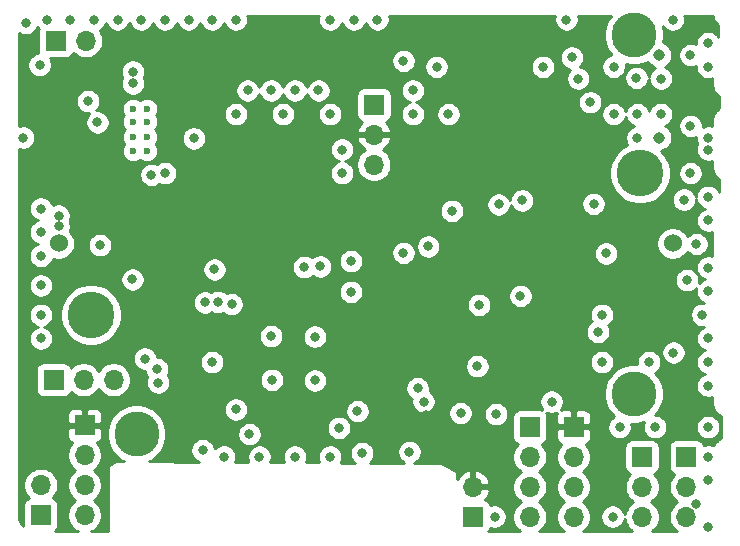
<source format=gbr>
G04 #@! TF.GenerationSoftware,KiCad,Pcbnew,(5.1.7)-1*
G04 #@! TF.CreationDate,2020-11-22T23:18:21+01:00*
G04 #@! TF.ProjectId,lora,6c6f7261-2e6b-4696-9361-645f70636258,rev?*
G04 #@! TF.SameCoordinates,Original*
G04 #@! TF.FileFunction,Copper,L3,Inr*
G04 #@! TF.FilePolarity,Positive*
%FSLAX46Y46*%
G04 Gerber Fmt 4.6, Leading zero omitted, Abs format (unit mm)*
G04 Created by KiCad (PCBNEW (5.1.7)-1) date 2020-11-22 23:18:21*
%MOMM*%
%LPD*%
G01*
G04 APERTURE LIST*
G04 #@! TA.AperFunction,ComponentPad*
%ADD10C,0.970000*%
G04 #@! TD*
G04 #@! TA.AperFunction,ComponentPad*
%ADD11R,1.700000X1.700000*%
G04 #@! TD*
G04 #@! TA.AperFunction,ComponentPad*
%ADD12O,1.700000X1.700000*%
G04 #@! TD*
G04 #@! TA.AperFunction,ComponentPad*
%ADD13C,0.600000*%
G04 #@! TD*
G04 #@! TA.AperFunction,ComponentPad*
%ADD14C,1.530000*%
G04 #@! TD*
G04 #@! TA.AperFunction,ComponentPad*
%ADD15C,3.960000*%
G04 #@! TD*
G04 #@! TA.AperFunction,ComponentPad*
%ADD16C,3.800000*%
G04 #@! TD*
G04 #@! TA.AperFunction,ViaPad*
%ADD17C,0.800000*%
G04 #@! TD*
G04 #@! TA.AperFunction,Conductor*
%ADD18C,0.254000*%
G04 #@! TD*
G04 #@! TA.AperFunction,Conductor*
%ADD19C,0.100000*%
G04 #@! TD*
G04 APERTURE END LIST*
D10*
X224853000Y-96007500D03*
X224853000Y-102992500D03*
D11*
X173760000Y-94800000D03*
D12*
X176300000Y-94800000D03*
X223400000Y-135100000D03*
X223400000Y-132560000D03*
D11*
X223400000Y-130020000D03*
X227150000Y-130020000D03*
D12*
X227150000Y-132560000D03*
X227150000Y-135100000D03*
D11*
X172500000Y-134950000D03*
D12*
X172500000Y-132410000D03*
X178650000Y-123500000D03*
X176110000Y-123500000D03*
D11*
X173570000Y-123500000D03*
D12*
X209050000Y-132550000D03*
D11*
X209050000Y-135090000D03*
X213900000Y-127480000D03*
D12*
X213900000Y-130020000D03*
X213900000Y-132560000D03*
X213900000Y-135100000D03*
X217600000Y-135100000D03*
X217600000Y-132560000D03*
X217600000Y-130020000D03*
D11*
X217600000Y-127480000D03*
X176200000Y-127350000D03*
D12*
X176200000Y-129890000D03*
X176200000Y-132430000D03*
X176200000Y-134970000D03*
D11*
X200700000Y-100200000D03*
D12*
X200700000Y-102740000D03*
X200700000Y-105280000D03*
D13*
X181500000Y-104140000D03*
X181500000Y-102940000D03*
X180300000Y-102940000D03*
X180300000Y-104140000D03*
X181500000Y-100540000D03*
X181500000Y-101640000D03*
X180300000Y-101640000D03*
X180300000Y-100540000D03*
D14*
X225995000Y-111955000D03*
X174005000Y-111955000D03*
D15*
X176755000Y-117995000D03*
X223235000Y-106005000D03*
D16*
X222700000Y-94300000D03*
X180600000Y-128100000D03*
X222700000Y-124670000D03*
D17*
X229000000Y-104000000D03*
X229000000Y-103000000D03*
X227500000Y-102000000D03*
X229000000Y-97000000D03*
X227500000Y-96000000D03*
X229000000Y-95000000D03*
X195700000Y-119850000D03*
X195700000Y-123550000D03*
X192050000Y-123500000D03*
X192000000Y-119800000D03*
X209600000Y-117150000D03*
X209450000Y-122350000D03*
X199700000Y-129700000D03*
X186200000Y-129450000D03*
X198750000Y-113450000D03*
X217450000Y-96200000D03*
X219300000Y-108600000D03*
X203200000Y-96500000D03*
X205300000Y-112200000D03*
X174005000Y-109595000D03*
X226950000Y-108250000D03*
X219650000Y-119450000D03*
X203700000Y-129600000D03*
X180250000Y-115000000D03*
X185450000Y-103050000D03*
X172400000Y-96850000D03*
X227200000Y-115050000D03*
X174005000Y-110495000D03*
X180300000Y-97400000D03*
X180300000Y-98400000D03*
X176500000Y-99900000D03*
X171240000Y-93280000D03*
X173000000Y-93000000D03*
X175000000Y-93000000D03*
X177000000Y-93000000D03*
X179000000Y-93000000D03*
X181000000Y-93000000D03*
X183000000Y-93000000D03*
X181850000Y-106150000D03*
X177295000Y-101705000D03*
X185000000Y-93000000D03*
X187000000Y-93000000D03*
X189000000Y-93000000D03*
X183000000Y-106000000D03*
X227500000Y-106000000D03*
X229000000Y-108000000D03*
X229000000Y-110000000D03*
X228000000Y-112000000D03*
X229000000Y-114000000D03*
X229000000Y-116000000D03*
X228500000Y-118000000D03*
X229000000Y-120000000D03*
X229000000Y-124000000D03*
X229000000Y-130000000D03*
X229000000Y-132000000D03*
X228000000Y-134000000D03*
X229000000Y-136000000D03*
X220910000Y-135090000D03*
X210910000Y-135090000D03*
X172500000Y-118000000D03*
X172500000Y-115500000D03*
X172500000Y-113000000D03*
X172500000Y-111000000D03*
X172500000Y-109000000D03*
X171000000Y-103000000D03*
X197000000Y-93000000D03*
X199000000Y-93000000D03*
X201000000Y-93000000D03*
X226000000Y-93000000D03*
X217000000Y-93000000D03*
X206000000Y-97000000D03*
X215000000Y-97000000D03*
X221000000Y-97000000D03*
X218000000Y-98000000D03*
X219000000Y-100000000D03*
X221000000Y-101000000D03*
X223000000Y-101000000D03*
X225000000Y-101000000D03*
X225000000Y-98000000D03*
X222930250Y-97930250D03*
X189000000Y-126000000D03*
X187000000Y-122000000D03*
X188000000Y-130000000D03*
X191000000Y-130000000D03*
X194000000Y-130000000D03*
X197000000Y-130000000D03*
X211050000Y-126410000D03*
X208030000Y-126310000D03*
X224000000Y-122000000D03*
X220000000Y-122000000D03*
X220000000Y-118000000D03*
X190000000Y-99000000D03*
X192000000Y-99000000D03*
X194000000Y-99000000D03*
X196000000Y-99000000D03*
X197000000Y-101000000D03*
X193000000Y-101000000D03*
X189000000Y-101000000D03*
X198000000Y-104000000D03*
X198000000Y-106000000D03*
X207000000Y-101000000D03*
X204000000Y-101000000D03*
X204000000Y-99000000D03*
X229000000Y-127500000D03*
X229000000Y-122000000D03*
X224500000Y-127500000D03*
X221500000Y-127500000D03*
X172500000Y-120000000D03*
X223000000Y-103000000D03*
X215750000Y-125350000D03*
X204900000Y-125350000D03*
X211500000Y-96250000D03*
X173800000Y-116700000D03*
X176750000Y-114850000D03*
X171900000Y-125000000D03*
X212450000Y-123850000D03*
X227150000Y-118650000D03*
X198450000Y-130050000D03*
X205100000Y-126450000D03*
X208700000Y-130600000D03*
X172500000Y-129500000D03*
X225520000Y-125870000D03*
X226710000Y-125920000D03*
X225310000Y-122250000D03*
X198750000Y-116050000D03*
X203200000Y-112750000D03*
X181300000Y-121700000D03*
X197730325Y-127569664D03*
X190150000Y-128099999D03*
X182350000Y-122600000D03*
X194800000Y-113950000D03*
X196150000Y-113900000D03*
X182424669Y-123735331D03*
X220350000Y-112800000D03*
X226050000Y-121200000D03*
X213100000Y-116400000D03*
X187200000Y-114150000D03*
X177500000Y-112100000D03*
X204400000Y-124200000D03*
X199300000Y-126150000D03*
X213250000Y-108300000D03*
X186394669Y-116944669D03*
X211250000Y-108649999D03*
X187500000Y-116900000D03*
X207300000Y-109200000D03*
X188650000Y-117100000D03*
D18*
X196004774Y-92698102D02*
X195965000Y-92898061D01*
X195965000Y-93101939D01*
X196004774Y-93301898D01*
X196082795Y-93490256D01*
X196196063Y-93659774D01*
X196340226Y-93803937D01*
X196509744Y-93917205D01*
X196698102Y-93995226D01*
X196898061Y-94035000D01*
X197101939Y-94035000D01*
X197301898Y-93995226D01*
X197490256Y-93917205D01*
X197659774Y-93803937D01*
X197803937Y-93659774D01*
X197917205Y-93490256D01*
X197995226Y-93301898D01*
X198000000Y-93277897D01*
X198004774Y-93301898D01*
X198082795Y-93490256D01*
X198196063Y-93659774D01*
X198340226Y-93803937D01*
X198509744Y-93917205D01*
X198698102Y-93995226D01*
X198898061Y-94035000D01*
X199101939Y-94035000D01*
X199301898Y-93995226D01*
X199490256Y-93917205D01*
X199659774Y-93803937D01*
X199803937Y-93659774D01*
X199917205Y-93490256D01*
X199995226Y-93301898D01*
X200000000Y-93277897D01*
X200004774Y-93301898D01*
X200082795Y-93490256D01*
X200196063Y-93659774D01*
X200340226Y-93803937D01*
X200509744Y-93917205D01*
X200698102Y-93995226D01*
X200898061Y-94035000D01*
X201101939Y-94035000D01*
X201301898Y-93995226D01*
X201490256Y-93917205D01*
X201659774Y-93803937D01*
X201803937Y-93659774D01*
X201917205Y-93490256D01*
X201995226Y-93301898D01*
X202035000Y-93101939D01*
X202035000Y-92898061D01*
X201995226Y-92698102D01*
X201979444Y-92660000D01*
X216020556Y-92660000D01*
X216004774Y-92698102D01*
X215965000Y-92898061D01*
X215965000Y-93101939D01*
X216004774Y-93301898D01*
X216082795Y-93490256D01*
X216196063Y-93659774D01*
X216340226Y-93803937D01*
X216509744Y-93917205D01*
X216698102Y-93995226D01*
X216898061Y-94035000D01*
X217101939Y-94035000D01*
X217301898Y-93995226D01*
X217490256Y-93917205D01*
X217659774Y-93803937D01*
X217803937Y-93659774D01*
X217917205Y-93490256D01*
X217995226Y-93301898D01*
X218035000Y-93101939D01*
X218035000Y-92898061D01*
X217995226Y-92698102D01*
X217979444Y-92660000D01*
X220754969Y-92660000D01*
X220730937Y-92684032D01*
X220453512Y-93099227D01*
X220262418Y-93560568D01*
X220165000Y-94050324D01*
X220165000Y-94549676D01*
X220262418Y-95039432D01*
X220453512Y-95500773D01*
X220730937Y-95915968D01*
X220799562Y-95984593D01*
X220698102Y-96004774D01*
X220509744Y-96082795D01*
X220340226Y-96196063D01*
X220196063Y-96340226D01*
X220082795Y-96509744D01*
X220004774Y-96698102D01*
X219965000Y-96898061D01*
X219965000Y-97101939D01*
X220004774Y-97301898D01*
X220082795Y-97490256D01*
X220196063Y-97659774D01*
X220340226Y-97803937D01*
X220509744Y-97917205D01*
X220698102Y-97995226D01*
X220898061Y-98035000D01*
X221101939Y-98035000D01*
X221301898Y-97995226D01*
X221490256Y-97917205D01*
X221659774Y-97803937D01*
X221803937Y-97659774D01*
X221917205Y-97490256D01*
X221995226Y-97301898D01*
X222035000Y-97101939D01*
X222035000Y-96898061D01*
X222004830Y-96746386D01*
X222450324Y-96835000D01*
X222949676Y-96835000D01*
X223439432Y-96737582D01*
X223873638Y-96557728D01*
X223983039Y-96721458D01*
X224139042Y-96877461D01*
X224322481Y-97000031D01*
X224516017Y-97080196D01*
X224509744Y-97082795D01*
X224340226Y-97196063D01*
X224196063Y-97340226D01*
X224082795Y-97509744D01*
X224004774Y-97698102D01*
X223965250Y-97896804D01*
X223965250Y-97828311D01*
X223925476Y-97628352D01*
X223847455Y-97439994D01*
X223734187Y-97270476D01*
X223590024Y-97126313D01*
X223420506Y-97013045D01*
X223232148Y-96935024D01*
X223032189Y-96895250D01*
X222828311Y-96895250D01*
X222628352Y-96935024D01*
X222439994Y-97013045D01*
X222270476Y-97126313D01*
X222126313Y-97270476D01*
X222013045Y-97439994D01*
X221935024Y-97628352D01*
X221895250Y-97828311D01*
X221895250Y-98032189D01*
X221935024Y-98232148D01*
X222013045Y-98420506D01*
X222126313Y-98590024D01*
X222270476Y-98734187D01*
X222439994Y-98847455D01*
X222628352Y-98925476D01*
X222828311Y-98965250D01*
X223032189Y-98965250D01*
X223232148Y-98925476D01*
X223420506Y-98847455D01*
X223590024Y-98734187D01*
X223734187Y-98590024D01*
X223847455Y-98420506D01*
X223925476Y-98232148D01*
X223965000Y-98033446D01*
X223965000Y-98101939D01*
X224004774Y-98301898D01*
X224082795Y-98490256D01*
X224196063Y-98659774D01*
X224340226Y-98803937D01*
X224509744Y-98917205D01*
X224698102Y-98995226D01*
X224898061Y-99035000D01*
X225101939Y-99035000D01*
X225301898Y-98995226D01*
X225490256Y-98917205D01*
X225659774Y-98803937D01*
X225803937Y-98659774D01*
X225917205Y-98490256D01*
X225995226Y-98301898D01*
X226035000Y-98101939D01*
X226035000Y-97898061D01*
X225995226Y-97698102D01*
X225917205Y-97509744D01*
X225803937Y-97340226D01*
X225659774Y-97196063D01*
X225490256Y-97082795D01*
X225336983Y-97019307D01*
X225383519Y-97000031D01*
X225566958Y-96877461D01*
X225722961Y-96721458D01*
X225845531Y-96538019D01*
X225929959Y-96334192D01*
X225973000Y-96117810D01*
X225973000Y-95897190D01*
X225929959Y-95680808D01*
X225845531Y-95476981D01*
X225722961Y-95293542D01*
X225566958Y-95137539D01*
X225383519Y-95014969D01*
X225179692Y-94930541D01*
X225160020Y-94926628D01*
X225235000Y-94549676D01*
X225235000Y-94050324D01*
X225140891Y-93577203D01*
X225196063Y-93659774D01*
X225340226Y-93803937D01*
X225509744Y-93917205D01*
X225698102Y-93995226D01*
X225898061Y-94035000D01*
X226101939Y-94035000D01*
X226301898Y-93995226D01*
X226490256Y-93917205D01*
X226659774Y-93803937D01*
X226803937Y-93659774D01*
X226917205Y-93490256D01*
X226995226Y-93301898D01*
X227035000Y-93101939D01*
X227035000Y-92898061D01*
X226995226Y-92698102D01*
X226979444Y-92660000D01*
X229353074Y-92660000D01*
X229355039Y-92677522D01*
X229367469Y-92736002D01*
X229379095Y-92794717D01*
X229381820Y-92803520D01*
X229411326Y-92896535D01*
X229434882Y-92951495D01*
X229457686Y-93006822D01*
X229462069Y-93014928D01*
X229509080Y-93100440D01*
X229542857Y-93149771D01*
X229575981Y-93199626D01*
X229581851Y-93206719D01*
X229581853Y-93206723D01*
X229581856Y-93206726D01*
X229644581Y-93281478D01*
X229687310Y-93323321D01*
X229729467Y-93365774D01*
X229736609Y-93371598D01*
X229736612Y-93371601D01*
X229736616Y-93371604D01*
X229812659Y-93432744D01*
X229858991Y-93463063D01*
X229865497Y-94432356D01*
X229803937Y-94340226D01*
X229659774Y-94196063D01*
X229490256Y-94082795D01*
X229301898Y-94004774D01*
X229101939Y-93965000D01*
X228898061Y-93965000D01*
X228698102Y-94004774D01*
X228509744Y-94082795D01*
X228340226Y-94196063D01*
X228196063Y-94340226D01*
X228082795Y-94509744D01*
X228004774Y-94698102D01*
X227965000Y-94898061D01*
X227965000Y-95072334D01*
X227801898Y-95004774D01*
X227601939Y-94965000D01*
X227398061Y-94965000D01*
X227198102Y-95004774D01*
X227009744Y-95082795D01*
X226840226Y-95196063D01*
X226696063Y-95340226D01*
X226582795Y-95509744D01*
X226504774Y-95698102D01*
X226465000Y-95898061D01*
X226465000Y-96101939D01*
X226504774Y-96301898D01*
X226582795Y-96490256D01*
X226696063Y-96659774D01*
X226840226Y-96803937D01*
X227009744Y-96917205D01*
X227198102Y-96995226D01*
X227398061Y-97035000D01*
X227601939Y-97035000D01*
X227801898Y-96995226D01*
X227965000Y-96927666D01*
X227965000Y-97101939D01*
X228004774Y-97301898D01*
X228082795Y-97490256D01*
X228196063Y-97659774D01*
X228340226Y-97803937D01*
X228509744Y-97917205D01*
X228698102Y-97995226D01*
X228898061Y-98035000D01*
X229101939Y-98035000D01*
X229301898Y-97995226D01*
X229340000Y-97979443D01*
X229340000Y-98532418D01*
X229343198Y-98564889D01*
X229343198Y-98571383D01*
X229344162Y-98580547D01*
X229348905Y-98622838D01*
X229349550Y-98629382D01*
X229349692Y-98629850D01*
X229355039Y-98677522D01*
X229367469Y-98736002D01*
X229379095Y-98794717D01*
X229381820Y-98803520D01*
X229411326Y-98896535D01*
X229434882Y-98951495D01*
X229457686Y-99006822D01*
X229462069Y-99014928D01*
X229509080Y-99100440D01*
X229542857Y-99149771D01*
X229575981Y-99199626D01*
X229581851Y-99206719D01*
X229581853Y-99206723D01*
X229581856Y-99206726D01*
X229644581Y-99281478D01*
X229687310Y-99323321D01*
X229729467Y-99365774D01*
X229736609Y-99371598D01*
X229736612Y-99371601D01*
X229736616Y-99371604D01*
X229812659Y-99432744D01*
X229862695Y-99465487D01*
X229899442Y-99490274D01*
X229906253Y-100505074D01*
X229856913Y-100538355D01*
X229806844Y-100571119D01*
X229799703Y-100576943D01*
X229724514Y-100639145D01*
X229682361Y-100681594D01*
X229639629Y-100723439D01*
X229633755Y-100730540D01*
X229572079Y-100806161D01*
X229538988Y-100855966D01*
X229505174Y-100905350D01*
X229500792Y-100913456D01*
X229454980Y-100999617D01*
X229432191Y-101054909D01*
X229408622Y-101109898D01*
X229405897Y-101118701D01*
X229377692Y-101212119D01*
X229366067Y-101270826D01*
X229353635Y-101329316D01*
X229352673Y-101338470D01*
X229352672Y-101338476D01*
X229352672Y-101338481D01*
X229343150Y-101435598D01*
X229340000Y-101467582D01*
X229340000Y-102020556D01*
X229301898Y-102004774D01*
X229101939Y-101965000D01*
X228898061Y-101965000D01*
X228698102Y-102004774D01*
X228535000Y-102072334D01*
X228535000Y-101898061D01*
X228495226Y-101698102D01*
X228417205Y-101509744D01*
X228303937Y-101340226D01*
X228159774Y-101196063D01*
X227990256Y-101082795D01*
X227801898Y-101004774D01*
X227601939Y-100965000D01*
X227398061Y-100965000D01*
X227198102Y-101004774D01*
X227009744Y-101082795D01*
X226840226Y-101196063D01*
X226696063Y-101340226D01*
X226582795Y-101509744D01*
X226504774Y-101698102D01*
X226465000Y-101898061D01*
X226465000Y-102101939D01*
X226504774Y-102301898D01*
X226582795Y-102490256D01*
X226696063Y-102659774D01*
X226840226Y-102803937D01*
X227009744Y-102917205D01*
X227198102Y-102995226D01*
X227398061Y-103035000D01*
X227601939Y-103035000D01*
X227801898Y-102995226D01*
X227965000Y-102927666D01*
X227965000Y-103101939D01*
X228004774Y-103301898D01*
X228082795Y-103490256D01*
X228089306Y-103500000D01*
X228082795Y-103509744D01*
X228004774Y-103698102D01*
X227965000Y-103898061D01*
X227965000Y-104101939D01*
X228004774Y-104301898D01*
X228082795Y-104490256D01*
X228196063Y-104659774D01*
X228340226Y-104803937D01*
X228509744Y-104917205D01*
X228698102Y-104995226D01*
X228898061Y-105035000D01*
X229101939Y-105035000D01*
X229301898Y-104995226D01*
X229340000Y-104979444D01*
X229340000Y-105532419D01*
X229343198Y-105564890D01*
X229343198Y-105571383D01*
X229344162Y-105580547D01*
X229348905Y-105622831D01*
X229349550Y-105629383D01*
X229349692Y-105629852D01*
X229355039Y-105677522D01*
X229367469Y-105736002D01*
X229379095Y-105794717D01*
X229381820Y-105803520D01*
X229411326Y-105896535D01*
X229434882Y-105951495D01*
X229457686Y-106006822D01*
X229462069Y-106014928D01*
X229509080Y-106100440D01*
X229542857Y-106149771D01*
X229575981Y-106199626D01*
X229581851Y-106206719D01*
X229581853Y-106206723D01*
X229581856Y-106206726D01*
X229644581Y-106281478D01*
X229687310Y-106323321D01*
X229729467Y-106365774D01*
X229736609Y-106371598D01*
X229736612Y-106371601D01*
X229736616Y-106371604D01*
X229812659Y-106432744D01*
X229862695Y-106465487D01*
X229912307Y-106498951D01*
X229920443Y-106503277D01*
X229946601Y-106516952D01*
X229953858Y-107598232D01*
X229917205Y-107509744D01*
X229803937Y-107340226D01*
X229659774Y-107196063D01*
X229490256Y-107082795D01*
X229301898Y-107004774D01*
X229101939Y-106965000D01*
X228898061Y-106965000D01*
X228698102Y-107004774D01*
X228509744Y-107082795D01*
X228340226Y-107196063D01*
X228196063Y-107340226D01*
X228082795Y-107509744D01*
X228004774Y-107698102D01*
X227965000Y-107898061D01*
X227965000Y-108047513D01*
X227945226Y-107948102D01*
X227867205Y-107759744D01*
X227753937Y-107590226D01*
X227609774Y-107446063D01*
X227440256Y-107332795D01*
X227251898Y-107254774D01*
X227051939Y-107215000D01*
X226848061Y-107215000D01*
X226648102Y-107254774D01*
X226459744Y-107332795D01*
X226290226Y-107446063D01*
X226146063Y-107590226D01*
X226032795Y-107759744D01*
X225954774Y-107948102D01*
X225915000Y-108148061D01*
X225915000Y-108351939D01*
X225954774Y-108551898D01*
X226032795Y-108740256D01*
X226146063Y-108909774D01*
X226290226Y-109053937D01*
X226459744Y-109167205D01*
X226648102Y-109245226D01*
X226848061Y-109285000D01*
X227051939Y-109285000D01*
X227251898Y-109245226D01*
X227440256Y-109167205D01*
X227609774Y-109053937D01*
X227753937Y-108909774D01*
X227867205Y-108740256D01*
X227945226Y-108551898D01*
X227985000Y-108351939D01*
X227985000Y-108202487D01*
X228004774Y-108301898D01*
X228082795Y-108490256D01*
X228196063Y-108659774D01*
X228340226Y-108803937D01*
X228509744Y-108917205D01*
X228698102Y-108995226D01*
X228722103Y-109000000D01*
X228698102Y-109004774D01*
X228509744Y-109082795D01*
X228340226Y-109196063D01*
X228196063Y-109340226D01*
X228082795Y-109509744D01*
X228004774Y-109698102D01*
X227965000Y-109898061D01*
X227965000Y-110101939D01*
X228004774Y-110301898D01*
X228082795Y-110490256D01*
X228196063Y-110659774D01*
X228340226Y-110803937D01*
X228509744Y-110917205D01*
X228698102Y-110995226D01*
X228898061Y-111035000D01*
X229101939Y-111035000D01*
X229301898Y-110995226D01*
X229340001Y-110979443D01*
X229340000Y-113020557D01*
X229301898Y-113004774D01*
X229101939Y-112965000D01*
X228898061Y-112965000D01*
X228698102Y-113004774D01*
X228509744Y-113082795D01*
X228340226Y-113196063D01*
X228196063Y-113340226D01*
X228082795Y-113509744D01*
X228004774Y-113698102D01*
X227965000Y-113898061D01*
X227965000Y-114101939D01*
X228004774Y-114301898D01*
X228082795Y-114490256D01*
X228196063Y-114659774D01*
X228340226Y-114803937D01*
X228509744Y-114917205D01*
X228698102Y-114995226D01*
X228722103Y-115000000D01*
X228698102Y-115004774D01*
X228509744Y-115082795D01*
X228340226Y-115196063D01*
X228197916Y-115338373D01*
X228235000Y-115151939D01*
X228235000Y-114948061D01*
X228195226Y-114748102D01*
X228117205Y-114559744D01*
X228003937Y-114390226D01*
X227859774Y-114246063D01*
X227690256Y-114132795D01*
X227501898Y-114054774D01*
X227301939Y-114015000D01*
X227098061Y-114015000D01*
X226898102Y-114054774D01*
X226709744Y-114132795D01*
X226540226Y-114246063D01*
X226396063Y-114390226D01*
X226282795Y-114559744D01*
X226204774Y-114748102D01*
X226165000Y-114948061D01*
X226165000Y-115151939D01*
X226204774Y-115351898D01*
X226282795Y-115540256D01*
X226396063Y-115709774D01*
X226540226Y-115853937D01*
X226709744Y-115967205D01*
X226898102Y-116045226D01*
X227098061Y-116085000D01*
X227301939Y-116085000D01*
X227501898Y-116045226D01*
X227690256Y-115967205D01*
X227859774Y-115853937D01*
X228002084Y-115711627D01*
X227965000Y-115898061D01*
X227965000Y-116101939D01*
X228004774Y-116301898D01*
X228082795Y-116490256D01*
X228196063Y-116659774D01*
X228340226Y-116803937D01*
X228509744Y-116917205D01*
X228646556Y-116973875D01*
X228601939Y-116965000D01*
X228398061Y-116965000D01*
X228198102Y-117004774D01*
X228009744Y-117082795D01*
X227840226Y-117196063D01*
X227696063Y-117340226D01*
X227582795Y-117509744D01*
X227504774Y-117698102D01*
X227465000Y-117898061D01*
X227465000Y-118101939D01*
X227504774Y-118301898D01*
X227582795Y-118490256D01*
X227696063Y-118659774D01*
X227840226Y-118803937D01*
X228009744Y-118917205D01*
X228198102Y-118995226D01*
X228398061Y-119035000D01*
X228601939Y-119035000D01*
X228646556Y-119026125D01*
X228509744Y-119082795D01*
X228340226Y-119196063D01*
X228196063Y-119340226D01*
X228082795Y-119509744D01*
X228004774Y-119698102D01*
X227965000Y-119898061D01*
X227965000Y-120101939D01*
X228004774Y-120301898D01*
X228082795Y-120490256D01*
X228196063Y-120659774D01*
X228340226Y-120803937D01*
X228509744Y-120917205D01*
X228698102Y-120995226D01*
X228722103Y-121000000D01*
X228698102Y-121004774D01*
X228509744Y-121082795D01*
X228340226Y-121196063D01*
X228196063Y-121340226D01*
X228082795Y-121509744D01*
X228004774Y-121698102D01*
X227965000Y-121898061D01*
X227965000Y-122101939D01*
X228004774Y-122301898D01*
X228082795Y-122490256D01*
X228196063Y-122659774D01*
X228340226Y-122803937D01*
X228509744Y-122917205D01*
X228698102Y-122995226D01*
X228722103Y-123000000D01*
X228698102Y-123004774D01*
X228509744Y-123082795D01*
X228340226Y-123196063D01*
X228196063Y-123340226D01*
X228082795Y-123509744D01*
X228004774Y-123698102D01*
X227965000Y-123898061D01*
X227965000Y-124101939D01*
X228004774Y-124301898D01*
X228082795Y-124490256D01*
X228196063Y-124659774D01*
X228340226Y-124803937D01*
X228509744Y-124917205D01*
X228698102Y-124995226D01*
X228898061Y-125035000D01*
X229101939Y-125035000D01*
X229301898Y-124995226D01*
X229340001Y-124979443D01*
X229340001Y-125532419D01*
X229343198Y-125564880D01*
X229343198Y-125571383D01*
X229344162Y-125580547D01*
X229348913Y-125622904D01*
X229349551Y-125629383D01*
X229349692Y-125629846D01*
X229355039Y-125677522D01*
X229367469Y-125736002D01*
X229379095Y-125794717D01*
X229381820Y-125803520D01*
X229411326Y-125896535D01*
X229434882Y-125951495D01*
X229457686Y-126006822D01*
X229462069Y-126014928D01*
X229509080Y-126100440D01*
X229542857Y-126149771D01*
X229575981Y-126199626D01*
X229581851Y-126206719D01*
X229581853Y-126206723D01*
X229581856Y-126206726D01*
X229644581Y-126281478D01*
X229687310Y-126323321D01*
X229729467Y-126365774D01*
X229736609Y-126371598D01*
X229736612Y-126371601D01*
X229736616Y-126371604D01*
X229812659Y-126432744D01*
X229862695Y-126465487D01*
X229912307Y-126498951D01*
X229920443Y-126503277D01*
X230006923Y-126548487D01*
X230062374Y-126570890D01*
X230081245Y-126578823D01*
X230093574Y-128415941D01*
X230055937Y-128431762D01*
X230000463Y-128454175D01*
X229992334Y-128458498D01*
X229992330Y-128458500D01*
X229992327Y-128458502D01*
X229906489Y-128504915D01*
X229856913Y-128538355D01*
X229806844Y-128571119D01*
X229799703Y-128576943D01*
X229724514Y-128639145D01*
X229682361Y-128681594D01*
X229639629Y-128723439D01*
X229633755Y-128730540D01*
X229572079Y-128806161D01*
X229538988Y-128855966D01*
X229505174Y-128905350D01*
X229500792Y-128913456D01*
X229454980Y-128999617D01*
X229432191Y-129054909D01*
X229430795Y-129058165D01*
X229301898Y-129004774D01*
X229101939Y-128965000D01*
X228898061Y-128965000D01*
X228698102Y-129004774D01*
X228622901Y-129035923D01*
X228589502Y-128925820D01*
X228530537Y-128815506D01*
X228451185Y-128718815D01*
X228354494Y-128639463D01*
X228244180Y-128580498D01*
X228124482Y-128544188D01*
X228000000Y-128531928D01*
X226300000Y-128531928D01*
X226175518Y-128544188D01*
X226055820Y-128580498D01*
X225945506Y-128639463D01*
X225848815Y-128718815D01*
X225769463Y-128815506D01*
X225710498Y-128925820D01*
X225674188Y-129045518D01*
X225661928Y-129170000D01*
X225661928Y-130870000D01*
X225674188Y-130994482D01*
X225710498Y-131114180D01*
X225769463Y-131224494D01*
X225848815Y-131321185D01*
X225945506Y-131400537D01*
X226055820Y-131459502D01*
X226128380Y-131481513D01*
X225996525Y-131613368D01*
X225834010Y-131856589D01*
X225722068Y-132126842D01*
X225665000Y-132413740D01*
X225665000Y-132706260D01*
X225722068Y-132993158D01*
X225834010Y-133263411D01*
X225996525Y-133506632D01*
X226203368Y-133713475D01*
X226377760Y-133830000D01*
X226203368Y-133946525D01*
X225996525Y-134153368D01*
X225834010Y-134396589D01*
X225722068Y-134666842D01*
X225665000Y-134953740D01*
X225665000Y-135246260D01*
X225722068Y-135533158D01*
X225834010Y-135803411D01*
X225996525Y-136046632D01*
X226203368Y-136253475D01*
X226332862Y-136340000D01*
X224217138Y-136340000D01*
X224346632Y-136253475D01*
X224553475Y-136046632D01*
X224715990Y-135803411D01*
X224827932Y-135533158D01*
X224885000Y-135246260D01*
X224885000Y-134953740D01*
X224827932Y-134666842D01*
X224715990Y-134396589D01*
X224553475Y-134153368D01*
X224346632Y-133946525D01*
X224172240Y-133830000D01*
X224346632Y-133713475D01*
X224553475Y-133506632D01*
X224715990Y-133263411D01*
X224827932Y-132993158D01*
X224885000Y-132706260D01*
X224885000Y-132413740D01*
X224827932Y-132126842D01*
X224715990Y-131856589D01*
X224553475Y-131613368D01*
X224421620Y-131481513D01*
X224494180Y-131459502D01*
X224604494Y-131400537D01*
X224701185Y-131321185D01*
X224780537Y-131224494D01*
X224839502Y-131114180D01*
X224875812Y-130994482D01*
X224888072Y-130870000D01*
X224888072Y-129170000D01*
X224875812Y-129045518D01*
X224839502Y-128925820D01*
X224780537Y-128815506D01*
X224701185Y-128718815D01*
X224604494Y-128639463D01*
X224494180Y-128580498D01*
X224374482Y-128544188D01*
X224250000Y-128531928D01*
X222550000Y-128531928D01*
X222425518Y-128544188D01*
X222305820Y-128580498D01*
X222195506Y-128639463D01*
X222098815Y-128718815D01*
X222019463Y-128815506D01*
X221960498Y-128925820D01*
X221924188Y-129045518D01*
X221911928Y-129170000D01*
X221911928Y-130870000D01*
X221924188Y-130994482D01*
X221960498Y-131114180D01*
X222019463Y-131224494D01*
X222098815Y-131321185D01*
X222195506Y-131400537D01*
X222305820Y-131459502D01*
X222378380Y-131481513D01*
X222246525Y-131613368D01*
X222084010Y-131856589D01*
X221972068Y-132126842D01*
X221915000Y-132413740D01*
X221915000Y-132706260D01*
X221972068Y-132993158D01*
X222084010Y-133263411D01*
X222246525Y-133506632D01*
X222453368Y-133713475D01*
X222627760Y-133830000D01*
X222453368Y-133946525D01*
X222246525Y-134153368D01*
X222084010Y-134396589D01*
X221972068Y-134666842D01*
X221926587Y-134895490D01*
X221905226Y-134788102D01*
X221827205Y-134599744D01*
X221713937Y-134430226D01*
X221569774Y-134286063D01*
X221400256Y-134172795D01*
X221211898Y-134094774D01*
X221011939Y-134055000D01*
X220808061Y-134055000D01*
X220608102Y-134094774D01*
X220419744Y-134172795D01*
X220250226Y-134286063D01*
X220106063Y-134430226D01*
X219992795Y-134599744D01*
X219914774Y-134788102D01*
X219875000Y-134988061D01*
X219875000Y-135191939D01*
X219914774Y-135391898D01*
X219992795Y-135580256D01*
X220106063Y-135749774D01*
X220250226Y-135893937D01*
X220419744Y-136007205D01*
X220608102Y-136085226D01*
X220808061Y-136125000D01*
X221011939Y-136125000D01*
X221211898Y-136085226D01*
X221400256Y-136007205D01*
X221569774Y-135893937D01*
X221713937Y-135749774D01*
X221827205Y-135580256D01*
X221905226Y-135391898D01*
X221924598Y-135294510D01*
X221972068Y-135533158D01*
X222084010Y-135803411D01*
X222246525Y-136046632D01*
X222453368Y-136253475D01*
X222582862Y-136340000D01*
X218417138Y-136340000D01*
X218546632Y-136253475D01*
X218753475Y-136046632D01*
X218915990Y-135803411D01*
X219027932Y-135533158D01*
X219085000Y-135246260D01*
X219085000Y-134953740D01*
X219027932Y-134666842D01*
X218915990Y-134396589D01*
X218753475Y-134153368D01*
X218546632Y-133946525D01*
X218372240Y-133830000D01*
X218546632Y-133713475D01*
X218753475Y-133506632D01*
X218915990Y-133263411D01*
X219027932Y-132993158D01*
X219085000Y-132706260D01*
X219085000Y-132413740D01*
X219027932Y-132126842D01*
X218915990Y-131856589D01*
X218753475Y-131613368D01*
X218546632Y-131406525D01*
X218372240Y-131290000D01*
X218546632Y-131173475D01*
X218753475Y-130966632D01*
X218915990Y-130723411D01*
X219027932Y-130453158D01*
X219085000Y-130166260D01*
X219085000Y-129873740D01*
X219027932Y-129586842D01*
X218915990Y-129316589D01*
X218753475Y-129073368D01*
X218621620Y-128941513D01*
X218694180Y-128919502D01*
X218804494Y-128860537D01*
X218901185Y-128781185D01*
X218980537Y-128684494D01*
X219039502Y-128574180D01*
X219075812Y-128454482D01*
X219088072Y-128330000D01*
X219085000Y-127765750D01*
X218926250Y-127607000D01*
X217727000Y-127607000D01*
X217727000Y-127627000D01*
X217473000Y-127627000D01*
X217473000Y-127607000D01*
X216273750Y-127607000D01*
X216115000Y-127765750D01*
X216111928Y-128330000D01*
X216124188Y-128454482D01*
X216160498Y-128574180D01*
X216219463Y-128684494D01*
X216298815Y-128781185D01*
X216395506Y-128860537D01*
X216505820Y-128919502D01*
X216578380Y-128941513D01*
X216446525Y-129073368D01*
X216284010Y-129316589D01*
X216172068Y-129586842D01*
X216115000Y-129873740D01*
X216115000Y-130166260D01*
X216172068Y-130453158D01*
X216284010Y-130723411D01*
X216446525Y-130966632D01*
X216653368Y-131173475D01*
X216827760Y-131290000D01*
X216653368Y-131406525D01*
X216446525Y-131613368D01*
X216284010Y-131856589D01*
X216172068Y-132126842D01*
X216115000Y-132413740D01*
X216115000Y-132706260D01*
X216172068Y-132993158D01*
X216284010Y-133263411D01*
X216446525Y-133506632D01*
X216653368Y-133713475D01*
X216827760Y-133830000D01*
X216653368Y-133946525D01*
X216446525Y-134153368D01*
X216284010Y-134396589D01*
X216172068Y-134666842D01*
X216115000Y-134953740D01*
X216115000Y-135246260D01*
X216172068Y-135533158D01*
X216284010Y-135803411D01*
X216446525Y-136046632D01*
X216653368Y-136253475D01*
X216782862Y-136340000D01*
X214717138Y-136340000D01*
X214846632Y-136253475D01*
X215053475Y-136046632D01*
X215215990Y-135803411D01*
X215327932Y-135533158D01*
X215385000Y-135246260D01*
X215385000Y-134953740D01*
X215327932Y-134666842D01*
X215215990Y-134396589D01*
X215053475Y-134153368D01*
X214846632Y-133946525D01*
X214672240Y-133830000D01*
X214846632Y-133713475D01*
X215053475Y-133506632D01*
X215215990Y-133263411D01*
X215327932Y-132993158D01*
X215385000Y-132706260D01*
X215385000Y-132413740D01*
X215327932Y-132126842D01*
X215215990Y-131856589D01*
X215053475Y-131613368D01*
X214846632Y-131406525D01*
X214672240Y-131290000D01*
X214846632Y-131173475D01*
X215053475Y-130966632D01*
X215215990Y-130723411D01*
X215327932Y-130453158D01*
X215385000Y-130166260D01*
X215385000Y-129873740D01*
X215327932Y-129586842D01*
X215215990Y-129316589D01*
X215053475Y-129073368D01*
X214921620Y-128941513D01*
X214994180Y-128919502D01*
X215104494Y-128860537D01*
X215201185Y-128781185D01*
X215280537Y-128684494D01*
X215339502Y-128574180D01*
X215375812Y-128454482D01*
X215388072Y-128330000D01*
X215388072Y-126630000D01*
X215375812Y-126505518D01*
X215339502Y-126385820D01*
X215280751Y-126275906D01*
X215448102Y-126345226D01*
X215648061Y-126385000D01*
X215851939Y-126385000D01*
X216051898Y-126345226D01*
X216219249Y-126275906D01*
X216160498Y-126385820D01*
X216124188Y-126505518D01*
X216111928Y-126630000D01*
X216115000Y-127194250D01*
X216273750Y-127353000D01*
X217473000Y-127353000D01*
X217473000Y-126153750D01*
X217727000Y-126153750D01*
X217727000Y-127353000D01*
X218926250Y-127353000D01*
X219085000Y-127194250D01*
X219088072Y-126630000D01*
X219075812Y-126505518D01*
X219039502Y-126385820D01*
X218980537Y-126275506D01*
X218901185Y-126178815D01*
X218804494Y-126099463D01*
X218694180Y-126040498D01*
X218574482Y-126004188D01*
X218450000Y-125991928D01*
X217885750Y-125995000D01*
X217727000Y-126153750D01*
X217473000Y-126153750D01*
X217314250Y-125995000D01*
X216750000Y-125991928D01*
X216625518Y-126004188D01*
X216530787Y-126032924D01*
X216553937Y-126009774D01*
X216667205Y-125840256D01*
X216745226Y-125651898D01*
X216785000Y-125451939D01*
X216785000Y-125248061D01*
X216745226Y-125048102D01*
X216667205Y-124859744D01*
X216553937Y-124690226D01*
X216409774Y-124546063D01*
X216240256Y-124432795D01*
X216210149Y-124420324D01*
X220165000Y-124420324D01*
X220165000Y-124919676D01*
X220262418Y-125409432D01*
X220453512Y-125870773D01*
X220730937Y-126285968D01*
X221022486Y-126577517D01*
X221009744Y-126582795D01*
X220840226Y-126696063D01*
X220696063Y-126840226D01*
X220582795Y-127009744D01*
X220504774Y-127198102D01*
X220465000Y-127398061D01*
X220465000Y-127601939D01*
X220504774Y-127801898D01*
X220582795Y-127990256D01*
X220696063Y-128159774D01*
X220840226Y-128303937D01*
X221009744Y-128417205D01*
X221198102Y-128495226D01*
X221398061Y-128535000D01*
X221601939Y-128535000D01*
X221801898Y-128495226D01*
X221990256Y-128417205D01*
X222159774Y-128303937D01*
X222303937Y-128159774D01*
X222417205Y-127990256D01*
X222495226Y-127801898D01*
X222535000Y-127601939D01*
X222535000Y-127398061D01*
X222496598Y-127205000D01*
X222949676Y-127205000D01*
X223439432Y-127107582D01*
X223563567Y-127056163D01*
X223504774Y-127198102D01*
X223465000Y-127398061D01*
X223465000Y-127601939D01*
X223504774Y-127801898D01*
X223582795Y-127990256D01*
X223696063Y-128159774D01*
X223840226Y-128303937D01*
X224009744Y-128417205D01*
X224198102Y-128495226D01*
X224398061Y-128535000D01*
X224601939Y-128535000D01*
X224801898Y-128495226D01*
X224990256Y-128417205D01*
X225159774Y-128303937D01*
X225303937Y-128159774D01*
X225417205Y-127990256D01*
X225495226Y-127801898D01*
X225535000Y-127601939D01*
X225535000Y-127398061D01*
X227965000Y-127398061D01*
X227965000Y-127601939D01*
X228004774Y-127801898D01*
X228082795Y-127990256D01*
X228196063Y-128159774D01*
X228340226Y-128303937D01*
X228509744Y-128417205D01*
X228698102Y-128495226D01*
X228898061Y-128535000D01*
X229101939Y-128535000D01*
X229301898Y-128495226D01*
X229490256Y-128417205D01*
X229659774Y-128303937D01*
X229803937Y-128159774D01*
X229917205Y-127990256D01*
X229995226Y-127801898D01*
X230035000Y-127601939D01*
X230035000Y-127398061D01*
X229995226Y-127198102D01*
X229917205Y-127009744D01*
X229803937Y-126840226D01*
X229659774Y-126696063D01*
X229490256Y-126582795D01*
X229301898Y-126504774D01*
X229101939Y-126465000D01*
X228898061Y-126465000D01*
X228698102Y-126504774D01*
X228509744Y-126582795D01*
X228340226Y-126696063D01*
X228196063Y-126840226D01*
X228082795Y-127009744D01*
X228004774Y-127198102D01*
X227965000Y-127398061D01*
X225535000Y-127398061D01*
X225495226Y-127198102D01*
X225417205Y-127009744D01*
X225303937Y-126840226D01*
X225159774Y-126696063D01*
X224990256Y-126582795D01*
X224801898Y-126504774D01*
X224601939Y-126465000D01*
X224490031Y-126465000D01*
X224669063Y-126285968D01*
X224946488Y-125870773D01*
X225137582Y-125409432D01*
X225235000Y-124919676D01*
X225235000Y-124420324D01*
X225137582Y-123930568D01*
X224946488Y-123469227D01*
X224669063Y-123054032D01*
X224515421Y-122900390D01*
X224659774Y-122803937D01*
X224803937Y-122659774D01*
X224917205Y-122490256D01*
X224995226Y-122301898D01*
X225035000Y-122101939D01*
X225035000Y-121898061D01*
X224995226Y-121698102D01*
X224917205Y-121509744D01*
X224803937Y-121340226D01*
X224659774Y-121196063D01*
X224513104Y-121098061D01*
X225015000Y-121098061D01*
X225015000Y-121301939D01*
X225054774Y-121501898D01*
X225132795Y-121690256D01*
X225246063Y-121859774D01*
X225390226Y-122003937D01*
X225559744Y-122117205D01*
X225748102Y-122195226D01*
X225948061Y-122235000D01*
X226151939Y-122235000D01*
X226351898Y-122195226D01*
X226540256Y-122117205D01*
X226709774Y-122003937D01*
X226853937Y-121859774D01*
X226967205Y-121690256D01*
X227045226Y-121501898D01*
X227085000Y-121301939D01*
X227085000Y-121098061D01*
X227045226Y-120898102D01*
X226967205Y-120709744D01*
X226853937Y-120540226D01*
X226709774Y-120396063D01*
X226540256Y-120282795D01*
X226351898Y-120204774D01*
X226151939Y-120165000D01*
X225948061Y-120165000D01*
X225748102Y-120204774D01*
X225559744Y-120282795D01*
X225390226Y-120396063D01*
X225246063Y-120540226D01*
X225132795Y-120709744D01*
X225054774Y-120898102D01*
X225015000Y-121098061D01*
X224513104Y-121098061D01*
X224490256Y-121082795D01*
X224301898Y-121004774D01*
X224101939Y-120965000D01*
X223898061Y-120965000D01*
X223698102Y-121004774D01*
X223509744Y-121082795D01*
X223340226Y-121196063D01*
X223196063Y-121340226D01*
X223082795Y-121509744D01*
X223004774Y-121698102D01*
X222965000Y-121898061D01*
X222965000Y-122101939D01*
X222972478Y-122139536D01*
X222949676Y-122135000D01*
X222450324Y-122135000D01*
X221960568Y-122232418D01*
X221499227Y-122423512D01*
X221084032Y-122700937D01*
X220730937Y-123054032D01*
X220453512Y-123469227D01*
X220262418Y-123930568D01*
X220165000Y-124420324D01*
X216210149Y-124420324D01*
X216051898Y-124354774D01*
X215851939Y-124315000D01*
X215648061Y-124315000D01*
X215448102Y-124354774D01*
X215259744Y-124432795D01*
X215090226Y-124546063D01*
X214946063Y-124690226D01*
X214832795Y-124859744D01*
X214754774Y-125048102D01*
X214715000Y-125248061D01*
X214715000Y-125451939D01*
X214754774Y-125651898D01*
X214832795Y-125840256D01*
X214946063Y-126009774D01*
X214969213Y-126032924D01*
X214874482Y-126004188D01*
X214750000Y-125991928D01*
X213050000Y-125991928D01*
X212925518Y-126004188D01*
X212805820Y-126040498D01*
X212695506Y-126099463D01*
X212598815Y-126178815D01*
X212519463Y-126275506D01*
X212460498Y-126385820D01*
X212424188Y-126505518D01*
X212411928Y-126630000D01*
X212411928Y-128330000D01*
X212424188Y-128454482D01*
X212460498Y-128574180D01*
X212519463Y-128684494D01*
X212598815Y-128781185D01*
X212695506Y-128860537D01*
X212805820Y-128919502D01*
X212878380Y-128941513D01*
X212746525Y-129073368D01*
X212584010Y-129316589D01*
X212472068Y-129586842D01*
X212415000Y-129873740D01*
X212415000Y-130166260D01*
X212472068Y-130453158D01*
X212584010Y-130723411D01*
X212746525Y-130966632D01*
X212953368Y-131173475D01*
X213127760Y-131290000D01*
X212953368Y-131406525D01*
X212746525Y-131613368D01*
X212584010Y-131856589D01*
X212472068Y-132126842D01*
X212415000Y-132413740D01*
X212415000Y-132706260D01*
X212472068Y-132993158D01*
X212584010Y-133263411D01*
X212746525Y-133506632D01*
X212953368Y-133713475D01*
X213127760Y-133830000D01*
X212953368Y-133946525D01*
X212746525Y-134153368D01*
X212584010Y-134396589D01*
X212472068Y-134666842D01*
X212415000Y-134953740D01*
X212415000Y-135246260D01*
X212472068Y-135533158D01*
X212584010Y-135803411D01*
X212746525Y-136046632D01*
X212953368Y-136253475D01*
X213082862Y-136340000D01*
X210393191Y-136340000D01*
X210430537Y-136294494D01*
X210489502Y-136184180D01*
X210525812Y-136064482D01*
X210527075Y-136051663D01*
X210608102Y-136085226D01*
X210808061Y-136125000D01*
X211011939Y-136125000D01*
X211211898Y-136085226D01*
X211400256Y-136007205D01*
X211569774Y-135893937D01*
X211713937Y-135749774D01*
X211827205Y-135580256D01*
X211905226Y-135391898D01*
X211945000Y-135191939D01*
X211945000Y-134988061D01*
X211905226Y-134788102D01*
X211827205Y-134599744D01*
X211713937Y-134430226D01*
X211569774Y-134286063D01*
X211400256Y-134172795D01*
X211211898Y-134094774D01*
X211011939Y-134055000D01*
X210808061Y-134055000D01*
X210608102Y-134094774D01*
X210527075Y-134128337D01*
X210525812Y-134115518D01*
X210489502Y-133995820D01*
X210430537Y-133885506D01*
X210351185Y-133788815D01*
X210254494Y-133709463D01*
X210144180Y-133650498D01*
X210063534Y-133626034D01*
X210147588Y-133550269D01*
X210321641Y-133316920D01*
X210446825Y-133054099D01*
X210491476Y-132906890D01*
X210370155Y-132677000D01*
X209177000Y-132677000D01*
X209177000Y-132697000D01*
X208923000Y-132697000D01*
X208923000Y-132677000D01*
X208903000Y-132677000D01*
X208903000Y-132423000D01*
X208923000Y-132423000D01*
X208923000Y-131229186D01*
X209177000Y-131229186D01*
X209177000Y-132423000D01*
X210370155Y-132423000D01*
X210491476Y-132193110D01*
X210446825Y-132045901D01*
X210321641Y-131783080D01*
X210147588Y-131549731D01*
X209931355Y-131354822D01*
X209681252Y-131205843D01*
X209406891Y-131108519D01*
X209177000Y-131229186D01*
X208923000Y-131229186D01*
X208693109Y-131108519D01*
X208418748Y-131205843D01*
X208168645Y-131354822D01*
X207952412Y-131549731D01*
X207778359Y-131783080D01*
X207722625Y-131900092D01*
X207716994Y-131338726D01*
X207711230Y-131302156D01*
X207701518Y-131279232D01*
X207687520Y-131258643D01*
X207669774Y-131241182D01*
X207648963Y-131227517D01*
X206408963Y-130577517D01*
X206375548Y-130565596D01*
X206350787Y-130563002D01*
X204113185Y-130549129D01*
X204190256Y-130517205D01*
X204359774Y-130403937D01*
X204503937Y-130259774D01*
X204617205Y-130090256D01*
X204695226Y-129901898D01*
X204735000Y-129701939D01*
X204735000Y-129498061D01*
X204695226Y-129298102D01*
X204617205Y-129109744D01*
X204503937Y-128940226D01*
X204359774Y-128796063D01*
X204190256Y-128682795D01*
X204001898Y-128604774D01*
X203801939Y-128565000D01*
X203598061Y-128565000D01*
X203398102Y-128604774D01*
X203209744Y-128682795D01*
X203040226Y-128796063D01*
X202896063Y-128940226D01*
X202782795Y-129109744D01*
X202704774Y-129298102D01*
X202665000Y-129498061D01*
X202665000Y-129701939D01*
X202704774Y-129901898D01*
X202782795Y-130090256D01*
X202896063Y-130259774D01*
X203040226Y-130403937D01*
X203209744Y-130517205D01*
X203274258Y-130543928D01*
X200327268Y-130525657D01*
X200359774Y-130503937D01*
X200503937Y-130359774D01*
X200617205Y-130190256D01*
X200695226Y-130001898D01*
X200735000Y-129801939D01*
X200735000Y-129598061D01*
X200695226Y-129398102D01*
X200617205Y-129209744D01*
X200503937Y-129040226D01*
X200359774Y-128896063D01*
X200190256Y-128782795D01*
X200001898Y-128704774D01*
X199801939Y-128665000D01*
X199598061Y-128665000D01*
X199398102Y-128704774D01*
X199209744Y-128782795D01*
X199040226Y-128896063D01*
X198896063Y-129040226D01*
X198782795Y-129209744D01*
X198704774Y-129398102D01*
X198665000Y-129598061D01*
X198665000Y-129801939D01*
X198704774Y-130001898D01*
X198782795Y-130190256D01*
X198896063Y-130359774D01*
X199040226Y-130503937D01*
X199060983Y-130517806D01*
X197903591Y-130510631D01*
X197917205Y-130490256D01*
X197995226Y-130301898D01*
X198035000Y-130101939D01*
X198035000Y-129898061D01*
X197995226Y-129698102D01*
X197917205Y-129509744D01*
X197803937Y-129340226D01*
X197659774Y-129196063D01*
X197490256Y-129082795D01*
X197301898Y-129004774D01*
X197101939Y-128965000D01*
X196898061Y-128965000D01*
X196698102Y-129004774D01*
X196509744Y-129082795D01*
X196340226Y-129196063D01*
X196196063Y-129340226D01*
X196082795Y-129509744D01*
X196004774Y-129698102D01*
X195965000Y-129898061D01*
X195965000Y-130101939D01*
X196004774Y-130301898D01*
X196082795Y-130490256D01*
X196088891Y-130499380D01*
X194915968Y-130492108D01*
X194917205Y-130490256D01*
X194995226Y-130301898D01*
X195035000Y-130101939D01*
X195035000Y-129898061D01*
X194995226Y-129698102D01*
X194917205Y-129509744D01*
X194803937Y-129340226D01*
X194659774Y-129196063D01*
X194490256Y-129082795D01*
X194301898Y-129004774D01*
X194101939Y-128965000D01*
X193898061Y-128965000D01*
X193698102Y-129004774D01*
X193509744Y-129082795D01*
X193340226Y-129196063D01*
X193196063Y-129340226D01*
X193082795Y-129509744D01*
X193004774Y-129698102D01*
X192965000Y-129898061D01*
X192965000Y-130101939D01*
X193004774Y-130301898D01*
X193078844Y-130480718D01*
X191924121Y-130473559D01*
X191995226Y-130301898D01*
X192035000Y-130101939D01*
X192035000Y-129898061D01*
X191995226Y-129698102D01*
X191917205Y-129509744D01*
X191803937Y-129340226D01*
X191659774Y-129196063D01*
X191490256Y-129082795D01*
X191301898Y-129004774D01*
X191101939Y-128965000D01*
X190898061Y-128965000D01*
X190698102Y-129004774D01*
X190509744Y-129082795D01*
X190340226Y-129196063D01*
X190196063Y-129340226D01*
X190082795Y-129509744D01*
X190004774Y-129698102D01*
X189965000Y-129898061D01*
X189965000Y-130101939D01*
X190004774Y-130301898D01*
X190071120Y-130462070D01*
X188931806Y-130455007D01*
X188995226Y-130301898D01*
X189035000Y-130101939D01*
X189035000Y-129898061D01*
X188995226Y-129698102D01*
X188917205Y-129509744D01*
X188803937Y-129340226D01*
X188659774Y-129196063D01*
X188490256Y-129082795D01*
X188301898Y-129004774D01*
X188101939Y-128965000D01*
X187898061Y-128965000D01*
X187698102Y-129004774D01*
X187509744Y-129082795D01*
X187340226Y-129196063D01*
X187227240Y-129309049D01*
X187195226Y-129148102D01*
X187117205Y-128959744D01*
X187003937Y-128790226D01*
X186859774Y-128646063D01*
X186690256Y-128532795D01*
X186501898Y-128454774D01*
X186301939Y-128415000D01*
X186098061Y-128415000D01*
X185898102Y-128454774D01*
X185709744Y-128532795D01*
X185540226Y-128646063D01*
X185396063Y-128790226D01*
X185282795Y-128959744D01*
X185204774Y-129148102D01*
X185165000Y-129348061D01*
X185165000Y-129551939D01*
X185204774Y-129751898D01*
X185282795Y-129940256D01*
X185396063Y-130109774D01*
X185540226Y-130253937D01*
X185709744Y-130367205D01*
X185875976Y-130436061D01*
X181647811Y-130409847D01*
X181800773Y-130346488D01*
X182215968Y-130069063D01*
X182569063Y-129715968D01*
X182846488Y-129300773D01*
X183037582Y-128839432D01*
X183135000Y-128349676D01*
X183135000Y-127998060D01*
X189115000Y-127998060D01*
X189115000Y-128201938D01*
X189154774Y-128401897D01*
X189232795Y-128590255D01*
X189346063Y-128759773D01*
X189490226Y-128903936D01*
X189659744Y-129017204D01*
X189848102Y-129095225D01*
X190048061Y-129134999D01*
X190251939Y-129134999D01*
X190451898Y-129095225D01*
X190640256Y-129017204D01*
X190809774Y-128903936D01*
X190953937Y-128759773D01*
X191067205Y-128590255D01*
X191145226Y-128401897D01*
X191185000Y-128201938D01*
X191185000Y-127998060D01*
X191145226Y-127798101D01*
X191067205Y-127609743D01*
X190972312Y-127467725D01*
X196695325Y-127467725D01*
X196695325Y-127671603D01*
X196735099Y-127871562D01*
X196813120Y-128059920D01*
X196926388Y-128229438D01*
X197070551Y-128373601D01*
X197240069Y-128486869D01*
X197428427Y-128564890D01*
X197628386Y-128604664D01*
X197832264Y-128604664D01*
X198032223Y-128564890D01*
X198220581Y-128486869D01*
X198390099Y-128373601D01*
X198534262Y-128229438D01*
X198647530Y-128059920D01*
X198725551Y-127871562D01*
X198765325Y-127671603D01*
X198765325Y-127467725D01*
X198725551Y-127267766D01*
X198647530Y-127079408D01*
X198534262Y-126909890D01*
X198390099Y-126765727D01*
X198220581Y-126652459D01*
X198032223Y-126574438D01*
X197832264Y-126534664D01*
X197628386Y-126534664D01*
X197428427Y-126574438D01*
X197240069Y-126652459D01*
X197070551Y-126765727D01*
X196926388Y-126909890D01*
X196813120Y-127079408D01*
X196735099Y-127267766D01*
X196695325Y-127467725D01*
X190972312Y-127467725D01*
X190953937Y-127440225D01*
X190809774Y-127296062D01*
X190640256Y-127182794D01*
X190451898Y-127104773D01*
X190251939Y-127064999D01*
X190048061Y-127064999D01*
X189848102Y-127104773D01*
X189659744Y-127182794D01*
X189490226Y-127296062D01*
X189346063Y-127440225D01*
X189232795Y-127609743D01*
X189154774Y-127798101D01*
X189115000Y-127998060D01*
X183135000Y-127998060D01*
X183135000Y-127850324D01*
X183037582Y-127360568D01*
X182846488Y-126899227D01*
X182569063Y-126484032D01*
X182215968Y-126130937D01*
X181867446Y-125898061D01*
X187965000Y-125898061D01*
X187965000Y-126101939D01*
X188004774Y-126301898D01*
X188082795Y-126490256D01*
X188196063Y-126659774D01*
X188340226Y-126803937D01*
X188509744Y-126917205D01*
X188698102Y-126995226D01*
X188898061Y-127035000D01*
X189101939Y-127035000D01*
X189301898Y-126995226D01*
X189490256Y-126917205D01*
X189659774Y-126803937D01*
X189803937Y-126659774D01*
X189917205Y-126490256D01*
X189995226Y-126301898D01*
X190035000Y-126101939D01*
X190035000Y-126048061D01*
X198265000Y-126048061D01*
X198265000Y-126251939D01*
X198304774Y-126451898D01*
X198382795Y-126640256D01*
X198496063Y-126809774D01*
X198640226Y-126953937D01*
X198809744Y-127067205D01*
X198998102Y-127145226D01*
X199198061Y-127185000D01*
X199401939Y-127185000D01*
X199601898Y-127145226D01*
X199790256Y-127067205D01*
X199959774Y-126953937D01*
X200103937Y-126809774D01*
X200217205Y-126640256D01*
X200295226Y-126451898D01*
X200335000Y-126251939D01*
X200335000Y-126048061D01*
X200295226Y-125848102D01*
X200217205Y-125659744D01*
X200103937Y-125490226D01*
X199959774Y-125346063D01*
X199790256Y-125232795D01*
X199601898Y-125154774D01*
X199401939Y-125115000D01*
X199198061Y-125115000D01*
X198998102Y-125154774D01*
X198809744Y-125232795D01*
X198640226Y-125346063D01*
X198496063Y-125490226D01*
X198382795Y-125659744D01*
X198304774Y-125848102D01*
X198265000Y-126048061D01*
X190035000Y-126048061D01*
X190035000Y-125898061D01*
X189995226Y-125698102D01*
X189917205Y-125509744D01*
X189803937Y-125340226D01*
X189659774Y-125196063D01*
X189490256Y-125082795D01*
X189301898Y-125004774D01*
X189101939Y-124965000D01*
X188898061Y-124965000D01*
X188698102Y-125004774D01*
X188509744Y-125082795D01*
X188340226Y-125196063D01*
X188196063Y-125340226D01*
X188082795Y-125509744D01*
X188004774Y-125698102D01*
X187965000Y-125898061D01*
X181867446Y-125898061D01*
X181800773Y-125853512D01*
X181339432Y-125662418D01*
X180849676Y-125565000D01*
X180350324Y-125565000D01*
X179860568Y-125662418D01*
X179399227Y-125853512D01*
X178984032Y-126130937D01*
X178630937Y-126484032D01*
X178353512Y-126899227D01*
X178162418Y-127360568D01*
X178065000Y-127850324D01*
X178065000Y-128349676D01*
X178162418Y-128839432D01*
X178353512Y-129300773D01*
X178630937Y-129715968D01*
X178984032Y-130069063D01*
X179399227Y-130346488D01*
X179520346Y-130396657D01*
X178930787Y-130393002D01*
X178894781Y-130397981D01*
X178871653Y-130407196D01*
X178291653Y-130707196D01*
X178280735Y-130713551D01*
X178261299Y-130729109D01*
X178245272Y-130748160D01*
X178233269Y-130769972D01*
X178225752Y-130793706D01*
X178223009Y-130818451D01*
X178155673Y-136340000D01*
X176773019Y-136340000D01*
X176903411Y-136285990D01*
X177146632Y-136123475D01*
X177353475Y-135916632D01*
X177515990Y-135673411D01*
X177627932Y-135403158D01*
X177685000Y-135116260D01*
X177685000Y-134823740D01*
X177627932Y-134536842D01*
X177515990Y-134266589D01*
X177353475Y-134023368D01*
X177146632Y-133816525D01*
X176972240Y-133700000D01*
X177146632Y-133583475D01*
X177353475Y-133376632D01*
X177515990Y-133133411D01*
X177627932Y-132863158D01*
X177685000Y-132576260D01*
X177685000Y-132283740D01*
X177627932Y-131996842D01*
X177515990Y-131726589D01*
X177353475Y-131483368D01*
X177146632Y-131276525D01*
X176972240Y-131160000D01*
X177146632Y-131043475D01*
X177353475Y-130836632D01*
X177515990Y-130593411D01*
X177627932Y-130323158D01*
X177685000Y-130036260D01*
X177685000Y-129743740D01*
X177627932Y-129456842D01*
X177515990Y-129186589D01*
X177353475Y-128943368D01*
X177221620Y-128811513D01*
X177294180Y-128789502D01*
X177404494Y-128730537D01*
X177501185Y-128651185D01*
X177580537Y-128554494D01*
X177639502Y-128444180D01*
X177675812Y-128324482D01*
X177688072Y-128200000D01*
X177685000Y-127635750D01*
X177526250Y-127477000D01*
X176327000Y-127477000D01*
X176327000Y-127497000D01*
X176073000Y-127497000D01*
X176073000Y-127477000D01*
X174873750Y-127477000D01*
X174715000Y-127635750D01*
X174711928Y-128200000D01*
X174724188Y-128324482D01*
X174760498Y-128444180D01*
X174819463Y-128554494D01*
X174898815Y-128651185D01*
X174995506Y-128730537D01*
X175105820Y-128789502D01*
X175178380Y-128811513D01*
X175046525Y-128943368D01*
X174884010Y-129186589D01*
X174772068Y-129456842D01*
X174715000Y-129743740D01*
X174715000Y-130036260D01*
X174772068Y-130323158D01*
X174884010Y-130593411D01*
X175046525Y-130836632D01*
X175253368Y-131043475D01*
X175427760Y-131160000D01*
X175253368Y-131276525D01*
X175046525Y-131483368D01*
X174884010Y-131726589D01*
X174772068Y-131996842D01*
X174715000Y-132283740D01*
X174715000Y-132576260D01*
X174772068Y-132863158D01*
X174884010Y-133133411D01*
X175046525Y-133376632D01*
X175253368Y-133583475D01*
X175427760Y-133700000D01*
X175253368Y-133816525D01*
X175046525Y-134023368D01*
X174884010Y-134266589D01*
X174772068Y-134536842D01*
X174715000Y-134823740D01*
X174715000Y-135116260D01*
X174772068Y-135403158D01*
X174884010Y-135673411D01*
X175046525Y-135916632D01*
X175253368Y-136123475D01*
X175496589Y-136285990D01*
X175626981Y-136340000D01*
X173686790Y-136340000D01*
X173704494Y-136330537D01*
X173801185Y-136251185D01*
X173880537Y-136154494D01*
X173939502Y-136044180D01*
X173975812Y-135924482D01*
X173988072Y-135800000D01*
X173988072Y-134100000D01*
X173975812Y-133975518D01*
X173939502Y-133855820D01*
X173880537Y-133745506D01*
X173801185Y-133648815D01*
X173704494Y-133569463D01*
X173594180Y-133510498D01*
X173521620Y-133488487D01*
X173653475Y-133356632D01*
X173815990Y-133113411D01*
X173927932Y-132843158D01*
X173985000Y-132556260D01*
X173985000Y-132263740D01*
X173927932Y-131976842D01*
X173815990Y-131706589D01*
X173653475Y-131463368D01*
X173446632Y-131256525D01*
X173203411Y-131094010D01*
X172933158Y-130982068D01*
X172646260Y-130925000D01*
X172353740Y-130925000D01*
X172066842Y-130982068D01*
X171796589Y-131094010D01*
X171553368Y-131256525D01*
X171346525Y-131463368D01*
X171184010Y-131706589D01*
X171072068Y-131976842D01*
X171015000Y-132263740D01*
X171015000Y-132556260D01*
X171072068Y-132843158D01*
X171184010Y-133113411D01*
X171346525Y-133356632D01*
X171478380Y-133488487D01*
X171405820Y-133510498D01*
X171295506Y-133569463D01*
X171198815Y-133648815D01*
X171119463Y-133745506D01*
X171060498Y-133855820D01*
X171024188Y-133975518D01*
X171011928Y-134100000D01*
X171011928Y-135800000D01*
X171022310Y-135905411D01*
X170891712Y-135747546D01*
X170767622Y-135518046D01*
X170690469Y-135268805D01*
X170660000Y-134978911D01*
X170660000Y-126500000D01*
X174711928Y-126500000D01*
X174715000Y-127064250D01*
X174873750Y-127223000D01*
X176073000Y-127223000D01*
X176073000Y-126023750D01*
X176327000Y-126023750D01*
X176327000Y-127223000D01*
X177526250Y-127223000D01*
X177685000Y-127064250D01*
X177688072Y-126500000D01*
X177675812Y-126375518D01*
X177639502Y-126255820D01*
X177580537Y-126145506D01*
X177501185Y-126048815D01*
X177404494Y-125969463D01*
X177294180Y-125910498D01*
X177174482Y-125874188D01*
X177050000Y-125861928D01*
X176485750Y-125865000D01*
X176327000Y-126023750D01*
X176073000Y-126023750D01*
X175914250Y-125865000D01*
X175350000Y-125861928D01*
X175225518Y-125874188D01*
X175105820Y-125910498D01*
X174995506Y-125969463D01*
X174898815Y-126048815D01*
X174819463Y-126145506D01*
X174760498Y-126255820D01*
X174724188Y-126375518D01*
X174711928Y-126500000D01*
X170660000Y-126500000D01*
X170660000Y-122650000D01*
X172081928Y-122650000D01*
X172081928Y-124350000D01*
X172094188Y-124474482D01*
X172130498Y-124594180D01*
X172189463Y-124704494D01*
X172268815Y-124801185D01*
X172365506Y-124880537D01*
X172475820Y-124939502D01*
X172595518Y-124975812D01*
X172720000Y-124988072D01*
X174420000Y-124988072D01*
X174544482Y-124975812D01*
X174664180Y-124939502D01*
X174774494Y-124880537D01*
X174871185Y-124801185D01*
X174950537Y-124704494D01*
X175009502Y-124594180D01*
X175031513Y-124521620D01*
X175163368Y-124653475D01*
X175406589Y-124815990D01*
X175676842Y-124927932D01*
X175963740Y-124985000D01*
X176256260Y-124985000D01*
X176543158Y-124927932D01*
X176813411Y-124815990D01*
X177056632Y-124653475D01*
X177263475Y-124446632D01*
X177380000Y-124272240D01*
X177496525Y-124446632D01*
X177703368Y-124653475D01*
X177946589Y-124815990D01*
X178216842Y-124927932D01*
X178503740Y-124985000D01*
X178796260Y-124985000D01*
X179083158Y-124927932D01*
X179353411Y-124815990D01*
X179596632Y-124653475D01*
X179803475Y-124446632D01*
X179965990Y-124203411D01*
X180077932Y-123933158D01*
X180135000Y-123646260D01*
X180135000Y-123353740D01*
X180077932Y-123066842D01*
X179965990Y-122796589D01*
X179803475Y-122553368D01*
X179596632Y-122346525D01*
X179353411Y-122184010D01*
X179083158Y-122072068D01*
X178796260Y-122015000D01*
X178503740Y-122015000D01*
X178216842Y-122072068D01*
X177946589Y-122184010D01*
X177703368Y-122346525D01*
X177496525Y-122553368D01*
X177380000Y-122727760D01*
X177263475Y-122553368D01*
X177056632Y-122346525D01*
X176813411Y-122184010D01*
X176543158Y-122072068D01*
X176256260Y-122015000D01*
X175963740Y-122015000D01*
X175676842Y-122072068D01*
X175406589Y-122184010D01*
X175163368Y-122346525D01*
X175031513Y-122478380D01*
X175009502Y-122405820D01*
X174950537Y-122295506D01*
X174871185Y-122198815D01*
X174774494Y-122119463D01*
X174664180Y-122060498D01*
X174544482Y-122024188D01*
X174420000Y-122011928D01*
X172720000Y-122011928D01*
X172595518Y-122024188D01*
X172475820Y-122060498D01*
X172365506Y-122119463D01*
X172268815Y-122198815D01*
X172189463Y-122295506D01*
X172130498Y-122405820D01*
X172094188Y-122525518D01*
X172081928Y-122650000D01*
X170660000Y-122650000D01*
X170660000Y-121598061D01*
X180265000Y-121598061D01*
X180265000Y-121801939D01*
X180304774Y-122001898D01*
X180382795Y-122190256D01*
X180496063Y-122359774D01*
X180640226Y-122503937D01*
X180809744Y-122617205D01*
X180998102Y-122695226D01*
X181198061Y-122735000D01*
X181321576Y-122735000D01*
X181354774Y-122901898D01*
X181432795Y-123090256D01*
X181521853Y-123223541D01*
X181507464Y-123245075D01*
X181429443Y-123433433D01*
X181389669Y-123633392D01*
X181389669Y-123837270D01*
X181429443Y-124037229D01*
X181507464Y-124225587D01*
X181620732Y-124395105D01*
X181764895Y-124539268D01*
X181934413Y-124652536D01*
X182122771Y-124730557D01*
X182322730Y-124770331D01*
X182526608Y-124770331D01*
X182726567Y-124730557D01*
X182914925Y-124652536D01*
X183084443Y-124539268D01*
X183228606Y-124395105D01*
X183341874Y-124225587D01*
X183419895Y-124037229D01*
X183459669Y-123837270D01*
X183459669Y-123633392D01*
X183419895Y-123433433D01*
X183405244Y-123398061D01*
X191015000Y-123398061D01*
X191015000Y-123601939D01*
X191054774Y-123801898D01*
X191132795Y-123990256D01*
X191246063Y-124159774D01*
X191390226Y-124303937D01*
X191559744Y-124417205D01*
X191748102Y-124495226D01*
X191948061Y-124535000D01*
X192151939Y-124535000D01*
X192351898Y-124495226D01*
X192540256Y-124417205D01*
X192709774Y-124303937D01*
X192853937Y-124159774D01*
X192967205Y-123990256D01*
X193045226Y-123801898D01*
X193085000Y-123601939D01*
X193085000Y-123448061D01*
X194665000Y-123448061D01*
X194665000Y-123651939D01*
X194704774Y-123851898D01*
X194782795Y-124040256D01*
X194896063Y-124209774D01*
X195040226Y-124353937D01*
X195209744Y-124467205D01*
X195398102Y-124545226D01*
X195598061Y-124585000D01*
X195801939Y-124585000D01*
X196001898Y-124545226D01*
X196190256Y-124467205D01*
X196359774Y-124353937D01*
X196503937Y-124209774D01*
X196578581Y-124098061D01*
X203365000Y-124098061D01*
X203365000Y-124301939D01*
X203404774Y-124501898D01*
X203482795Y-124690256D01*
X203596063Y-124859774D01*
X203740226Y-125003937D01*
X203893224Y-125106167D01*
X203865000Y-125248061D01*
X203865000Y-125451939D01*
X203904774Y-125651898D01*
X203982795Y-125840256D01*
X204096063Y-126009774D01*
X204240226Y-126153937D01*
X204409744Y-126267205D01*
X204598102Y-126345226D01*
X204798061Y-126385000D01*
X205001939Y-126385000D01*
X205201898Y-126345226D01*
X205390256Y-126267205D01*
X205478771Y-126208061D01*
X206995000Y-126208061D01*
X206995000Y-126411939D01*
X207034774Y-126611898D01*
X207112795Y-126800256D01*
X207226063Y-126969774D01*
X207370226Y-127113937D01*
X207539744Y-127227205D01*
X207728102Y-127305226D01*
X207928061Y-127345000D01*
X208131939Y-127345000D01*
X208331898Y-127305226D01*
X208520256Y-127227205D01*
X208689774Y-127113937D01*
X208833937Y-126969774D01*
X208947205Y-126800256D01*
X209025226Y-126611898D01*
X209065000Y-126411939D01*
X209065000Y-126308061D01*
X210015000Y-126308061D01*
X210015000Y-126511939D01*
X210054774Y-126711898D01*
X210132795Y-126900256D01*
X210246063Y-127069774D01*
X210390226Y-127213937D01*
X210559744Y-127327205D01*
X210748102Y-127405226D01*
X210948061Y-127445000D01*
X211151939Y-127445000D01*
X211351898Y-127405226D01*
X211540256Y-127327205D01*
X211709774Y-127213937D01*
X211853937Y-127069774D01*
X211967205Y-126900256D01*
X212045226Y-126711898D01*
X212085000Y-126511939D01*
X212085000Y-126308061D01*
X212045226Y-126108102D01*
X211967205Y-125919744D01*
X211853937Y-125750226D01*
X211709774Y-125606063D01*
X211540256Y-125492795D01*
X211351898Y-125414774D01*
X211151939Y-125375000D01*
X210948061Y-125375000D01*
X210748102Y-125414774D01*
X210559744Y-125492795D01*
X210390226Y-125606063D01*
X210246063Y-125750226D01*
X210132795Y-125919744D01*
X210054774Y-126108102D01*
X210015000Y-126308061D01*
X209065000Y-126308061D01*
X209065000Y-126208061D01*
X209025226Y-126008102D01*
X208947205Y-125819744D01*
X208833937Y-125650226D01*
X208689774Y-125506063D01*
X208520256Y-125392795D01*
X208331898Y-125314774D01*
X208131939Y-125275000D01*
X207928061Y-125275000D01*
X207728102Y-125314774D01*
X207539744Y-125392795D01*
X207370226Y-125506063D01*
X207226063Y-125650226D01*
X207112795Y-125819744D01*
X207034774Y-126008102D01*
X206995000Y-126208061D01*
X205478771Y-126208061D01*
X205559774Y-126153937D01*
X205703937Y-126009774D01*
X205817205Y-125840256D01*
X205895226Y-125651898D01*
X205935000Y-125451939D01*
X205935000Y-125248061D01*
X205895226Y-125048102D01*
X205817205Y-124859744D01*
X205703937Y-124690226D01*
X205559774Y-124546063D01*
X205406776Y-124443833D01*
X205435000Y-124301939D01*
X205435000Y-124098061D01*
X205395226Y-123898102D01*
X205317205Y-123709744D01*
X205203937Y-123540226D01*
X205059774Y-123396063D01*
X204890256Y-123282795D01*
X204701898Y-123204774D01*
X204501939Y-123165000D01*
X204298061Y-123165000D01*
X204098102Y-123204774D01*
X203909744Y-123282795D01*
X203740226Y-123396063D01*
X203596063Y-123540226D01*
X203482795Y-123709744D01*
X203404774Y-123898102D01*
X203365000Y-124098061D01*
X196578581Y-124098061D01*
X196617205Y-124040256D01*
X196695226Y-123851898D01*
X196735000Y-123651939D01*
X196735000Y-123448061D01*
X196695226Y-123248102D01*
X196617205Y-123059744D01*
X196503937Y-122890226D01*
X196359774Y-122746063D01*
X196190256Y-122632795D01*
X196001898Y-122554774D01*
X195801939Y-122515000D01*
X195598061Y-122515000D01*
X195398102Y-122554774D01*
X195209744Y-122632795D01*
X195040226Y-122746063D01*
X194896063Y-122890226D01*
X194782795Y-123059744D01*
X194704774Y-123248102D01*
X194665000Y-123448061D01*
X193085000Y-123448061D01*
X193085000Y-123398061D01*
X193045226Y-123198102D01*
X192967205Y-123009744D01*
X192853937Y-122840226D01*
X192709774Y-122696063D01*
X192540256Y-122582795D01*
X192351898Y-122504774D01*
X192151939Y-122465000D01*
X191948061Y-122465000D01*
X191748102Y-122504774D01*
X191559744Y-122582795D01*
X191390226Y-122696063D01*
X191246063Y-122840226D01*
X191132795Y-123009744D01*
X191054774Y-123198102D01*
X191015000Y-123398061D01*
X183405244Y-123398061D01*
X183341874Y-123245075D01*
X183252816Y-123111790D01*
X183267205Y-123090256D01*
X183345226Y-122901898D01*
X183385000Y-122701939D01*
X183385000Y-122498061D01*
X183345226Y-122298102D01*
X183267205Y-122109744D01*
X183153937Y-121940226D01*
X183111772Y-121898061D01*
X185965000Y-121898061D01*
X185965000Y-122101939D01*
X186004774Y-122301898D01*
X186082795Y-122490256D01*
X186196063Y-122659774D01*
X186340226Y-122803937D01*
X186509744Y-122917205D01*
X186698102Y-122995226D01*
X186898061Y-123035000D01*
X187101939Y-123035000D01*
X187301898Y-122995226D01*
X187490256Y-122917205D01*
X187659774Y-122803937D01*
X187803937Y-122659774D01*
X187917205Y-122490256D01*
X187995226Y-122301898D01*
X188005934Y-122248061D01*
X208415000Y-122248061D01*
X208415000Y-122451939D01*
X208454774Y-122651898D01*
X208532795Y-122840256D01*
X208646063Y-123009774D01*
X208790226Y-123153937D01*
X208959744Y-123267205D01*
X209148102Y-123345226D01*
X209348061Y-123385000D01*
X209551939Y-123385000D01*
X209751898Y-123345226D01*
X209940256Y-123267205D01*
X210109774Y-123153937D01*
X210253937Y-123009774D01*
X210367205Y-122840256D01*
X210445226Y-122651898D01*
X210485000Y-122451939D01*
X210485000Y-122248061D01*
X210445226Y-122048102D01*
X210383077Y-121898061D01*
X218965000Y-121898061D01*
X218965000Y-122101939D01*
X219004774Y-122301898D01*
X219082795Y-122490256D01*
X219196063Y-122659774D01*
X219340226Y-122803937D01*
X219509744Y-122917205D01*
X219698102Y-122995226D01*
X219898061Y-123035000D01*
X220101939Y-123035000D01*
X220301898Y-122995226D01*
X220490256Y-122917205D01*
X220659774Y-122803937D01*
X220803937Y-122659774D01*
X220917205Y-122490256D01*
X220995226Y-122301898D01*
X221035000Y-122101939D01*
X221035000Y-121898061D01*
X220995226Y-121698102D01*
X220917205Y-121509744D01*
X220803937Y-121340226D01*
X220659774Y-121196063D01*
X220490256Y-121082795D01*
X220301898Y-121004774D01*
X220101939Y-120965000D01*
X219898061Y-120965000D01*
X219698102Y-121004774D01*
X219509744Y-121082795D01*
X219340226Y-121196063D01*
X219196063Y-121340226D01*
X219082795Y-121509744D01*
X219004774Y-121698102D01*
X218965000Y-121898061D01*
X210383077Y-121898061D01*
X210367205Y-121859744D01*
X210253937Y-121690226D01*
X210109774Y-121546063D01*
X209940256Y-121432795D01*
X209751898Y-121354774D01*
X209551939Y-121315000D01*
X209348061Y-121315000D01*
X209148102Y-121354774D01*
X208959744Y-121432795D01*
X208790226Y-121546063D01*
X208646063Y-121690226D01*
X208532795Y-121859744D01*
X208454774Y-122048102D01*
X208415000Y-122248061D01*
X188005934Y-122248061D01*
X188035000Y-122101939D01*
X188035000Y-121898061D01*
X187995226Y-121698102D01*
X187917205Y-121509744D01*
X187803937Y-121340226D01*
X187659774Y-121196063D01*
X187490256Y-121082795D01*
X187301898Y-121004774D01*
X187101939Y-120965000D01*
X186898061Y-120965000D01*
X186698102Y-121004774D01*
X186509744Y-121082795D01*
X186340226Y-121196063D01*
X186196063Y-121340226D01*
X186082795Y-121509744D01*
X186004774Y-121698102D01*
X185965000Y-121898061D01*
X183111772Y-121898061D01*
X183009774Y-121796063D01*
X182840256Y-121682795D01*
X182651898Y-121604774D01*
X182451939Y-121565000D01*
X182328424Y-121565000D01*
X182295226Y-121398102D01*
X182217205Y-121209744D01*
X182103937Y-121040226D01*
X181959774Y-120896063D01*
X181790256Y-120782795D01*
X181601898Y-120704774D01*
X181401939Y-120665000D01*
X181198061Y-120665000D01*
X180998102Y-120704774D01*
X180809744Y-120782795D01*
X180640226Y-120896063D01*
X180496063Y-121040226D01*
X180382795Y-121209744D01*
X180304774Y-121398102D01*
X180265000Y-121598061D01*
X170660000Y-121598061D01*
X170660000Y-117898061D01*
X171465000Y-117898061D01*
X171465000Y-118101939D01*
X171504774Y-118301898D01*
X171582795Y-118490256D01*
X171696063Y-118659774D01*
X171840226Y-118803937D01*
X172009744Y-118917205D01*
X172198102Y-118995226D01*
X172222103Y-119000000D01*
X172198102Y-119004774D01*
X172009744Y-119082795D01*
X171840226Y-119196063D01*
X171696063Y-119340226D01*
X171582795Y-119509744D01*
X171504774Y-119698102D01*
X171465000Y-119898061D01*
X171465000Y-120101939D01*
X171504774Y-120301898D01*
X171582795Y-120490256D01*
X171696063Y-120659774D01*
X171840226Y-120803937D01*
X172009744Y-120917205D01*
X172198102Y-120995226D01*
X172398061Y-121035000D01*
X172601939Y-121035000D01*
X172801898Y-120995226D01*
X172990256Y-120917205D01*
X173159774Y-120803937D01*
X173303937Y-120659774D01*
X173417205Y-120490256D01*
X173495226Y-120301898D01*
X173535000Y-120101939D01*
X173535000Y-119898061D01*
X173495226Y-119698102D01*
X173417205Y-119509744D01*
X173303937Y-119340226D01*
X173159774Y-119196063D01*
X172990256Y-119082795D01*
X172801898Y-119004774D01*
X172777897Y-119000000D01*
X172801898Y-118995226D01*
X172990256Y-118917205D01*
X173159774Y-118803937D01*
X173303937Y-118659774D01*
X173417205Y-118490256D01*
X173495226Y-118301898D01*
X173535000Y-118101939D01*
X173535000Y-117898061D01*
X173503052Y-117737445D01*
X174140000Y-117737445D01*
X174140000Y-118252555D01*
X174240493Y-118757767D01*
X174437617Y-119233667D01*
X174723797Y-119661965D01*
X175088035Y-120026203D01*
X175516333Y-120312383D01*
X175992233Y-120509507D01*
X176497445Y-120610000D01*
X177012555Y-120610000D01*
X177517767Y-120509507D01*
X177993667Y-120312383D01*
X178421965Y-120026203D01*
X178750107Y-119698061D01*
X190965000Y-119698061D01*
X190965000Y-119901939D01*
X191004774Y-120101898D01*
X191082795Y-120290256D01*
X191196063Y-120459774D01*
X191340226Y-120603937D01*
X191509744Y-120717205D01*
X191698102Y-120795226D01*
X191898061Y-120835000D01*
X192101939Y-120835000D01*
X192301898Y-120795226D01*
X192490256Y-120717205D01*
X192659774Y-120603937D01*
X192803937Y-120459774D01*
X192917205Y-120290256D01*
X192995226Y-120101898D01*
X193035000Y-119901939D01*
X193035000Y-119748061D01*
X194665000Y-119748061D01*
X194665000Y-119951939D01*
X194704774Y-120151898D01*
X194782795Y-120340256D01*
X194896063Y-120509774D01*
X195040226Y-120653937D01*
X195209744Y-120767205D01*
X195398102Y-120845226D01*
X195598061Y-120885000D01*
X195801939Y-120885000D01*
X196001898Y-120845226D01*
X196190256Y-120767205D01*
X196359774Y-120653937D01*
X196503937Y-120509774D01*
X196617205Y-120340256D01*
X196695226Y-120151898D01*
X196735000Y-119951939D01*
X196735000Y-119748061D01*
X196695226Y-119548102D01*
X196617205Y-119359744D01*
X196609399Y-119348061D01*
X218615000Y-119348061D01*
X218615000Y-119551939D01*
X218654774Y-119751898D01*
X218732795Y-119940256D01*
X218846063Y-120109774D01*
X218990226Y-120253937D01*
X219159744Y-120367205D01*
X219348102Y-120445226D01*
X219548061Y-120485000D01*
X219751939Y-120485000D01*
X219951898Y-120445226D01*
X220140256Y-120367205D01*
X220309774Y-120253937D01*
X220453937Y-120109774D01*
X220567205Y-119940256D01*
X220645226Y-119751898D01*
X220685000Y-119551939D01*
X220685000Y-119348061D01*
X220645226Y-119148102D01*
X220567205Y-118959744D01*
X220523804Y-118894789D01*
X220659774Y-118803937D01*
X220803937Y-118659774D01*
X220917205Y-118490256D01*
X220995226Y-118301898D01*
X221035000Y-118101939D01*
X221035000Y-117898061D01*
X220995226Y-117698102D01*
X220917205Y-117509744D01*
X220803937Y-117340226D01*
X220659774Y-117196063D01*
X220490256Y-117082795D01*
X220301898Y-117004774D01*
X220101939Y-116965000D01*
X219898061Y-116965000D01*
X219698102Y-117004774D01*
X219509744Y-117082795D01*
X219340226Y-117196063D01*
X219196063Y-117340226D01*
X219082795Y-117509744D01*
X219004774Y-117698102D01*
X218965000Y-117898061D01*
X218965000Y-118101939D01*
X219004774Y-118301898D01*
X219082795Y-118490256D01*
X219126196Y-118555211D01*
X218990226Y-118646063D01*
X218846063Y-118790226D01*
X218732795Y-118959744D01*
X218654774Y-119148102D01*
X218615000Y-119348061D01*
X196609399Y-119348061D01*
X196503937Y-119190226D01*
X196359774Y-119046063D01*
X196190256Y-118932795D01*
X196001898Y-118854774D01*
X195801939Y-118815000D01*
X195598061Y-118815000D01*
X195398102Y-118854774D01*
X195209744Y-118932795D01*
X195040226Y-119046063D01*
X194896063Y-119190226D01*
X194782795Y-119359744D01*
X194704774Y-119548102D01*
X194665000Y-119748061D01*
X193035000Y-119748061D01*
X193035000Y-119698061D01*
X192995226Y-119498102D01*
X192917205Y-119309744D01*
X192803937Y-119140226D01*
X192659774Y-118996063D01*
X192490256Y-118882795D01*
X192301898Y-118804774D01*
X192101939Y-118765000D01*
X191898061Y-118765000D01*
X191698102Y-118804774D01*
X191509744Y-118882795D01*
X191340226Y-118996063D01*
X191196063Y-119140226D01*
X191082795Y-119309744D01*
X191004774Y-119498102D01*
X190965000Y-119698061D01*
X178750107Y-119698061D01*
X178786203Y-119661965D01*
X179072383Y-119233667D01*
X179269507Y-118757767D01*
X179370000Y-118252555D01*
X179370000Y-117737445D01*
X179269507Y-117232233D01*
X179108170Y-116842730D01*
X185359669Y-116842730D01*
X185359669Y-117046608D01*
X185399443Y-117246567D01*
X185477464Y-117434925D01*
X185590732Y-117604443D01*
X185734895Y-117748606D01*
X185904413Y-117861874D01*
X186092771Y-117939895D01*
X186292730Y-117979669D01*
X186496608Y-117979669D01*
X186696567Y-117939895D01*
X186884925Y-117861874D01*
X186980761Y-117797839D01*
X187009744Y-117817205D01*
X187198102Y-117895226D01*
X187398061Y-117935000D01*
X187601939Y-117935000D01*
X187801898Y-117895226D01*
X187928906Y-117842617D01*
X187990226Y-117903937D01*
X188159744Y-118017205D01*
X188348102Y-118095226D01*
X188548061Y-118135000D01*
X188751939Y-118135000D01*
X188951898Y-118095226D01*
X189140256Y-118017205D01*
X189309774Y-117903937D01*
X189453937Y-117759774D01*
X189567205Y-117590256D01*
X189645226Y-117401898D01*
X189685000Y-117201939D01*
X189685000Y-116998061D01*
X189645226Y-116798102D01*
X189567205Y-116609744D01*
X189453937Y-116440226D01*
X189309774Y-116296063D01*
X189140256Y-116182795D01*
X188951898Y-116104774D01*
X188751939Y-116065000D01*
X188548061Y-116065000D01*
X188348102Y-116104774D01*
X188221094Y-116157383D01*
X188159774Y-116096063D01*
X187990256Y-115982795D01*
X187906402Y-115948061D01*
X197715000Y-115948061D01*
X197715000Y-116151939D01*
X197754774Y-116351898D01*
X197832795Y-116540256D01*
X197946063Y-116709774D01*
X198090226Y-116853937D01*
X198259744Y-116967205D01*
X198448102Y-117045226D01*
X198648061Y-117085000D01*
X198851939Y-117085000D01*
X199037645Y-117048061D01*
X208565000Y-117048061D01*
X208565000Y-117251939D01*
X208604774Y-117451898D01*
X208682795Y-117640256D01*
X208796063Y-117809774D01*
X208940226Y-117953937D01*
X209109744Y-118067205D01*
X209298102Y-118145226D01*
X209498061Y-118185000D01*
X209701939Y-118185000D01*
X209901898Y-118145226D01*
X210090256Y-118067205D01*
X210259774Y-117953937D01*
X210403937Y-117809774D01*
X210517205Y-117640256D01*
X210595226Y-117451898D01*
X210635000Y-117251939D01*
X210635000Y-117048061D01*
X210595226Y-116848102D01*
X210517205Y-116659744D01*
X210403937Y-116490226D01*
X210259774Y-116346063D01*
X210187934Y-116298061D01*
X212065000Y-116298061D01*
X212065000Y-116501939D01*
X212104774Y-116701898D01*
X212182795Y-116890256D01*
X212296063Y-117059774D01*
X212440226Y-117203937D01*
X212609744Y-117317205D01*
X212798102Y-117395226D01*
X212998061Y-117435000D01*
X213201939Y-117435000D01*
X213401898Y-117395226D01*
X213590256Y-117317205D01*
X213759774Y-117203937D01*
X213903937Y-117059774D01*
X214017205Y-116890256D01*
X214095226Y-116701898D01*
X214135000Y-116501939D01*
X214135000Y-116298061D01*
X214095226Y-116098102D01*
X214017205Y-115909744D01*
X213903937Y-115740226D01*
X213759774Y-115596063D01*
X213590256Y-115482795D01*
X213401898Y-115404774D01*
X213201939Y-115365000D01*
X212998061Y-115365000D01*
X212798102Y-115404774D01*
X212609744Y-115482795D01*
X212440226Y-115596063D01*
X212296063Y-115740226D01*
X212182795Y-115909744D01*
X212104774Y-116098102D01*
X212065000Y-116298061D01*
X210187934Y-116298061D01*
X210090256Y-116232795D01*
X209901898Y-116154774D01*
X209701939Y-116115000D01*
X209498061Y-116115000D01*
X209298102Y-116154774D01*
X209109744Y-116232795D01*
X208940226Y-116346063D01*
X208796063Y-116490226D01*
X208682795Y-116659744D01*
X208604774Y-116848102D01*
X208565000Y-117048061D01*
X199037645Y-117048061D01*
X199051898Y-117045226D01*
X199240256Y-116967205D01*
X199409774Y-116853937D01*
X199553937Y-116709774D01*
X199667205Y-116540256D01*
X199745226Y-116351898D01*
X199785000Y-116151939D01*
X199785000Y-115948061D01*
X199745226Y-115748102D01*
X199667205Y-115559744D01*
X199553937Y-115390226D01*
X199409774Y-115246063D01*
X199240256Y-115132795D01*
X199051898Y-115054774D01*
X198851939Y-115015000D01*
X198648061Y-115015000D01*
X198448102Y-115054774D01*
X198259744Y-115132795D01*
X198090226Y-115246063D01*
X197946063Y-115390226D01*
X197832795Y-115559744D01*
X197754774Y-115748102D01*
X197715000Y-115948061D01*
X187906402Y-115948061D01*
X187801898Y-115904774D01*
X187601939Y-115865000D01*
X187398061Y-115865000D01*
X187198102Y-115904774D01*
X187009744Y-115982795D01*
X186913908Y-116046830D01*
X186884925Y-116027464D01*
X186696567Y-115949443D01*
X186496608Y-115909669D01*
X186292730Y-115909669D01*
X186092771Y-115949443D01*
X185904413Y-116027464D01*
X185734895Y-116140732D01*
X185590732Y-116284895D01*
X185477464Y-116454413D01*
X185399443Y-116642771D01*
X185359669Y-116842730D01*
X179108170Y-116842730D01*
X179072383Y-116756333D01*
X178786203Y-116328035D01*
X178421965Y-115963797D01*
X177993667Y-115677617D01*
X177517767Y-115480493D01*
X177012555Y-115380000D01*
X176497445Y-115380000D01*
X175992233Y-115480493D01*
X175516333Y-115677617D01*
X175088035Y-115963797D01*
X174723797Y-116328035D01*
X174437617Y-116756333D01*
X174240493Y-117232233D01*
X174140000Y-117737445D01*
X173503052Y-117737445D01*
X173495226Y-117698102D01*
X173417205Y-117509744D01*
X173303937Y-117340226D01*
X173159774Y-117196063D01*
X172990256Y-117082795D01*
X172801898Y-117004774D01*
X172601939Y-116965000D01*
X172398061Y-116965000D01*
X172198102Y-117004774D01*
X172009744Y-117082795D01*
X171840226Y-117196063D01*
X171696063Y-117340226D01*
X171582795Y-117509744D01*
X171504774Y-117698102D01*
X171465000Y-117898061D01*
X170660000Y-117898061D01*
X170660000Y-115398061D01*
X171465000Y-115398061D01*
X171465000Y-115601939D01*
X171504774Y-115801898D01*
X171582795Y-115990256D01*
X171696063Y-116159774D01*
X171840226Y-116303937D01*
X172009744Y-116417205D01*
X172198102Y-116495226D01*
X172398061Y-116535000D01*
X172601939Y-116535000D01*
X172801898Y-116495226D01*
X172990256Y-116417205D01*
X173159774Y-116303937D01*
X173303937Y-116159774D01*
X173417205Y-115990256D01*
X173495226Y-115801898D01*
X173535000Y-115601939D01*
X173535000Y-115398061D01*
X173495226Y-115198102D01*
X173417205Y-115009744D01*
X173342582Y-114898061D01*
X179215000Y-114898061D01*
X179215000Y-115101939D01*
X179254774Y-115301898D01*
X179332795Y-115490256D01*
X179446063Y-115659774D01*
X179590226Y-115803937D01*
X179759744Y-115917205D01*
X179948102Y-115995226D01*
X180148061Y-116035000D01*
X180351939Y-116035000D01*
X180551898Y-115995226D01*
X180740256Y-115917205D01*
X180909774Y-115803937D01*
X181053937Y-115659774D01*
X181167205Y-115490256D01*
X181245226Y-115301898D01*
X181285000Y-115101939D01*
X181285000Y-114898061D01*
X181245226Y-114698102D01*
X181167205Y-114509744D01*
X181053937Y-114340226D01*
X180909774Y-114196063D01*
X180740256Y-114082795D01*
X180656402Y-114048061D01*
X186165000Y-114048061D01*
X186165000Y-114251939D01*
X186204774Y-114451898D01*
X186282795Y-114640256D01*
X186396063Y-114809774D01*
X186540226Y-114953937D01*
X186709744Y-115067205D01*
X186898102Y-115145226D01*
X187098061Y-115185000D01*
X187301939Y-115185000D01*
X187501898Y-115145226D01*
X187690256Y-115067205D01*
X187859774Y-114953937D01*
X188003937Y-114809774D01*
X188117205Y-114640256D01*
X188195226Y-114451898D01*
X188235000Y-114251939D01*
X188235000Y-114048061D01*
X188195226Y-113848102D01*
X188195210Y-113848061D01*
X193765000Y-113848061D01*
X193765000Y-114051939D01*
X193804774Y-114251898D01*
X193882795Y-114440256D01*
X193996063Y-114609774D01*
X194140226Y-114753937D01*
X194309744Y-114867205D01*
X194498102Y-114945226D01*
X194698061Y-114985000D01*
X194901939Y-114985000D01*
X195101898Y-114945226D01*
X195290256Y-114867205D01*
X195459774Y-114753937D01*
X195501944Y-114711767D01*
X195659744Y-114817205D01*
X195848102Y-114895226D01*
X196048061Y-114935000D01*
X196251939Y-114935000D01*
X196451898Y-114895226D01*
X196640256Y-114817205D01*
X196809774Y-114703937D01*
X196953937Y-114559774D01*
X197067205Y-114390256D01*
X197145226Y-114201898D01*
X197185000Y-114001939D01*
X197185000Y-113798061D01*
X197145226Y-113598102D01*
X197067205Y-113409744D01*
X197025990Y-113348061D01*
X197715000Y-113348061D01*
X197715000Y-113551939D01*
X197754774Y-113751898D01*
X197832795Y-113940256D01*
X197946063Y-114109774D01*
X198090226Y-114253937D01*
X198259744Y-114367205D01*
X198448102Y-114445226D01*
X198648061Y-114485000D01*
X198851939Y-114485000D01*
X199051898Y-114445226D01*
X199240256Y-114367205D01*
X199409774Y-114253937D01*
X199553937Y-114109774D01*
X199667205Y-113940256D01*
X199745226Y-113751898D01*
X199785000Y-113551939D01*
X199785000Y-113348061D01*
X199745226Y-113148102D01*
X199667205Y-112959744D01*
X199553937Y-112790226D01*
X199411772Y-112648061D01*
X202165000Y-112648061D01*
X202165000Y-112851939D01*
X202204774Y-113051898D01*
X202282795Y-113240256D01*
X202396063Y-113409774D01*
X202540226Y-113553937D01*
X202709744Y-113667205D01*
X202898102Y-113745226D01*
X203098061Y-113785000D01*
X203301939Y-113785000D01*
X203501898Y-113745226D01*
X203690256Y-113667205D01*
X203859774Y-113553937D01*
X204003937Y-113409774D01*
X204117205Y-113240256D01*
X204195226Y-113051898D01*
X204235000Y-112851939D01*
X204235000Y-112648061D01*
X204195226Y-112448102D01*
X204117205Y-112259744D01*
X204009173Y-112098061D01*
X204265000Y-112098061D01*
X204265000Y-112301939D01*
X204304774Y-112501898D01*
X204382795Y-112690256D01*
X204496063Y-112859774D01*
X204640226Y-113003937D01*
X204809744Y-113117205D01*
X204998102Y-113195226D01*
X205198061Y-113235000D01*
X205401939Y-113235000D01*
X205601898Y-113195226D01*
X205790256Y-113117205D01*
X205959774Y-113003937D01*
X206103937Y-112859774D01*
X206211989Y-112698061D01*
X219315000Y-112698061D01*
X219315000Y-112901939D01*
X219354774Y-113101898D01*
X219432795Y-113290256D01*
X219546063Y-113459774D01*
X219690226Y-113603937D01*
X219859744Y-113717205D01*
X220048102Y-113795226D01*
X220248061Y-113835000D01*
X220451939Y-113835000D01*
X220651898Y-113795226D01*
X220840256Y-113717205D01*
X221009774Y-113603937D01*
X221153937Y-113459774D01*
X221267205Y-113290256D01*
X221345226Y-113101898D01*
X221385000Y-112901939D01*
X221385000Y-112698061D01*
X221345226Y-112498102D01*
X221267205Y-112309744D01*
X221153937Y-112140226D01*
X221009774Y-111996063D01*
X220840256Y-111882795D01*
X220681685Y-111817112D01*
X224595000Y-111817112D01*
X224595000Y-112092888D01*
X224648801Y-112363365D01*
X224754336Y-112618149D01*
X224907549Y-112847448D01*
X225102552Y-113042451D01*
X225331851Y-113195664D01*
X225586635Y-113301199D01*
X225857112Y-113355000D01*
X226132888Y-113355000D01*
X226403365Y-113301199D01*
X226658149Y-113195664D01*
X226887448Y-113042451D01*
X227082451Y-112847448D01*
X227203129Y-112666840D01*
X227340226Y-112803937D01*
X227509744Y-112917205D01*
X227698102Y-112995226D01*
X227898061Y-113035000D01*
X228101939Y-113035000D01*
X228301898Y-112995226D01*
X228490256Y-112917205D01*
X228659774Y-112803937D01*
X228803937Y-112659774D01*
X228917205Y-112490256D01*
X228995226Y-112301898D01*
X229035000Y-112101939D01*
X229035000Y-111898061D01*
X228995226Y-111698102D01*
X228917205Y-111509744D01*
X228803937Y-111340226D01*
X228659774Y-111196063D01*
X228490256Y-111082795D01*
X228301898Y-111004774D01*
X228101939Y-110965000D01*
X227898061Y-110965000D01*
X227698102Y-111004774D01*
X227509744Y-111082795D01*
X227340226Y-111196063D01*
X227238234Y-111298055D01*
X227235664Y-111291851D01*
X227082451Y-111062552D01*
X226887448Y-110867549D01*
X226658149Y-110714336D01*
X226403365Y-110608801D01*
X226132888Y-110555000D01*
X225857112Y-110555000D01*
X225586635Y-110608801D01*
X225331851Y-110714336D01*
X225102552Y-110867549D01*
X224907549Y-111062552D01*
X224754336Y-111291851D01*
X224648801Y-111546635D01*
X224595000Y-111817112D01*
X220681685Y-111817112D01*
X220651898Y-111804774D01*
X220451939Y-111765000D01*
X220248061Y-111765000D01*
X220048102Y-111804774D01*
X219859744Y-111882795D01*
X219690226Y-111996063D01*
X219546063Y-112140226D01*
X219432795Y-112309744D01*
X219354774Y-112498102D01*
X219315000Y-112698061D01*
X206211989Y-112698061D01*
X206217205Y-112690256D01*
X206295226Y-112501898D01*
X206335000Y-112301939D01*
X206335000Y-112098061D01*
X206295226Y-111898102D01*
X206217205Y-111709744D01*
X206103937Y-111540226D01*
X205959774Y-111396063D01*
X205790256Y-111282795D01*
X205601898Y-111204774D01*
X205401939Y-111165000D01*
X205198061Y-111165000D01*
X204998102Y-111204774D01*
X204809744Y-111282795D01*
X204640226Y-111396063D01*
X204496063Y-111540226D01*
X204382795Y-111709744D01*
X204304774Y-111898102D01*
X204265000Y-112098061D01*
X204009173Y-112098061D01*
X204003937Y-112090226D01*
X203859774Y-111946063D01*
X203690256Y-111832795D01*
X203501898Y-111754774D01*
X203301939Y-111715000D01*
X203098061Y-111715000D01*
X202898102Y-111754774D01*
X202709744Y-111832795D01*
X202540226Y-111946063D01*
X202396063Y-112090226D01*
X202282795Y-112259744D01*
X202204774Y-112448102D01*
X202165000Y-112648061D01*
X199411772Y-112648061D01*
X199409774Y-112646063D01*
X199240256Y-112532795D01*
X199051898Y-112454774D01*
X198851939Y-112415000D01*
X198648061Y-112415000D01*
X198448102Y-112454774D01*
X198259744Y-112532795D01*
X198090226Y-112646063D01*
X197946063Y-112790226D01*
X197832795Y-112959744D01*
X197754774Y-113148102D01*
X197715000Y-113348061D01*
X197025990Y-113348061D01*
X196953937Y-113240226D01*
X196809774Y-113096063D01*
X196640256Y-112982795D01*
X196451898Y-112904774D01*
X196251939Y-112865000D01*
X196048061Y-112865000D01*
X195848102Y-112904774D01*
X195659744Y-112982795D01*
X195490226Y-113096063D01*
X195448056Y-113138233D01*
X195290256Y-113032795D01*
X195101898Y-112954774D01*
X194901939Y-112915000D01*
X194698061Y-112915000D01*
X194498102Y-112954774D01*
X194309744Y-113032795D01*
X194140226Y-113146063D01*
X193996063Y-113290226D01*
X193882795Y-113459744D01*
X193804774Y-113648102D01*
X193765000Y-113848061D01*
X188195210Y-113848061D01*
X188117205Y-113659744D01*
X188003937Y-113490226D01*
X187859774Y-113346063D01*
X187690256Y-113232795D01*
X187501898Y-113154774D01*
X187301939Y-113115000D01*
X187098061Y-113115000D01*
X186898102Y-113154774D01*
X186709744Y-113232795D01*
X186540226Y-113346063D01*
X186396063Y-113490226D01*
X186282795Y-113659744D01*
X186204774Y-113848102D01*
X186165000Y-114048061D01*
X180656402Y-114048061D01*
X180551898Y-114004774D01*
X180351939Y-113965000D01*
X180148061Y-113965000D01*
X179948102Y-114004774D01*
X179759744Y-114082795D01*
X179590226Y-114196063D01*
X179446063Y-114340226D01*
X179332795Y-114509744D01*
X179254774Y-114698102D01*
X179215000Y-114898061D01*
X173342582Y-114898061D01*
X173303937Y-114840226D01*
X173159774Y-114696063D01*
X172990256Y-114582795D01*
X172801898Y-114504774D01*
X172601939Y-114465000D01*
X172398061Y-114465000D01*
X172198102Y-114504774D01*
X172009744Y-114582795D01*
X171840226Y-114696063D01*
X171696063Y-114840226D01*
X171582795Y-115009744D01*
X171504774Y-115198102D01*
X171465000Y-115398061D01*
X170660000Y-115398061D01*
X170660000Y-108898061D01*
X171465000Y-108898061D01*
X171465000Y-109101939D01*
X171504774Y-109301898D01*
X171582795Y-109490256D01*
X171696063Y-109659774D01*
X171840226Y-109803937D01*
X172009744Y-109917205D01*
X172198102Y-109995226D01*
X172222103Y-110000000D01*
X172198102Y-110004774D01*
X172009744Y-110082795D01*
X171840226Y-110196063D01*
X171696063Y-110340226D01*
X171582795Y-110509744D01*
X171504774Y-110698102D01*
X171465000Y-110898061D01*
X171465000Y-111101939D01*
X171504774Y-111301898D01*
X171582795Y-111490256D01*
X171696063Y-111659774D01*
X171840226Y-111803937D01*
X172009744Y-111917205D01*
X172198102Y-111995226D01*
X172222103Y-112000000D01*
X172198102Y-112004774D01*
X172009744Y-112082795D01*
X171840226Y-112196063D01*
X171696063Y-112340226D01*
X171582795Y-112509744D01*
X171504774Y-112698102D01*
X171465000Y-112898061D01*
X171465000Y-113101939D01*
X171504774Y-113301898D01*
X171582795Y-113490256D01*
X171696063Y-113659774D01*
X171840226Y-113803937D01*
X172009744Y-113917205D01*
X172198102Y-113995226D01*
X172398061Y-114035000D01*
X172601939Y-114035000D01*
X172801898Y-113995226D01*
X172990256Y-113917205D01*
X173159774Y-113803937D01*
X173303937Y-113659774D01*
X173417205Y-113490256D01*
X173495226Y-113301898D01*
X173503074Y-113262445D01*
X173596635Y-113301199D01*
X173867112Y-113355000D01*
X174142888Y-113355000D01*
X174413365Y-113301199D01*
X174668149Y-113195664D01*
X174897448Y-113042451D01*
X175092451Y-112847448D01*
X175245664Y-112618149D01*
X175351199Y-112363365D01*
X175405000Y-112092888D01*
X175405000Y-111998061D01*
X176465000Y-111998061D01*
X176465000Y-112201939D01*
X176504774Y-112401898D01*
X176582795Y-112590256D01*
X176696063Y-112759774D01*
X176840226Y-112903937D01*
X177009744Y-113017205D01*
X177198102Y-113095226D01*
X177398061Y-113135000D01*
X177601939Y-113135000D01*
X177801898Y-113095226D01*
X177990256Y-113017205D01*
X178159774Y-112903937D01*
X178303937Y-112759774D01*
X178417205Y-112590256D01*
X178495226Y-112401898D01*
X178535000Y-112201939D01*
X178535000Y-111998061D01*
X178495226Y-111798102D01*
X178417205Y-111609744D01*
X178303937Y-111440226D01*
X178159774Y-111296063D01*
X177990256Y-111182795D01*
X177801898Y-111104774D01*
X177601939Y-111065000D01*
X177398061Y-111065000D01*
X177198102Y-111104774D01*
X177009744Y-111182795D01*
X176840226Y-111296063D01*
X176696063Y-111440226D01*
X176582795Y-111609744D01*
X176504774Y-111798102D01*
X176465000Y-111998061D01*
X175405000Y-111998061D01*
X175405000Y-111817112D01*
X175351199Y-111546635D01*
X175245664Y-111291851D01*
X175092451Y-111062552D01*
X174949430Y-110919531D01*
X175000226Y-110796898D01*
X175040000Y-110596939D01*
X175040000Y-110393061D01*
X175000226Y-110193102D01*
X174938880Y-110045000D01*
X175000226Y-109896898D01*
X175040000Y-109696939D01*
X175040000Y-109493061D01*
X175000226Y-109293102D01*
X174922205Y-109104744D01*
X174917740Y-109098061D01*
X206265000Y-109098061D01*
X206265000Y-109301939D01*
X206304774Y-109501898D01*
X206382795Y-109690256D01*
X206496063Y-109859774D01*
X206640226Y-110003937D01*
X206809744Y-110117205D01*
X206998102Y-110195226D01*
X207198061Y-110235000D01*
X207401939Y-110235000D01*
X207601898Y-110195226D01*
X207790256Y-110117205D01*
X207959774Y-110003937D01*
X208103937Y-109859774D01*
X208217205Y-109690256D01*
X208295226Y-109501898D01*
X208335000Y-109301939D01*
X208335000Y-109098061D01*
X208295226Y-108898102D01*
X208217205Y-108709744D01*
X208109172Y-108548060D01*
X210215000Y-108548060D01*
X210215000Y-108751938D01*
X210254774Y-108951897D01*
X210332795Y-109140255D01*
X210446063Y-109309773D01*
X210590226Y-109453936D01*
X210759744Y-109567204D01*
X210948102Y-109645225D01*
X211148061Y-109684999D01*
X211351939Y-109684999D01*
X211551898Y-109645225D01*
X211740256Y-109567204D01*
X211909774Y-109453936D01*
X212053937Y-109309773D01*
X212167205Y-109140255D01*
X212245226Y-108951897D01*
X212285000Y-108751938D01*
X212285000Y-108674869D01*
X212332795Y-108790256D01*
X212446063Y-108959774D01*
X212590226Y-109103937D01*
X212759744Y-109217205D01*
X212948102Y-109295226D01*
X213148061Y-109335000D01*
X213351939Y-109335000D01*
X213551898Y-109295226D01*
X213740256Y-109217205D01*
X213909774Y-109103937D01*
X214053937Y-108959774D01*
X214167205Y-108790256D01*
X214245226Y-108601898D01*
X214265880Y-108498061D01*
X218265000Y-108498061D01*
X218265000Y-108701939D01*
X218304774Y-108901898D01*
X218382795Y-109090256D01*
X218496063Y-109259774D01*
X218640226Y-109403937D01*
X218809744Y-109517205D01*
X218998102Y-109595226D01*
X219198061Y-109635000D01*
X219401939Y-109635000D01*
X219601898Y-109595226D01*
X219790256Y-109517205D01*
X219959774Y-109403937D01*
X220103937Y-109259774D01*
X220217205Y-109090256D01*
X220295226Y-108901898D01*
X220335000Y-108701939D01*
X220335000Y-108498061D01*
X220295226Y-108298102D01*
X220217205Y-108109744D01*
X220103937Y-107940226D01*
X219959774Y-107796063D01*
X219790256Y-107682795D01*
X219601898Y-107604774D01*
X219401939Y-107565000D01*
X219198061Y-107565000D01*
X218998102Y-107604774D01*
X218809744Y-107682795D01*
X218640226Y-107796063D01*
X218496063Y-107940226D01*
X218382795Y-108109744D01*
X218304774Y-108298102D01*
X218265000Y-108498061D01*
X214265880Y-108498061D01*
X214285000Y-108401939D01*
X214285000Y-108198061D01*
X214245226Y-107998102D01*
X214167205Y-107809744D01*
X214053937Y-107640226D01*
X213909774Y-107496063D01*
X213740256Y-107382795D01*
X213551898Y-107304774D01*
X213351939Y-107265000D01*
X213148061Y-107265000D01*
X212948102Y-107304774D01*
X212759744Y-107382795D01*
X212590226Y-107496063D01*
X212446063Y-107640226D01*
X212332795Y-107809744D01*
X212254774Y-107998102D01*
X212215000Y-108198061D01*
X212215000Y-108275130D01*
X212167205Y-108159743D01*
X212053937Y-107990225D01*
X211909774Y-107846062D01*
X211740256Y-107732794D01*
X211551898Y-107654773D01*
X211351939Y-107614999D01*
X211148061Y-107614999D01*
X210948102Y-107654773D01*
X210759744Y-107732794D01*
X210590226Y-107846062D01*
X210446063Y-107990225D01*
X210332795Y-108159743D01*
X210254774Y-108348101D01*
X210215000Y-108548060D01*
X208109172Y-108548060D01*
X208103937Y-108540226D01*
X207959774Y-108396063D01*
X207790256Y-108282795D01*
X207601898Y-108204774D01*
X207401939Y-108165000D01*
X207198061Y-108165000D01*
X206998102Y-108204774D01*
X206809744Y-108282795D01*
X206640226Y-108396063D01*
X206496063Y-108540226D01*
X206382795Y-108709744D01*
X206304774Y-108898102D01*
X206265000Y-109098061D01*
X174917740Y-109098061D01*
X174808937Y-108935226D01*
X174664774Y-108791063D01*
X174495256Y-108677795D01*
X174306898Y-108599774D01*
X174106939Y-108560000D01*
X173903061Y-108560000D01*
X173703102Y-108599774D01*
X173514744Y-108677795D01*
X173492869Y-108692411D01*
X173417205Y-108509744D01*
X173303937Y-108340226D01*
X173159774Y-108196063D01*
X172990256Y-108082795D01*
X172801898Y-108004774D01*
X172601939Y-107965000D01*
X172398061Y-107965000D01*
X172198102Y-108004774D01*
X172009744Y-108082795D01*
X171840226Y-108196063D01*
X171696063Y-108340226D01*
X171582795Y-108509744D01*
X171504774Y-108698102D01*
X171465000Y-108898061D01*
X170660000Y-108898061D01*
X170660000Y-106048061D01*
X180815000Y-106048061D01*
X180815000Y-106251939D01*
X180854774Y-106451898D01*
X180932795Y-106640256D01*
X181046063Y-106809774D01*
X181190226Y-106953937D01*
X181359744Y-107067205D01*
X181548102Y-107145226D01*
X181748061Y-107185000D01*
X181951939Y-107185000D01*
X182151898Y-107145226D01*
X182340256Y-107067205D01*
X182509774Y-106953937D01*
X182535739Y-106927972D01*
X182698102Y-106995226D01*
X182898061Y-107035000D01*
X183101939Y-107035000D01*
X183301898Y-106995226D01*
X183490256Y-106917205D01*
X183659774Y-106803937D01*
X183803937Y-106659774D01*
X183917205Y-106490256D01*
X183995226Y-106301898D01*
X184035000Y-106101939D01*
X184035000Y-105898061D01*
X183995226Y-105698102D01*
X183917205Y-105509744D01*
X183803937Y-105340226D01*
X183659774Y-105196063D01*
X183490256Y-105082795D01*
X183301898Y-105004774D01*
X183101939Y-104965000D01*
X182898061Y-104965000D01*
X182698102Y-105004774D01*
X182509744Y-105082795D01*
X182340226Y-105196063D01*
X182314261Y-105222028D01*
X182151898Y-105154774D01*
X181951939Y-105115000D01*
X181748061Y-105115000D01*
X181548102Y-105154774D01*
X181359744Y-105232795D01*
X181190226Y-105346063D01*
X181046063Y-105490226D01*
X180932795Y-105659744D01*
X180854774Y-105848102D01*
X180815000Y-106048061D01*
X170660000Y-106048061D01*
X170660000Y-103979444D01*
X170698102Y-103995226D01*
X170898061Y-104035000D01*
X171101939Y-104035000D01*
X171301898Y-103995226D01*
X171490256Y-103917205D01*
X171659774Y-103803937D01*
X171803937Y-103659774D01*
X171917205Y-103490256D01*
X171995226Y-103301898D01*
X172035000Y-103101939D01*
X172035000Y-102898061D01*
X171995226Y-102698102D01*
X171917205Y-102509744D01*
X171803937Y-102340226D01*
X171659774Y-102196063D01*
X171490256Y-102082795D01*
X171301898Y-102004774D01*
X171101939Y-101965000D01*
X170898061Y-101965000D01*
X170698102Y-102004774D01*
X170660000Y-102020556D01*
X170660000Y-99798061D01*
X175465000Y-99798061D01*
X175465000Y-100001939D01*
X175504774Y-100201898D01*
X175582795Y-100390256D01*
X175696063Y-100559774D01*
X175840226Y-100703937D01*
X176009744Y-100817205D01*
X176198102Y-100895226D01*
X176398061Y-100935000D01*
X176601289Y-100935000D01*
X176491063Y-101045226D01*
X176377795Y-101214744D01*
X176299774Y-101403102D01*
X176260000Y-101603061D01*
X176260000Y-101806939D01*
X176299774Y-102006898D01*
X176377795Y-102195256D01*
X176491063Y-102364774D01*
X176635226Y-102508937D01*
X176804744Y-102622205D01*
X176993102Y-102700226D01*
X177193061Y-102740000D01*
X177396939Y-102740000D01*
X177596898Y-102700226D01*
X177785256Y-102622205D01*
X177954774Y-102508937D01*
X178098937Y-102364774D01*
X178212205Y-102195256D01*
X178290226Y-102006898D01*
X178330000Y-101806939D01*
X178330000Y-101603061D01*
X178290226Y-101403102D01*
X178212205Y-101214744D01*
X178098937Y-101045226D01*
X177954774Y-100901063D01*
X177785256Y-100787795D01*
X177596898Y-100709774D01*
X177396939Y-100670000D01*
X177193711Y-100670000D01*
X177303937Y-100559774D01*
X177378681Y-100447911D01*
X179365000Y-100447911D01*
X179365000Y-100632089D01*
X179400932Y-100812729D01*
X179471414Y-100982889D01*
X179542983Y-101090000D01*
X179471414Y-101197111D01*
X179400932Y-101367271D01*
X179365000Y-101547911D01*
X179365000Y-101732089D01*
X179400932Y-101912729D01*
X179471414Y-102082889D01*
X179573738Y-102236028D01*
X179627710Y-102290000D01*
X179573738Y-102343972D01*
X179471414Y-102497111D01*
X179400932Y-102667271D01*
X179365000Y-102847911D01*
X179365000Y-103032089D01*
X179400932Y-103212729D01*
X179471414Y-103382889D01*
X179573738Y-103536028D01*
X179577710Y-103540000D01*
X179573738Y-103543972D01*
X179471414Y-103697111D01*
X179400932Y-103867271D01*
X179365000Y-104047911D01*
X179365000Y-104232089D01*
X179400932Y-104412729D01*
X179471414Y-104582889D01*
X179573738Y-104736028D01*
X179703972Y-104866262D01*
X179857111Y-104968586D01*
X180027271Y-105039068D01*
X180207911Y-105075000D01*
X180392089Y-105075000D01*
X180572729Y-105039068D01*
X180742889Y-104968586D01*
X180896028Y-104866262D01*
X180900000Y-104862290D01*
X180903972Y-104866262D01*
X181057111Y-104968586D01*
X181227271Y-105039068D01*
X181407911Y-105075000D01*
X181592089Y-105075000D01*
X181772729Y-105039068D01*
X181942889Y-104968586D01*
X182096028Y-104866262D01*
X182226262Y-104736028D01*
X182328586Y-104582889D01*
X182399068Y-104412729D01*
X182435000Y-104232089D01*
X182435000Y-104047911D01*
X182399068Y-103867271D01*
X182328586Y-103697111D01*
X182226262Y-103543972D01*
X182222290Y-103540000D01*
X182226262Y-103536028D01*
X182328586Y-103382889D01*
X182399068Y-103212729D01*
X182435000Y-103032089D01*
X182435000Y-102948061D01*
X184415000Y-102948061D01*
X184415000Y-103151939D01*
X184454774Y-103351898D01*
X184532795Y-103540256D01*
X184646063Y-103709774D01*
X184790226Y-103853937D01*
X184959744Y-103967205D01*
X185148102Y-104045226D01*
X185348061Y-104085000D01*
X185551939Y-104085000D01*
X185751898Y-104045226D01*
X185940256Y-103967205D01*
X186043737Y-103898061D01*
X196965000Y-103898061D01*
X196965000Y-104101939D01*
X197004774Y-104301898D01*
X197082795Y-104490256D01*
X197196063Y-104659774D01*
X197340226Y-104803937D01*
X197509744Y-104917205D01*
X197698102Y-104995226D01*
X197722103Y-105000000D01*
X197698102Y-105004774D01*
X197509744Y-105082795D01*
X197340226Y-105196063D01*
X197196063Y-105340226D01*
X197082795Y-105509744D01*
X197004774Y-105698102D01*
X196965000Y-105898061D01*
X196965000Y-106101939D01*
X197004774Y-106301898D01*
X197082795Y-106490256D01*
X197196063Y-106659774D01*
X197340226Y-106803937D01*
X197509744Y-106917205D01*
X197698102Y-106995226D01*
X197898061Y-107035000D01*
X198101939Y-107035000D01*
X198301898Y-106995226D01*
X198490256Y-106917205D01*
X198659774Y-106803937D01*
X198803937Y-106659774D01*
X198917205Y-106490256D01*
X198995226Y-106301898D01*
X199035000Y-106101939D01*
X199035000Y-105898061D01*
X198995226Y-105698102D01*
X198917205Y-105509744D01*
X198803937Y-105340226D01*
X198659774Y-105196063D01*
X198566501Y-105133740D01*
X199215000Y-105133740D01*
X199215000Y-105426260D01*
X199272068Y-105713158D01*
X199384010Y-105983411D01*
X199546525Y-106226632D01*
X199753368Y-106433475D01*
X199996589Y-106595990D01*
X200266842Y-106707932D01*
X200553740Y-106765000D01*
X200846260Y-106765000D01*
X201133158Y-106707932D01*
X201403411Y-106595990D01*
X201646632Y-106433475D01*
X201853475Y-106226632D01*
X202015990Y-105983411D01*
X202127932Y-105713158D01*
X202185000Y-105426260D01*
X202185000Y-105133740D01*
X202127932Y-104846842D01*
X202015990Y-104576589D01*
X201853475Y-104333368D01*
X201646632Y-104126525D01*
X201464466Y-104004805D01*
X201581355Y-103935178D01*
X201797588Y-103740269D01*
X201971641Y-103506920D01*
X202096825Y-103244099D01*
X202141476Y-103096890D01*
X202020155Y-102867000D01*
X200827000Y-102867000D01*
X200827000Y-102887000D01*
X200573000Y-102887000D01*
X200573000Y-102867000D01*
X199379845Y-102867000D01*
X199258524Y-103096890D01*
X199303175Y-103244099D01*
X199428359Y-103506920D01*
X199602412Y-103740269D01*
X199818645Y-103935178D01*
X199935534Y-104004805D01*
X199753368Y-104126525D01*
X199546525Y-104333368D01*
X199384010Y-104576589D01*
X199272068Y-104846842D01*
X199215000Y-105133740D01*
X198566501Y-105133740D01*
X198490256Y-105082795D01*
X198301898Y-105004774D01*
X198277897Y-105000000D01*
X198301898Y-104995226D01*
X198490256Y-104917205D01*
X198659774Y-104803937D01*
X198803937Y-104659774D01*
X198917205Y-104490256D01*
X198995226Y-104301898D01*
X199035000Y-104101939D01*
X199035000Y-103898061D01*
X198995226Y-103698102D01*
X198917205Y-103509744D01*
X198803937Y-103340226D01*
X198659774Y-103196063D01*
X198490256Y-103082795D01*
X198301898Y-103004774D01*
X198101939Y-102965000D01*
X197898061Y-102965000D01*
X197698102Y-103004774D01*
X197509744Y-103082795D01*
X197340226Y-103196063D01*
X197196063Y-103340226D01*
X197082795Y-103509744D01*
X197004774Y-103698102D01*
X196965000Y-103898061D01*
X186043737Y-103898061D01*
X186109774Y-103853937D01*
X186253937Y-103709774D01*
X186367205Y-103540256D01*
X186445226Y-103351898D01*
X186485000Y-103151939D01*
X186485000Y-102948061D01*
X186445226Y-102748102D01*
X186367205Y-102559744D01*
X186253937Y-102390226D01*
X186109774Y-102246063D01*
X185940256Y-102132795D01*
X185751898Y-102054774D01*
X185551939Y-102015000D01*
X185348061Y-102015000D01*
X185148102Y-102054774D01*
X184959744Y-102132795D01*
X184790226Y-102246063D01*
X184646063Y-102390226D01*
X184532795Y-102559744D01*
X184454774Y-102748102D01*
X184415000Y-102948061D01*
X182435000Y-102948061D01*
X182435000Y-102847911D01*
X182399068Y-102667271D01*
X182328586Y-102497111D01*
X182226262Y-102343972D01*
X182172290Y-102290000D01*
X182226262Y-102236028D01*
X182328586Y-102082889D01*
X182399068Y-101912729D01*
X182435000Y-101732089D01*
X182435000Y-101547911D01*
X182399068Y-101367271D01*
X182328586Y-101197111D01*
X182257017Y-101090000D01*
X182328586Y-100982889D01*
X182363722Y-100898061D01*
X187965000Y-100898061D01*
X187965000Y-101101939D01*
X188004774Y-101301898D01*
X188082795Y-101490256D01*
X188196063Y-101659774D01*
X188340226Y-101803937D01*
X188509744Y-101917205D01*
X188698102Y-101995226D01*
X188898061Y-102035000D01*
X189101939Y-102035000D01*
X189301898Y-101995226D01*
X189490256Y-101917205D01*
X189659774Y-101803937D01*
X189803937Y-101659774D01*
X189917205Y-101490256D01*
X189995226Y-101301898D01*
X190035000Y-101101939D01*
X190035000Y-100898061D01*
X191965000Y-100898061D01*
X191965000Y-101101939D01*
X192004774Y-101301898D01*
X192082795Y-101490256D01*
X192196063Y-101659774D01*
X192340226Y-101803937D01*
X192509744Y-101917205D01*
X192698102Y-101995226D01*
X192898061Y-102035000D01*
X193101939Y-102035000D01*
X193301898Y-101995226D01*
X193490256Y-101917205D01*
X193659774Y-101803937D01*
X193803937Y-101659774D01*
X193917205Y-101490256D01*
X193995226Y-101301898D01*
X194035000Y-101101939D01*
X194035000Y-100898061D01*
X195965000Y-100898061D01*
X195965000Y-101101939D01*
X196004774Y-101301898D01*
X196082795Y-101490256D01*
X196196063Y-101659774D01*
X196340226Y-101803937D01*
X196509744Y-101917205D01*
X196698102Y-101995226D01*
X196898061Y-102035000D01*
X197101939Y-102035000D01*
X197301898Y-101995226D01*
X197490256Y-101917205D01*
X197659774Y-101803937D01*
X197803937Y-101659774D01*
X197917205Y-101490256D01*
X197995226Y-101301898D01*
X198035000Y-101101939D01*
X198035000Y-100898061D01*
X197995226Y-100698102D01*
X197917205Y-100509744D01*
X197803937Y-100340226D01*
X197659774Y-100196063D01*
X197490256Y-100082795D01*
X197301898Y-100004774D01*
X197101939Y-99965000D01*
X196898061Y-99965000D01*
X196698102Y-100004774D01*
X196509744Y-100082795D01*
X196340226Y-100196063D01*
X196196063Y-100340226D01*
X196082795Y-100509744D01*
X196004774Y-100698102D01*
X195965000Y-100898061D01*
X194035000Y-100898061D01*
X193995226Y-100698102D01*
X193917205Y-100509744D01*
X193803937Y-100340226D01*
X193659774Y-100196063D01*
X193490256Y-100082795D01*
X193301898Y-100004774D01*
X193101939Y-99965000D01*
X192898061Y-99965000D01*
X192698102Y-100004774D01*
X192509744Y-100082795D01*
X192340226Y-100196063D01*
X192196063Y-100340226D01*
X192082795Y-100509744D01*
X192004774Y-100698102D01*
X191965000Y-100898061D01*
X190035000Y-100898061D01*
X189995226Y-100698102D01*
X189917205Y-100509744D01*
X189803937Y-100340226D01*
X189659774Y-100196063D01*
X189490256Y-100082795D01*
X189301898Y-100004774D01*
X189101939Y-99965000D01*
X188898061Y-99965000D01*
X188698102Y-100004774D01*
X188509744Y-100082795D01*
X188340226Y-100196063D01*
X188196063Y-100340226D01*
X188082795Y-100509744D01*
X188004774Y-100698102D01*
X187965000Y-100898061D01*
X182363722Y-100898061D01*
X182399068Y-100812729D01*
X182435000Y-100632089D01*
X182435000Y-100447911D01*
X182399068Y-100267271D01*
X182328586Y-100097111D01*
X182226262Y-99943972D01*
X182096028Y-99813738D01*
X181942889Y-99711414D01*
X181772729Y-99640932D01*
X181592089Y-99605000D01*
X181407911Y-99605000D01*
X181227271Y-99640932D01*
X181057111Y-99711414D01*
X180903972Y-99813738D01*
X180900000Y-99817710D01*
X180896028Y-99813738D01*
X180742889Y-99711414D01*
X180572729Y-99640932D01*
X180392089Y-99605000D01*
X180207911Y-99605000D01*
X180027271Y-99640932D01*
X179857111Y-99711414D01*
X179703972Y-99813738D01*
X179573738Y-99943972D01*
X179471414Y-100097111D01*
X179400932Y-100267271D01*
X179365000Y-100447911D01*
X177378681Y-100447911D01*
X177417205Y-100390256D01*
X177495226Y-100201898D01*
X177535000Y-100001939D01*
X177535000Y-99798061D01*
X177495226Y-99598102D01*
X177417205Y-99409744D01*
X177303937Y-99240226D01*
X177159774Y-99096063D01*
X176990256Y-98982795D01*
X176801898Y-98904774D01*
X176601939Y-98865000D01*
X176398061Y-98865000D01*
X176198102Y-98904774D01*
X176009744Y-98982795D01*
X175840226Y-99096063D01*
X175696063Y-99240226D01*
X175582795Y-99409744D01*
X175504774Y-99598102D01*
X175465000Y-99798061D01*
X170660000Y-99798061D01*
X170660000Y-94137240D01*
X170749744Y-94197205D01*
X170938102Y-94275226D01*
X171138061Y-94315000D01*
X171341939Y-94315000D01*
X171541898Y-94275226D01*
X171730256Y-94197205D01*
X171899774Y-94083937D01*
X172043937Y-93939774D01*
X172157205Y-93770256D01*
X172200946Y-93664657D01*
X172302253Y-93765964D01*
X172284188Y-93825518D01*
X172271928Y-93950000D01*
X172271928Y-95650000D01*
X172284188Y-95774482D01*
X172296569Y-95815297D01*
X172098102Y-95854774D01*
X171909744Y-95932795D01*
X171740226Y-96046063D01*
X171596063Y-96190226D01*
X171482795Y-96359744D01*
X171404774Y-96548102D01*
X171365000Y-96748061D01*
X171365000Y-96951939D01*
X171404774Y-97151898D01*
X171482795Y-97340256D01*
X171596063Y-97509774D01*
X171740226Y-97653937D01*
X171909744Y-97767205D01*
X172098102Y-97845226D01*
X172298061Y-97885000D01*
X172501939Y-97885000D01*
X172701898Y-97845226D01*
X172890256Y-97767205D01*
X173059774Y-97653937D01*
X173203937Y-97509774D01*
X173317205Y-97340256D01*
X173334682Y-97298061D01*
X179265000Y-97298061D01*
X179265000Y-97501939D01*
X179304774Y-97701898D01*
X179382795Y-97890256D01*
X179389306Y-97900000D01*
X179382795Y-97909744D01*
X179304774Y-98098102D01*
X179265000Y-98298061D01*
X179265000Y-98501939D01*
X179304774Y-98701898D01*
X179382795Y-98890256D01*
X179496063Y-99059774D01*
X179640226Y-99203937D01*
X179809744Y-99317205D01*
X179998102Y-99395226D01*
X180198061Y-99435000D01*
X180401939Y-99435000D01*
X180601898Y-99395226D01*
X180790256Y-99317205D01*
X180959774Y-99203937D01*
X181103937Y-99059774D01*
X181211989Y-98898061D01*
X188965000Y-98898061D01*
X188965000Y-99101939D01*
X189004774Y-99301898D01*
X189082795Y-99490256D01*
X189196063Y-99659774D01*
X189340226Y-99803937D01*
X189509744Y-99917205D01*
X189698102Y-99995226D01*
X189898061Y-100035000D01*
X190101939Y-100035000D01*
X190301898Y-99995226D01*
X190490256Y-99917205D01*
X190659774Y-99803937D01*
X190803937Y-99659774D01*
X190917205Y-99490256D01*
X190995226Y-99301898D01*
X191000000Y-99277897D01*
X191004774Y-99301898D01*
X191082795Y-99490256D01*
X191196063Y-99659774D01*
X191340226Y-99803937D01*
X191509744Y-99917205D01*
X191698102Y-99995226D01*
X191898061Y-100035000D01*
X192101939Y-100035000D01*
X192301898Y-99995226D01*
X192490256Y-99917205D01*
X192659774Y-99803937D01*
X192803937Y-99659774D01*
X192917205Y-99490256D01*
X192995226Y-99301898D01*
X193000000Y-99277897D01*
X193004774Y-99301898D01*
X193082795Y-99490256D01*
X193196063Y-99659774D01*
X193340226Y-99803937D01*
X193509744Y-99917205D01*
X193698102Y-99995226D01*
X193898061Y-100035000D01*
X194101939Y-100035000D01*
X194301898Y-99995226D01*
X194490256Y-99917205D01*
X194659774Y-99803937D01*
X194803937Y-99659774D01*
X194917205Y-99490256D01*
X194995226Y-99301898D01*
X195000000Y-99277897D01*
X195004774Y-99301898D01*
X195082795Y-99490256D01*
X195196063Y-99659774D01*
X195340226Y-99803937D01*
X195509744Y-99917205D01*
X195698102Y-99995226D01*
X195898061Y-100035000D01*
X196101939Y-100035000D01*
X196301898Y-99995226D01*
X196490256Y-99917205D01*
X196659774Y-99803937D01*
X196803937Y-99659774D01*
X196917205Y-99490256D01*
X196975301Y-99350000D01*
X199211928Y-99350000D01*
X199211928Y-101050000D01*
X199224188Y-101174482D01*
X199260498Y-101294180D01*
X199319463Y-101404494D01*
X199398815Y-101501185D01*
X199495506Y-101580537D01*
X199605820Y-101639502D01*
X199686466Y-101663966D01*
X199602412Y-101739731D01*
X199428359Y-101973080D01*
X199303175Y-102235901D01*
X199258524Y-102383110D01*
X199379845Y-102613000D01*
X200573000Y-102613000D01*
X200573000Y-102593000D01*
X200827000Y-102593000D01*
X200827000Y-102613000D01*
X202020155Y-102613000D01*
X202141476Y-102383110D01*
X202096825Y-102235901D01*
X201971641Y-101973080D01*
X201797588Y-101739731D01*
X201713534Y-101663966D01*
X201794180Y-101639502D01*
X201904494Y-101580537D01*
X202001185Y-101501185D01*
X202080537Y-101404494D01*
X202139502Y-101294180D01*
X202175812Y-101174482D01*
X202188072Y-101050000D01*
X202188072Y-99350000D01*
X202175812Y-99225518D01*
X202139502Y-99105820D01*
X202080537Y-98995506D01*
X202001185Y-98898815D01*
X202000267Y-98898061D01*
X202965000Y-98898061D01*
X202965000Y-99101939D01*
X203004774Y-99301898D01*
X203082795Y-99490256D01*
X203196063Y-99659774D01*
X203340226Y-99803937D01*
X203509744Y-99917205D01*
X203698102Y-99995226D01*
X203722103Y-100000000D01*
X203698102Y-100004774D01*
X203509744Y-100082795D01*
X203340226Y-100196063D01*
X203196063Y-100340226D01*
X203082795Y-100509744D01*
X203004774Y-100698102D01*
X202965000Y-100898061D01*
X202965000Y-101101939D01*
X203004774Y-101301898D01*
X203082795Y-101490256D01*
X203196063Y-101659774D01*
X203340226Y-101803937D01*
X203509744Y-101917205D01*
X203698102Y-101995226D01*
X203898061Y-102035000D01*
X204101939Y-102035000D01*
X204301898Y-101995226D01*
X204490256Y-101917205D01*
X204659774Y-101803937D01*
X204803937Y-101659774D01*
X204917205Y-101490256D01*
X204995226Y-101301898D01*
X205035000Y-101101939D01*
X205035000Y-100898061D01*
X205965000Y-100898061D01*
X205965000Y-101101939D01*
X206004774Y-101301898D01*
X206082795Y-101490256D01*
X206196063Y-101659774D01*
X206340226Y-101803937D01*
X206509744Y-101917205D01*
X206698102Y-101995226D01*
X206898061Y-102035000D01*
X207101939Y-102035000D01*
X207301898Y-101995226D01*
X207490256Y-101917205D01*
X207659774Y-101803937D01*
X207803937Y-101659774D01*
X207917205Y-101490256D01*
X207995226Y-101301898D01*
X208035000Y-101101939D01*
X208035000Y-100898061D01*
X207995226Y-100698102D01*
X207917205Y-100509744D01*
X207803937Y-100340226D01*
X207659774Y-100196063D01*
X207490256Y-100082795D01*
X207301898Y-100004774D01*
X207101939Y-99965000D01*
X206898061Y-99965000D01*
X206698102Y-100004774D01*
X206509744Y-100082795D01*
X206340226Y-100196063D01*
X206196063Y-100340226D01*
X206082795Y-100509744D01*
X206004774Y-100698102D01*
X205965000Y-100898061D01*
X205035000Y-100898061D01*
X204995226Y-100698102D01*
X204917205Y-100509744D01*
X204803937Y-100340226D01*
X204659774Y-100196063D01*
X204490256Y-100082795D01*
X204301898Y-100004774D01*
X204277897Y-100000000D01*
X204301898Y-99995226D01*
X204490256Y-99917205D01*
X204518907Y-99898061D01*
X217965000Y-99898061D01*
X217965000Y-100101939D01*
X218004774Y-100301898D01*
X218082795Y-100490256D01*
X218196063Y-100659774D01*
X218340226Y-100803937D01*
X218509744Y-100917205D01*
X218698102Y-100995226D01*
X218898061Y-101035000D01*
X219101939Y-101035000D01*
X219301898Y-100995226D01*
X219490256Y-100917205D01*
X219518907Y-100898061D01*
X219965000Y-100898061D01*
X219965000Y-101101939D01*
X220004774Y-101301898D01*
X220082795Y-101490256D01*
X220196063Y-101659774D01*
X220340226Y-101803937D01*
X220509744Y-101917205D01*
X220698102Y-101995226D01*
X220898061Y-102035000D01*
X221101939Y-102035000D01*
X221301898Y-101995226D01*
X221490256Y-101917205D01*
X221659774Y-101803937D01*
X221803937Y-101659774D01*
X221917205Y-101490256D01*
X221995226Y-101301898D01*
X222000000Y-101277897D01*
X222004774Y-101301898D01*
X222082795Y-101490256D01*
X222196063Y-101659774D01*
X222340226Y-101803937D01*
X222509744Y-101917205D01*
X222698102Y-101995226D01*
X222722103Y-102000000D01*
X222698102Y-102004774D01*
X222509744Y-102082795D01*
X222340226Y-102196063D01*
X222196063Y-102340226D01*
X222082795Y-102509744D01*
X222004774Y-102698102D01*
X221965000Y-102898061D01*
X221965000Y-103101939D01*
X222004774Y-103301898D01*
X222082795Y-103490256D01*
X222167338Y-103616784D01*
X221996333Y-103687617D01*
X221568035Y-103973797D01*
X221203797Y-104338035D01*
X220917617Y-104766333D01*
X220720493Y-105242233D01*
X220620000Y-105747445D01*
X220620000Y-106262555D01*
X220720493Y-106767767D01*
X220917617Y-107243667D01*
X221203797Y-107671965D01*
X221568035Y-108036203D01*
X221996333Y-108322383D01*
X222472233Y-108519507D01*
X222977445Y-108620000D01*
X223492555Y-108620000D01*
X223997767Y-108519507D01*
X224473667Y-108322383D01*
X224901965Y-108036203D01*
X225266203Y-107671965D01*
X225552383Y-107243667D01*
X225749507Y-106767767D01*
X225850000Y-106262555D01*
X225850000Y-105898061D01*
X226465000Y-105898061D01*
X226465000Y-106101939D01*
X226504774Y-106301898D01*
X226582795Y-106490256D01*
X226696063Y-106659774D01*
X226840226Y-106803937D01*
X227009744Y-106917205D01*
X227198102Y-106995226D01*
X227398061Y-107035000D01*
X227601939Y-107035000D01*
X227801898Y-106995226D01*
X227990256Y-106917205D01*
X228159774Y-106803937D01*
X228303937Y-106659774D01*
X228417205Y-106490256D01*
X228495226Y-106301898D01*
X228535000Y-106101939D01*
X228535000Y-105898061D01*
X228495226Y-105698102D01*
X228417205Y-105509744D01*
X228303937Y-105340226D01*
X228159774Y-105196063D01*
X227990256Y-105082795D01*
X227801898Y-105004774D01*
X227601939Y-104965000D01*
X227398061Y-104965000D01*
X227198102Y-105004774D01*
X227009744Y-105082795D01*
X226840226Y-105196063D01*
X226696063Y-105340226D01*
X226582795Y-105509744D01*
X226504774Y-105698102D01*
X226465000Y-105898061D01*
X225850000Y-105898061D01*
X225850000Y-105747445D01*
X225749507Y-105242233D01*
X225552383Y-104766333D01*
X225266203Y-104338035D01*
X225027833Y-104099665D01*
X225179692Y-104069459D01*
X225383519Y-103985031D01*
X225566958Y-103862461D01*
X225722961Y-103706458D01*
X225845531Y-103523019D01*
X225929959Y-103319192D01*
X225973000Y-103102810D01*
X225973000Y-102882190D01*
X225929959Y-102665808D01*
X225845531Y-102461981D01*
X225722961Y-102278542D01*
X225566958Y-102122539D01*
X225383519Y-101999969D01*
X225336983Y-101980693D01*
X225490256Y-101917205D01*
X225659774Y-101803937D01*
X225803937Y-101659774D01*
X225917205Y-101490256D01*
X225995226Y-101301898D01*
X226035000Y-101101939D01*
X226035000Y-100898061D01*
X225995226Y-100698102D01*
X225917205Y-100509744D01*
X225803937Y-100340226D01*
X225659774Y-100196063D01*
X225490256Y-100082795D01*
X225301898Y-100004774D01*
X225101939Y-99965000D01*
X224898061Y-99965000D01*
X224698102Y-100004774D01*
X224509744Y-100082795D01*
X224340226Y-100196063D01*
X224196063Y-100340226D01*
X224082795Y-100509744D01*
X224004774Y-100698102D01*
X224000000Y-100722103D01*
X223995226Y-100698102D01*
X223917205Y-100509744D01*
X223803937Y-100340226D01*
X223659774Y-100196063D01*
X223490256Y-100082795D01*
X223301898Y-100004774D01*
X223101939Y-99965000D01*
X222898061Y-99965000D01*
X222698102Y-100004774D01*
X222509744Y-100082795D01*
X222340226Y-100196063D01*
X222196063Y-100340226D01*
X222082795Y-100509744D01*
X222004774Y-100698102D01*
X222000000Y-100722103D01*
X221995226Y-100698102D01*
X221917205Y-100509744D01*
X221803937Y-100340226D01*
X221659774Y-100196063D01*
X221490256Y-100082795D01*
X221301898Y-100004774D01*
X221101939Y-99965000D01*
X220898061Y-99965000D01*
X220698102Y-100004774D01*
X220509744Y-100082795D01*
X220340226Y-100196063D01*
X220196063Y-100340226D01*
X220082795Y-100509744D01*
X220004774Y-100698102D01*
X219965000Y-100898061D01*
X219518907Y-100898061D01*
X219659774Y-100803937D01*
X219803937Y-100659774D01*
X219917205Y-100490256D01*
X219995226Y-100301898D01*
X220035000Y-100101939D01*
X220035000Y-99898061D01*
X219995226Y-99698102D01*
X219917205Y-99509744D01*
X219803937Y-99340226D01*
X219659774Y-99196063D01*
X219490256Y-99082795D01*
X219301898Y-99004774D01*
X219101939Y-98965000D01*
X218898061Y-98965000D01*
X218698102Y-99004774D01*
X218509744Y-99082795D01*
X218340226Y-99196063D01*
X218196063Y-99340226D01*
X218082795Y-99509744D01*
X218004774Y-99698102D01*
X217965000Y-99898061D01*
X204518907Y-99898061D01*
X204659774Y-99803937D01*
X204803937Y-99659774D01*
X204917205Y-99490256D01*
X204995226Y-99301898D01*
X205035000Y-99101939D01*
X205035000Y-98898061D01*
X204995226Y-98698102D01*
X204917205Y-98509744D01*
X204803937Y-98340226D01*
X204659774Y-98196063D01*
X204490256Y-98082795D01*
X204301898Y-98004774D01*
X204101939Y-97965000D01*
X203898061Y-97965000D01*
X203698102Y-98004774D01*
X203509744Y-98082795D01*
X203340226Y-98196063D01*
X203196063Y-98340226D01*
X203082795Y-98509744D01*
X203004774Y-98698102D01*
X202965000Y-98898061D01*
X202000267Y-98898061D01*
X201904494Y-98819463D01*
X201794180Y-98760498D01*
X201674482Y-98724188D01*
X201550000Y-98711928D01*
X199850000Y-98711928D01*
X199725518Y-98724188D01*
X199605820Y-98760498D01*
X199495506Y-98819463D01*
X199398815Y-98898815D01*
X199319463Y-98995506D01*
X199260498Y-99105820D01*
X199224188Y-99225518D01*
X199211928Y-99350000D01*
X196975301Y-99350000D01*
X196995226Y-99301898D01*
X197035000Y-99101939D01*
X197035000Y-98898061D01*
X196995226Y-98698102D01*
X196917205Y-98509744D01*
X196803937Y-98340226D01*
X196659774Y-98196063D01*
X196490256Y-98082795D01*
X196301898Y-98004774D01*
X196101939Y-97965000D01*
X195898061Y-97965000D01*
X195698102Y-98004774D01*
X195509744Y-98082795D01*
X195340226Y-98196063D01*
X195196063Y-98340226D01*
X195082795Y-98509744D01*
X195004774Y-98698102D01*
X195000000Y-98722103D01*
X194995226Y-98698102D01*
X194917205Y-98509744D01*
X194803937Y-98340226D01*
X194659774Y-98196063D01*
X194490256Y-98082795D01*
X194301898Y-98004774D01*
X194101939Y-97965000D01*
X193898061Y-97965000D01*
X193698102Y-98004774D01*
X193509744Y-98082795D01*
X193340226Y-98196063D01*
X193196063Y-98340226D01*
X193082795Y-98509744D01*
X193004774Y-98698102D01*
X193000000Y-98722103D01*
X192995226Y-98698102D01*
X192917205Y-98509744D01*
X192803937Y-98340226D01*
X192659774Y-98196063D01*
X192490256Y-98082795D01*
X192301898Y-98004774D01*
X192101939Y-97965000D01*
X191898061Y-97965000D01*
X191698102Y-98004774D01*
X191509744Y-98082795D01*
X191340226Y-98196063D01*
X191196063Y-98340226D01*
X191082795Y-98509744D01*
X191004774Y-98698102D01*
X191000000Y-98722103D01*
X190995226Y-98698102D01*
X190917205Y-98509744D01*
X190803937Y-98340226D01*
X190659774Y-98196063D01*
X190490256Y-98082795D01*
X190301898Y-98004774D01*
X190101939Y-97965000D01*
X189898061Y-97965000D01*
X189698102Y-98004774D01*
X189509744Y-98082795D01*
X189340226Y-98196063D01*
X189196063Y-98340226D01*
X189082795Y-98509744D01*
X189004774Y-98698102D01*
X188965000Y-98898061D01*
X181211989Y-98898061D01*
X181217205Y-98890256D01*
X181295226Y-98701898D01*
X181335000Y-98501939D01*
X181335000Y-98298061D01*
X181295226Y-98098102D01*
X181217205Y-97909744D01*
X181210694Y-97900000D01*
X181217205Y-97890256D01*
X181295226Y-97701898D01*
X181335000Y-97501939D01*
X181335000Y-97298061D01*
X181295226Y-97098102D01*
X181217205Y-96909744D01*
X181103937Y-96740226D01*
X180959774Y-96596063D01*
X180790256Y-96482795D01*
X180601898Y-96404774D01*
X180568150Y-96398061D01*
X202165000Y-96398061D01*
X202165000Y-96601939D01*
X202204774Y-96801898D01*
X202282795Y-96990256D01*
X202396063Y-97159774D01*
X202540226Y-97303937D01*
X202709744Y-97417205D01*
X202898102Y-97495226D01*
X203098061Y-97535000D01*
X203301939Y-97535000D01*
X203501898Y-97495226D01*
X203690256Y-97417205D01*
X203859774Y-97303937D01*
X204003937Y-97159774D01*
X204117205Y-96990256D01*
X204155393Y-96898061D01*
X204965000Y-96898061D01*
X204965000Y-97101939D01*
X205004774Y-97301898D01*
X205082795Y-97490256D01*
X205196063Y-97659774D01*
X205340226Y-97803937D01*
X205509744Y-97917205D01*
X205698102Y-97995226D01*
X205898061Y-98035000D01*
X206101939Y-98035000D01*
X206301898Y-97995226D01*
X206490256Y-97917205D01*
X206659774Y-97803937D01*
X206803937Y-97659774D01*
X206917205Y-97490256D01*
X206995226Y-97301898D01*
X207035000Y-97101939D01*
X207035000Y-96898061D01*
X213965000Y-96898061D01*
X213965000Y-97101939D01*
X214004774Y-97301898D01*
X214082795Y-97490256D01*
X214196063Y-97659774D01*
X214340226Y-97803937D01*
X214509744Y-97917205D01*
X214698102Y-97995226D01*
X214898061Y-98035000D01*
X215101939Y-98035000D01*
X215301898Y-97995226D01*
X215490256Y-97917205D01*
X215659774Y-97803937D01*
X215803937Y-97659774D01*
X215917205Y-97490256D01*
X215995226Y-97301898D01*
X216035000Y-97101939D01*
X216035000Y-96898061D01*
X215995226Y-96698102D01*
X215917205Y-96509744D01*
X215803937Y-96340226D01*
X215659774Y-96196063D01*
X215513104Y-96098061D01*
X216415000Y-96098061D01*
X216415000Y-96301939D01*
X216454774Y-96501898D01*
X216532795Y-96690256D01*
X216646063Y-96859774D01*
X216790226Y-97003937D01*
X216959744Y-97117205D01*
X217148102Y-97195226D01*
X217309049Y-97227240D01*
X217196063Y-97340226D01*
X217082795Y-97509744D01*
X217004774Y-97698102D01*
X216965000Y-97898061D01*
X216965000Y-98101939D01*
X217004774Y-98301898D01*
X217082795Y-98490256D01*
X217196063Y-98659774D01*
X217340226Y-98803937D01*
X217509744Y-98917205D01*
X217698102Y-98995226D01*
X217898061Y-99035000D01*
X218101939Y-99035000D01*
X218301898Y-98995226D01*
X218490256Y-98917205D01*
X218659774Y-98803937D01*
X218803937Y-98659774D01*
X218917205Y-98490256D01*
X218995226Y-98301898D01*
X219035000Y-98101939D01*
X219035000Y-97898061D01*
X218995226Y-97698102D01*
X218917205Y-97509744D01*
X218803937Y-97340226D01*
X218659774Y-97196063D01*
X218490256Y-97082795D01*
X218301898Y-97004774D01*
X218140951Y-96972760D01*
X218253937Y-96859774D01*
X218367205Y-96690256D01*
X218445226Y-96501898D01*
X218485000Y-96301939D01*
X218485000Y-96098061D01*
X218445226Y-95898102D01*
X218367205Y-95709744D01*
X218253937Y-95540226D01*
X218109774Y-95396063D01*
X217940256Y-95282795D01*
X217751898Y-95204774D01*
X217551939Y-95165000D01*
X217348061Y-95165000D01*
X217148102Y-95204774D01*
X216959744Y-95282795D01*
X216790226Y-95396063D01*
X216646063Y-95540226D01*
X216532795Y-95709744D01*
X216454774Y-95898102D01*
X216415000Y-96098061D01*
X215513104Y-96098061D01*
X215490256Y-96082795D01*
X215301898Y-96004774D01*
X215101939Y-95965000D01*
X214898061Y-95965000D01*
X214698102Y-96004774D01*
X214509744Y-96082795D01*
X214340226Y-96196063D01*
X214196063Y-96340226D01*
X214082795Y-96509744D01*
X214004774Y-96698102D01*
X213965000Y-96898061D01*
X207035000Y-96898061D01*
X206995226Y-96698102D01*
X206917205Y-96509744D01*
X206803937Y-96340226D01*
X206659774Y-96196063D01*
X206490256Y-96082795D01*
X206301898Y-96004774D01*
X206101939Y-95965000D01*
X205898061Y-95965000D01*
X205698102Y-96004774D01*
X205509744Y-96082795D01*
X205340226Y-96196063D01*
X205196063Y-96340226D01*
X205082795Y-96509744D01*
X205004774Y-96698102D01*
X204965000Y-96898061D01*
X204155393Y-96898061D01*
X204195226Y-96801898D01*
X204235000Y-96601939D01*
X204235000Y-96398061D01*
X204195226Y-96198102D01*
X204117205Y-96009744D01*
X204003937Y-95840226D01*
X203859774Y-95696063D01*
X203690256Y-95582795D01*
X203501898Y-95504774D01*
X203301939Y-95465000D01*
X203098061Y-95465000D01*
X202898102Y-95504774D01*
X202709744Y-95582795D01*
X202540226Y-95696063D01*
X202396063Y-95840226D01*
X202282795Y-96009744D01*
X202204774Y-96198102D01*
X202165000Y-96398061D01*
X180568150Y-96398061D01*
X180401939Y-96365000D01*
X180198061Y-96365000D01*
X179998102Y-96404774D01*
X179809744Y-96482795D01*
X179640226Y-96596063D01*
X179496063Y-96740226D01*
X179382795Y-96909744D01*
X179304774Y-97098102D01*
X179265000Y-97298061D01*
X173334682Y-97298061D01*
X173395226Y-97151898D01*
X173435000Y-96951939D01*
X173435000Y-96748061D01*
X173395226Y-96548102D01*
X173317205Y-96359744D01*
X173269315Y-96288072D01*
X174610000Y-96288072D01*
X174734482Y-96275812D01*
X174854180Y-96239502D01*
X174964494Y-96180537D01*
X175061185Y-96101185D01*
X175140537Y-96004494D01*
X175199502Y-95894180D01*
X175221513Y-95821620D01*
X175353368Y-95953475D01*
X175596589Y-96115990D01*
X175866842Y-96227932D01*
X176153740Y-96285000D01*
X176446260Y-96285000D01*
X176733158Y-96227932D01*
X177003411Y-96115990D01*
X177246632Y-95953475D01*
X177453475Y-95746632D01*
X177615990Y-95503411D01*
X177727932Y-95233158D01*
X177785000Y-94946260D01*
X177785000Y-94653740D01*
X177727932Y-94366842D01*
X177615990Y-94096589D01*
X177494317Y-93914492D01*
X177659774Y-93803937D01*
X177803937Y-93659774D01*
X177917205Y-93490256D01*
X177995226Y-93301898D01*
X178000000Y-93277897D01*
X178004774Y-93301898D01*
X178082795Y-93490256D01*
X178196063Y-93659774D01*
X178340226Y-93803937D01*
X178509744Y-93917205D01*
X178698102Y-93995226D01*
X178898061Y-94035000D01*
X179101939Y-94035000D01*
X179301898Y-93995226D01*
X179490256Y-93917205D01*
X179659774Y-93803937D01*
X179803937Y-93659774D01*
X179917205Y-93490256D01*
X179995226Y-93301898D01*
X180000000Y-93277897D01*
X180004774Y-93301898D01*
X180082795Y-93490256D01*
X180196063Y-93659774D01*
X180340226Y-93803937D01*
X180509744Y-93917205D01*
X180698102Y-93995226D01*
X180898061Y-94035000D01*
X181101939Y-94035000D01*
X181301898Y-93995226D01*
X181490256Y-93917205D01*
X181659774Y-93803937D01*
X181803937Y-93659774D01*
X181917205Y-93490256D01*
X181995226Y-93301898D01*
X182000000Y-93277897D01*
X182004774Y-93301898D01*
X182082795Y-93490256D01*
X182196063Y-93659774D01*
X182340226Y-93803937D01*
X182509744Y-93917205D01*
X182698102Y-93995226D01*
X182898061Y-94035000D01*
X183101939Y-94035000D01*
X183301898Y-93995226D01*
X183490256Y-93917205D01*
X183659774Y-93803937D01*
X183803937Y-93659774D01*
X183917205Y-93490256D01*
X183995226Y-93301898D01*
X184000000Y-93277897D01*
X184004774Y-93301898D01*
X184082795Y-93490256D01*
X184196063Y-93659774D01*
X184340226Y-93803937D01*
X184509744Y-93917205D01*
X184698102Y-93995226D01*
X184898061Y-94035000D01*
X185101939Y-94035000D01*
X185301898Y-93995226D01*
X185490256Y-93917205D01*
X185659774Y-93803937D01*
X185803937Y-93659774D01*
X185917205Y-93490256D01*
X185995226Y-93301898D01*
X186000000Y-93277897D01*
X186004774Y-93301898D01*
X186082795Y-93490256D01*
X186196063Y-93659774D01*
X186340226Y-93803937D01*
X186509744Y-93917205D01*
X186698102Y-93995226D01*
X186898061Y-94035000D01*
X187101939Y-94035000D01*
X187301898Y-93995226D01*
X187490256Y-93917205D01*
X187659774Y-93803937D01*
X187803937Y-93659774D01*
X187917205Y-93490256D01*
X187995226Y-93301898D01*
X188000000Y-93277897D01*
X188004774Y-93301898D01*
X188082795Y-93490256D01*
X188196063Y-93659774D01*
X188340226Y-93803937D01*
X188509744Y-93917205D01*
X188698102Y-93995226D01*
X188898061Y-94035000D01*
X189101939Y-94035000D01*
X189301898Y-93995226D01*
X189490256Y-93917205D01*
X189659774Y-93803937D01*
X189803937Y-93659774D01*
X189917205Y-93490256D01*
X189995226Y-93301898D01*
X190035000Y-93101939D01*
X190035000Y-92898061D01*
X189995226Y-92698102D01*
X189979444Y-92660000D01*
X196020556Y-92660000D01*
X196004774Y-92698102D01*
G04 #@! TA.AperFunction,Conductor*
D19*
G36*
X196004774Y-92698102D02*
G01*
X195965000Y-92898061D01*
X195965000Y-93101939D01*
X196004774Y-93301898D01*
X196082795Y-93490256D01*
X196196063Y-93659774D01*
X196340226Y-93803937D01*
X196509744Y-93917205D01*
X196698102Y-93995226D01*
X196898061Y-94035000D01*
X197101939Y-94035000D01*
X197301898Y-93995226D01*
X197490256Y-93917205D01*
X197659774Y-93803937D01*
X197803937Y-93659774D01*
X197917205Y-93490256D01*
X197995226Y-93301898D01*
X198000000Y-93277897D01*
X198004774Y-93301898D01*
X198082795Y-93490256D01*
X198196063Y-93659774D01*
X198340226Y-93803937D01*
X198509744Y-93917205D01*
X198698102Y-93995226D01*
X198898061Y-94035000D01*
X199101939Y-94035000D01*
X199301898Y-93995226D01*
X199490256Y-93917205D01*
X199659774Y-93803937D01*
X199803937Y-93659774D01*
X199917205Y-93490256D01*
X199995226Y-93301898D01*
X200000000Y-93277897D01*
X200004774Y-93301898D01*
X200082795Y-93490256D01*
X200196063Y-93659774D01*
X200340226Y-93803937D01*
X200509744Y-93917205D01*
X200698102Y-93995226D01*
X200898061Y-94035000D01*
X201101939Y-94035000D01*
X201301898Y-93995226D01*
X201490256Y-93917205D01*
X201659774Y-93803937D01*
X201803937Y-93659774D01*
X201917205Y-93490256D01*
X201995226Y-93301898D01*
X202035000Y-93101939D01*
X202035000Y-92898061D01*
X201995226Y-92698102D01*
X201979444Y-92660000D01*
X216020556Y-92660000D01*
X216004774Y-92698102D01*
X215965000Y-92898061D01*
X215965000Y-93101939D01*
X216004774Y-93301898D01*
X216082795Y-93490256D01*
X216196063Y-93659774D01*
X216340226Y-93803937D01*
X216509744Y-93917205D01*
X216698102Y-93995226D01*
X216898061Y-94035000D01*
X217101939Y-94035000D01*
X217301898Y-93995226D01*
X217490256Y-93917205D01*
X217659774Y-93803937D01*
X217803937Y-93659774D01*
X217917205Y-93490256D01*
X217995226Y-93301898D01*
X218035000Y-93101939D01*
X218035000Y-92898061D01*
X217995226Y-92698102D01*
X217979444Y-92660000D01*
X220754969Y-92660000D01*
X220730937Y-92684032D01*
X220453512Y-93099227D01*
X220262418Y-93560568D01*
X220165000Y-94050324D01*
X220165000Y-94549676D01*
X220262418Y-95039432D01*
X220453512Y-95500773D01*
X220730937Y-95915968D01*
X220799562Y-95984593D01*
X220698102Y-96004774D01*
X220509744Y-96082795D01*
X220340226Y-96196063D01*
X220196063Y-96340226D01*
X220082795Y-96509744D01*
X220004774Y-96698102D01*
X219965000Y-96898061D01*
X219965000Y-97101939D01*
X220004774Y-97301898D01*
X220082795Y-97490256D01*
X220196063Y-97659774D01*
X220340226Y-97803937D01*
X220509744Y-97917205D01*
X220698102Y-97995226D01*
X220898061Y-98035000D01*
X221101939Y-98035000D01*
X221301898Y-97995226D01*
X221490256Y-97917205D01*
X221659774Y-97803937D01*
X221803937Y-97659774D01*
X221917205Y-97490256D01*
X221995226Y-97301898D01*
X222035000Y-97101939D01*
X222035000Y-96898061D01*
X222004830Y-96746386D01*
X222450324Y-96835000D01*
X222949676Y-96835000D01*
X223439432Y-96737582D01*
X223873638Y-96557728D01*
X223983039Y-96721458D01*
X224139042Y-96877461D01*
X224322481Y-97000031D01*
X224516017Y-97080196D01*
X224509744Y-97082795D01*
X224340226Y-97196063D01*
X224196063Y-97340226D01*
X224082795Y-97509744D01*
X224004774Y-97698102D01*
X223965250Y-97896804D01*
X223965250Y-97828311D01*
X223925476Y-97628352D01*
X223847455Y-97439994D01*
X223734187Y-97270476D01*
X223590024Y-97126313D01*
X223420506Y-97013045D01*
X223232148Y-96935024D01*
X223032189Y-96895250D01*
X222828311Y-96895250D01*
X222628352Y-96935024D01*
X222439994Y-97013045D01*
X222270476Y-97126313D01*
X222126313Y-97270476D01*
X222013045Y-97439994D01*
X221935024Y-97628352D01*
X221895250Y-97828311D01*
X221895250Y-98032189D01*
X221935024Y-98232148D01*
X222013045Y-98420506D01*
X222126313Y-98590024D01*
X222270476Y-98734187D01*
X222439994Y-98847455D01*
X222628352Y-98925476D01*
X222828311Y-98965250D01*
X223032189Y-98965250D01*
X223232148Y-98925476D01*
X223420506Y-98847455D01*
X223590024Y-98734187D01*
X223734187Y-98590024D01*
X223847455Y-98420506D01*
X223925476Y-98232148D01*
X223965000Y-98033446D01*
X223965000Y-98101939D01*
X224004774Y-98301898D01*
X224082795Y-98490256D01*
X224196063Y-98659774D01*
X224340226Y-98803937D01*
X224509744Y-98917205D01*
X224698102Y-98995226D01*
X224898061Y-99035000D01*
X225101939Y-99035000D01*
X225301898Y-98995226D01*
X225490256Y-98917205D01*
X225659774Y-98803937D01*
X225803937Y-98659774D01*
X225917205Y-98490256D01*
X225995226Y-98301898D01*
X226035000Y-98101939D01*
X226035000Y-97898061D01*
X225995226Y-97698102D01*
X225917205Y-97509744D01*
X225803937Y-97340226D01*
X225659774Y-97196063D01*
X225490256Y-97082795D01*
X225336983Y-97019307D01*
X225383519Y-97000031D01*
X225566958Y-96877461D01*
X225722961Y-96721458D01*
X225845531Y-96538019D01*
X225929959Y-96334192D01*
X225973000Y-96117810D01*
X225973000Y-95897190D01*
X225929959Y-95680808D01*
X225845531Y-95476981D01*
X225722961Y-95293542D01*
X225566958Y-95137539D01*
X225383519Y-95014969D01*
X225179692Y-94930541D01*
X225160020Y-94926628D01*
X225235000Y-94549676D01*
X225235000Y-94050324D01*
X225140891Y-93577203D01*
X225196063Y-93659774D01*
X225340226Y-93803937D01*
X225509744Y-93917205D01*
X225698102Y-93995226D01*
X225898061Y-94035000D01*
X226101939Y-94035000D01*
X226301898Y-93995226D01*
X226490256Y-93917205D01*
X226659774Y-93803937D01*
X226803937Y-93659774D01*
X226917205Y-93490256D01*
X226995226Y-93301898D01*
X227035000Y-93101939D01*
X227035000Y-92898061D01*
X226995226Y-92698102D01*
X226979444Y-92660000D01*
X229353074Y-92660000D01*
X229355039Y-92677522D01*
X229367469Y-92736002D01*
X229379095Y-92794717D01*
X229381820Y-92803520D01*
X229411326Y-92896535D01*
X229434882Y-92951495D01*
X229457686Y-93006822D01*
X229462069Y-93014928D01*
X229509080Y-93100440D01*
X229542857Y-93149771D01*
X229575981Y-93199626D01*
X229581851Y-93206719D01*
X229581853Y-93206723D01*
X229581856Y-93206726D01*
X229644581Y-93281478D01*
X229687310Y-93323321D01*
X229729467Y-93365774D01*
X229736609Y-93371598D01*
X229736612Y-93371601D01*
X229736616Y-93371604D01*
X229812659Y-93432744D01*
X229858991Y-93463063D01*
X229865497Y-94432356D01*
X229803937Y-94340226D01*
X229659774Y-94196063D01*
X229490256Y-94082795D01*
X229301898Y-94004774D01*
X229101939Y-93965000D01*
X228898061Y-93965000D01*
X228698102Y-94004774D01*
X228509744Y-94082795D01*
X228340226Y-94196063D01*
X228196063Y-94340226D01*
X228082795Y-94509744D01*
X228004774Y-94698102D01*
X227965000Y-94898061D01*
X227965000Y-95072334D01*
X227801898Y-95004774D01*
X227601939Y-94965000D01*
X227398061Y-94965000D01*
X227198102Y-95004774D01*
X227009744Y-95082795D01*
X226840226Y-95196063D01*
X226696063Y-95340226D01*
X226582795Y-95509744D01*
X226504774Y-95698102D01*
X226465000Y-95898061D01*
X226465000Y-96101939D01*
X226504774Y-96301898D01*
X226582795Y-96490256D01*
X226696063Y-96659774D01*
X226840226Y-96803937D01*
X227009744Y-96917205D01*
X227198102Y-96995226D01*
X227398061Y-97035000D01*
X227601939Y-97035000D01*
X227801898Y-96995226D01*
X227965000Y-96927666D01*
X227965000Y-97101939D01*
X228004774Y-97301898D01*
X228082795Y-97490256D01*
X228196063Y-97659774D01*
X228340226Y-97803937D01*
X228509744Y-97917205D01*
X228698102Y-97995226D01*
X228898061Y-98035000D01*
X229101939Y-98035000D01*
X229301898Y-97995226D01*
X229340000Y-97979443D01*
X229340000Y-98532418D01*
X229343198Y-98564889D01*
X229343198Y-98571383D01*
X229344162Y-98580547D01*
X229348905Y-98622838D01*
X229349550Y-98629382D01*
X229349692Y-98629850D01*
X229355039Y-98677522D01*
X229367469Y-98736002D01*
X229379095Y-98794717D01*
X229381820Y-98803520D01*
X229411326Y-98896535D01*
X229434882Y-98951495D01*
X229457686Y-99006822D01*
X229462069Y-99014928D01*
X229509080Y-99100440D01*
X229542857Y-99149771D01*
X229575981Y-99199626D01*
X229581851Y-99206719D01*
X229581853Y-99206723D01*
X229581856Y-99206726D01*
X229644581Y-99281478D01*
X229687310Y-99323321D01*
X229729467Y-99365774D01*
X229736609Y-99371598D01*
X229736612Y-99371601D01*
X229736616Y-99371604D01*
X229812659Y-99432744D01*
X229862695Y-99465487D01*
X229899442Y-99490274D01*
X229906253Y-100505074D01*
X229856913Y-100538355D01*
X229806844Y-100571119D01*
X229799703Y-100576943D01*
X229724514Y-100639145D01*
X229682361Y-100681594D01*
X229639629Y-100723439D01*
X229633755Y-100730540D01*
X229572079Y-100806161D01*
X229538988Y-100855966D01*
X229505174Y-100905350D01*
X229500792Y-100913456D01*
X229454980Y-100999617D01*
X229432191Y-101054909D01*
X229408622Y-101109898D01*
X229405897Y-101118701D01*
X229377692Y-101212119D01*
X229366067Y-101270826D01*
X229353635Y-101329316D01*
X229352673Y-101338470D01*
X229352672Y-101338476D01*
X229352672Y-101338481D01*
X229343150Y-101435598D01*
X229340000Y-101467582D01*
X229340000Y-102020556D01*
X229301898Y-102004774D01*
X229101939Y-101965000D01*
X228898061Y-101965000D01*
X228698102Y-102004774D01*
X228535000Y-102072334D01*
X228535000Y-101898061D01*
X228495226Y-101698102D01*
X228417205Y-101509744D01*
X228303937Y-101340226D01*
X228159774Y-101196063D01*
X227990256Y-101082795D01*
X227801898Y-101004774D01*
X227601939Y-100965000D01*
X227398061Y-100965000D01*
X227198102Y-101004774D01*
X227009744Y-101082795D01*
X226840226Y-101196063D01*
X226696063Y-101340226D01*
X226582795Y-101509744D01*
X226504774Y-101698102D01*
X226465000Y-101898061D01*
X226465000Y-102101939D01*
X226504774Y-102301898D01*
X226582795Y-102490256D01*
X226696063Y-102659774D01*
X226840226Y-102803937D01*
X227009744Y-102917205D01*
X227198102Y-102995226D01*
X227398061Y-103035000D01*
X227601939Y-103035000D01*
X227801898Y-102995226D01*
X227965000Y-102927666D01*
X227965000Y-103101939D01*
X228004774Y-103301898D01*
X228082795Y-103490256D01*
X228089306Y-103500000D01*
X228082795Y-103509744D01*
X228004774Y-103698102D01*
X227965000Y-103898061D01*
X227965000Y-104101939D01*
X228004774Y-104301898D01*
X228082795Y-104490256D01*
X228196063Y-104659774D01*
X228340226Y-104803937D01*
X228509744Y-104917205D01*
X228698102Y-104995226D01*
X228898061Y-105035000D01*
X229101939Y-105035000D01*
X229301898Y-104995226D01*
X229340000Y-104979444D01*
X229340000Y-105532419D01*
X229343198Y-105564890D01*
X229343198Y-105571383D01*
X229344162Y-105580547D01*
X229348905Y-105622831D01*
X229349550Y-105629383D01*
X229349692Y-105629852D01*
X229355039Y-105677522D01*
X229367469Y-105736002D01*
X229379095Y-105794717D01*
X229381820Y-105803520D01*
X229411326Y-105896535D01*
X229434882Y-105951495D01*
X229457686Y-106006822D01*
X229462069Y-106014928D01*
X229509080Y-106100440D01*
X229542857Y-106149771D01*
X229575981Y-106199626D01*
X229581851Y-106206719D01*
X229581853Y-106206723D01*
X229581856Y-106206726D01*
X229644581Y-106281478D01*
X229687310Y-106323321D01*
X229729467Y-106365774D01*
X229736609Y-106371598D01*
X229736612Y-106371601D01*
X229736616Y-106371604D01*
X229812659Y-106432744D01*
X229862695Y-106465487D01*
X229912307Y-106498951D01*
X229920443Y-106503277D01*
X229946601Y-106516952D01*
X229953858Y-107598232D01*
X229917205Y-107509744D01*
X229803937Y-107340226D01*
X229659774Y-107196063D01*
X229490256Y-107082795D01*
X229301898Y-107004774D01*
X229101939Y-106965000D01*
X228898061Y-106965000D01*
X228698102Y-107004774D01*
X228509744Y-107082795D01*
X228340226Y-107196063D01*
X228196063Y-107340226D01*
X228082795Y-107509744D01*
X228004774Y-107698102D01*
X227965000Y-107898061D01*
X227965000Y-108047513D01*
X227945226Y-107948102D01*
X227867205Y-107759744D01*
X227753937Y-107590226D01*
X227609774Y-107446063D01*
X227440256Y-107332795D01*
X227251898Y-107254774D01*
X227051939Y-107215000D01*
X226848061Y-107215000D01*
X226648102Y-107254774D01*
X226459744Y-107332795D01*
X226290226Y-107446063D01*
X226146063Y-107590226D01*
X226032795Y-107759744D01*
X225954774Y-107948102D01*
X225915000Y-108148061D01*
X225915000Y-108351939D01*
X225954774Y-108551898D01*
X226032795Y-108740256D01*
X226146063Y-108909774D01*
X226290226Y-109053937D01*
X226459744Y-109167205D01*
X226648102Y-109245226D01*
X226848061Y-109285000D01*
X227051939Y-109285000D01*
X227251898Y-109245226D01*
X227440256Y-109167205D01*
X227609774Y-109053937D01*
X227753937Y-108909774D01*
X227867205Y-108740256D01*
X227945226Y-108551898D01*
X227985000Y-108351939D01*
X227985000Y-108202487D01*
X228004774Y-108301898D01*
X228082795Y-108490256D01*
X228196063Y-108659774D01*
X228340226Y-108803937D01*
X228509744Y-108917205D01*
X228698102Y-108995226D01*
X228722103Y-109000000D01*
X228698102Y-109004774D01*
X228509744Y-109082795D01*
X228340226Y-109196063D01*
X228196063Y-109340226D01*
X228082795Y-109509744D01*
X228004774Y-109698102D01*
X227965000Y-109898061D01*
X227965000Y-110101939D01*
X228004774Y-110301898D01*
X228082795Y-110490256D01*
X228196063Y-110659774D01*
X228340226Y-110803937D01*
X228509744Y-110917205D01*
X228698102Y-110995226D01*
X228898061Y-111035000D01*
X229101939Y-111035000D01*
X229301898Y-110995226D01*
X229340001Y-110979443D01*
X229340000Y-113020557D01*
X229301898Y-113004774D01*
X229101939Y-112965000D01*
X228898061Y-112965000D01*
X228698102Y-113004774D01*
X228509744Y-113082795D01*
X228340226Y-113196063D01*
X228196063Y-113340226D01*
X228082795Y-113509744D01*
X228004774Y-113698102D01*
X227965000Y-113898061D01*
X227965000Y-114101939D01*
X228004774Y-114301898D01*
X228082795Y-114490256D01*
X228196063Y-114659774D01*
X228340226Y-114803937D01*
X228509744Y-114917205D01*
X228698102Y-114995226D01*
X228722103Y-115000000D01*
X228698102Y-115004774D01*
X228509744Y-115082795D01*
X228340226Y-115196063D01*
X228197916Y-115338373D01*
X228235000Y-115151939D01*
X228235000Y-114948061D01*
X228195226Y-114748102D01*
X228117205Y-114559744D01*
X228003937Y-114390226D01*
X227859774Y-114246063D01*
X227690256Y-114132795D01*
X227501898Y-114054774D01*
X227301939Y-114015000D01*
X227098061Y-114015000D01*
X226898102Y-114054774D01*
X226709744Y-114132795D01*
X226540226Y-114246063D01*
X226396063Y-114390226D01*
X226282795Y-114559744D01*
X226204774Y-114748102D01*
X226165000Y-114948061D01*
X226165000Y-115151939D01*
X226204774Y-115351898D01*
X226282795Y-115540256D01*
X226396063Y-115709774D01*
X226540226Y-115853937D01*
X226709744Y-115967205D01*
X226898102Y-116045226D01*
X227098061Y-116085000D01*
X227301939Y-116085000D01*
X227501898Y-116045226D01*
X227690256Y-115967205D01*
X227859774Y-115853937D01*
X228002084Y-115711627D01*
X227965000Y-115898061D01*
X227965000Y-116101939D01*
X228004774Y-116301898D01*
X228082795Y-116490256D01*
X228196063Y-116659774D01*
X228340226Y-116803937D01*
X228509744Y-116917205D01*
X228646556Y-116973875D01*
X228601939Y-116965000D01*
X228398061Y-116965000D01*
X228198102Y-117004774D01*
X228009744Y-117082795D01*
X227840226Y-117196063D01*
X227696063Y-117340226D01*
X227582795Y-117509744D01*
X227504774Y-117698102D01*
X227465000Y-117898061D01*
X227465000Y-118101939D01*
X227504774Y-118301898D01*
X227582795Y-118490256D01*
X227696063Y-118659774D01*
X227840226Y-118803937D01*
X228009744Y-118917205D01*
X228198102Y-118995226D01*
X228398061Y-119035000D01*
X228601939Y-119035000D01*
X228646556Y-119026125D01*
X228509744Y-119082795D01*
X228340226Y-119196063D01*
X228196063Y-119340226D01*
X228082795Y-119509744D01*
X228004774Y-119698102D01*
X227965000Y-119898061D01*
X227965000Y-120101939D01*
X228004774Y-120301898D01*
X228082795Y-120490256D01*
X228196063Y-120659774D01*
X228340226Y-120803937D01*
X228509744Y-120917205D01*
X228698102Y-120995226D01*
X228722103Y-121000000D01*
X228698102Y-121004774D01*
X228509744Y-121082795D01*
X228340226Y-121196063D01*
X228196063Y-121340226D01*
X228082795Y-121509744D01*
X228004774Y-121698102D01*
X227965000Y-121898061D01*
X227965000Y-122101939D01*
X228004774Y-122301898D01*
X228082795Y-122490256D01*
X228196063Y-122659774D01*
X228340226Y-122803937D01*
X228509744Y-122917205D01*
X228698102Y-122995226D01*
X228722103Y-123000000D01*
X228698102Y-123004774D01*
X228509744Y-123082795D01*
X228340226Y-123196063D01*
X228196063Y-123340226D01*
X228082795Y-123509744D01*
X228004774Y-123698102D01*
X227965000Y-123898061D01*
X227965000Y-124101939D01*
X228004774Y-124301898D01*
X228082795Y-124490256D01*
X228196063Y-124659774D01*
X228340226Y-124803937D01*
X228509744Y-124917205D01*
X228698102Y-124995226D01*
X228898061Y-125035000D01*
X229101939Y-125035000D01*
X229301898Y-124995226D01*
X229340001Y-124979443D01*
X229340001Y-125532419D01*
X229343198Y-125564880D01*
X229343198Y-125571383D01*
X229344162Y-125580547D01*
X229348913Y-125622904D01*
X229349551Y-125629383D01*
X229349692Y-125629846D01*
X229355039Y-125677522D01*
X229367469Y-125736002D01*
X229379095Y-125794717D01*
X229381820Y-125803520D01*
X229411326Y-125896535D01*
X229434882Y-125951495D01*
X229457686Y-126006822D01*
X229462069Y-126014928D01*
X229509080Y-126100440D01*
X229542857Y-126149771D01*
X229575981Y-126199626D01*
X229581851Y-126206719D01*
X229581853Y-126206723D01*
X229581856Y-126206726D01*
X229644581Y-126281478D01*
X229687310Y-126323321D01*
X229729467Y-126365774D01*
X229736609Y-126371598D01*
X229736612Y-126371601D01*
X229736616Y-126371604D01*
X229812659Y-126432744D01*
X229862695Y-126465487D01*
X229912307Y-126498951D01*
X229920443Y-126503277D01*
X230006923Y-126548487D01*
X230062374Y-126570890D01*
X230081245Y-126578823D01*
X230093574Y-128415941D01*
X230055937Y-128431762D01*
X230000463Y-128454175D01*
X229992334Y-128458498D01*
X229992330Y-128458500D01*
X229992327Y-128458502D01*
X229906489Y-128504915D01*
X229856913Y-128538355D01*
X229806844Y-128571119D01*
X229799703Y-128576943D01*
X229724514Y-128639145D01*
X229682361Y-128681594D01*
X229639629Y-128723439D01*
X229633755Y-128730540D01*
X229572079Y-128806161D01*
X229538988Y-128855966D01*
X229505174Y-128905350D01*
X229500792Y-128913456D01*
X229454980Y-128999617D01*
X229432191Y-129054909D01*
X229430795Y-129058165D01*
X229301898Y-129004774D01*
X229101939Y-128965000D01*
X228898061Y-128965000D01*
X228698102Y-129004774D01*
X228622901Y-129035923D01*
X228589502Y-128925820D01*
X228530537Y-128815506D01*
X228451185Y-128718815D01*
X228354494Y-128639463D01*
X228244180Y-128580498D01*
X228124482Y-128544188D01*
X228000000Y-128531928D01*
X226300000Y-128531928D01*
X226175518Y-128544188D01*
X226055820Y-128580498D01*
X225945506Y-128639463D01*
X225848815Y-128718815D01*
X225769463Y-128815506D01*
X225710498Y-128925820D01*
X225674188Y-129045518D01*
X225661928Y-129170000D01*
X225661928Y-130870000D01*
X225674188Y-130994482D01*
X225710498Y-131114180D01*
X225769463Y-131224494D01*
X225848815Y-131321185D01*
X225945506Y-131400537D01*
X226055820Y-131459502D01*
X226128380Y-131481513D01*
X225996525Y-131613368D01*
X225834010Y-131856589D01*
X225722068Y-132126842D01*
X225665000Y-132413740D01*
X225665000Y-132706260D01*
X225722068Y-132993158D01*
X225834010Y-133263411D01*
X225996525Y-133506632D01*
X226203368Y-133713475D01*
X226377760Y-133830000D01*
X226203368Y-133946525D01*
X225996525Y-134153368D01*
X225834010Y-134396589D01*
X225722068Y-134666842D01*
X225665000Y-134953740D01*
X225665000Y-135246260D01*
X225722068Y-135533158D01*
X225834010Y-135803411D01*
X225996525Y-136046632D01*
X226203368Y-136253475D01*
X226332862Y-136340000D01*
X224217138Y-136340000D01*
X224346632Y-136253475D01*
X224553475Y-136046632D01*
X224715990Y-135803411D01*
X224827932Y-135533158D01*
X224885000Y-135246260D01*
X224885000Y-134953740D01*
X224827932Y-134666842D01*
X224715990Y-134396589D01*
X224553475Y-134153368D01*
X224346632Y-133946525D01*
X224172240Y-133830000D01*
X224346632Y-133713475D01*
X224553475Y-133506632D01*
X224715990Y-133263411D01*
X224827932Y-132993158D01*
X224885000Y-132706260D01*
X224885000Y-132413740D01*
X224827932Y-132126842D01*
X224715990Y-131856589D01*
X224553475Y-131613368D01*
X224421620Y-131481513D01*
X224494180Y-131459502D01*
X224604494Y-131400537D01*
X224701185Y-131321185D01*
X224780537Y-131224494D01*
X224839502Y-131114180D01*
X224875812Y-130994482D01*
X224888072Y-130870000D01*
X224888072Y-129170000D01*
X224875812Y-129045518D01*
X224839502Y-128925820D01*
X224780537Y-128815506D01*
X224701185Y-128718815D01*
X224604494Y-128639463D01*
X224494180Y-128580498D01*
X224374482Y-128544188D01*
X224250000Y-128531928D01*
X222550000Y-128531928D01*
X222425518Y-128544188D01*
X222305820Y-128580498D01*
X222195506Y-128639463D01*
X222098815Y-128718815D01*
X222019463Y-128815506D01*
X221960498Y-128925820D01*
X221924188Y-129045518D01*
X221911928Y-129170000D01*
X221911928Y-130870000D01*
X221924188Y-130994482D01*
X221960498Y-131114180D01*
X222019463Y-131224494D01*
X222098815Y-131321185D01*
X222195506Y-131400537D01*
X222305820Y-131459502D01*
X222378380Y-131481513D01*
X222246525Y-131613368D01*
X222084010Y-131856589D01*
X221972068Y-132126842D01*
X221915000Y-132413740D01*
X221915000Y-132706260D01*
X221972068Y-132993158D01*
X222084010Y-133263411D01*
X222246525Y-133506632D01*
X222453368Y-133713475D01*
X222627760Y-133830000D01*
X222453368Y-133946525D01*
X222246525Y-134153368D01*
X222084010Y-134396589D01*
X221972068Y-134666842D01*
X221926587Y-134895490D01*
X221905226Y-134788102D01*
X221827205Y-134599744D01*
X221713937Y-134430226D01*
X221569774Y-134286063D01*
X221400256Y-134172795D01*
X221211898Y-134094774D01*
X221011939Y-134055000D01*
X220808061Y-134055000D01*
X220608102Y-134094774D01*
X220419744Y-134172795D01*
X220250226Y-134286063D01*
X220106063Y-134430226D01*
X219992795Y-134599744D01*
X219914774Y-134788102D01*
X219875000Y-134988061D01*
X219875000Y-135191939D01*
X219914774Y-135391898D01*
X219992795Y-135580256D01*
X220106063Y-135749774D01*
X220250226Y-135893937D01*
X220419744Y-136007205D01*
X220608102Y-136085226D01*
X220808061Y-136125000D01*
X221011939Y-136125000D01*
X221211898Y-136085226D01*
X221400256Y-136007205D01*
X221569774Y-135893937D01*
X221713937Y-135749774D01*
X221827205Y-135580256D01*
X221905226Y-135391898D01*
X221924598Y-135294510D01*
X221972068Y-135533158D01*
X222084010Y-135803411D01*
X222246525Y-136046632D01*
X222453368Y-136253475D01*
X222582862Y-136340000D01*
X218417138Y-136340000D01*
X218546632Y-136253475D01*
X218753475Y-136046632D01*
X218915990Y-135803411D01*
X219027932Y-135533158D01*
X219085000Y-135246260D01*
X219085000Y-134953740D01*
X219027932Y-134666842D01*
X218915990Y-134396589D01*
X218753475Y-134153368D01*
X218546632Y-133946525D01*
X218372240Y-133830000D01*
X218546632Y-133713475D01*
X218753475Y-133506632D01*
X218915990Y-133263411D01*
X219027932Y-132993158D01*
X219085000Y-132706260D01*
X219085000Y-132413740D01*
X219027932Y-132126842D01*
X218915990Y-131856589D01*
X218753475Y-131613368D01*
X218546632Y-131406525D01*
X218372240Y-131290000D01*
X218546632Y-131173475D01*
X218753475Y-130966632D01*
X218915990Y-130723411D01*
X219027932Y-130453158D01*
X219085000Y-130166260D01*
X219085000Y-129873740D01*
X219027932Y-129586842D01*
X218915990Y-129316589D01*
X218753475Y-129073368D01*
X218621620Y-128941513D01*
X218694180Y-128919502D01*
X218804494Y-128860537D01*
X218901185Y-128781185D01*
X218980537Y-128684494D01*
X219039502Y-128574180D01*
X219075812Y-128454482D01*
X219088072Y-128330000D01*
X219085000Y-127765750D01*
X218926250Y-127607000D01*
X217727000Y-127607000D01*
X217727000Y-127627000D01*
X217473000Y-127627000D01*
X217473000Y-127607000D01*
X216273750Y-127607000D01*
X216115000Y-127765750D01*
X216111928Y-128330000D01*
X216124188Y-128454482D01*
X216160498Y-128574180D01*
X216219463Y-128684494D01*
X216298815Y-128781185D01*
X216395506Y-128860537D01*
X216505820Y-128919502D01*
X216578380Y-128941513D01*
X216446525Y-129073368D01*
X216284010Y-129316589D01*
X216172068Y-129586842D01*
X216115000Y-129873740D01*
X216115000Y-130166260D01*
X216172068Y-130453158D01*
X216284010Y-130723411D01*
X216446525Y-130966632D01*
X216653368Y-131173475D01*
X216827760Y-131290000D01*
X216653368Y-131406525D01*
X216446525Y-131613368D01*
X216284010Y-131856589D01*
X216172068Y-132126842D01*
X216115000Y-132413740D01*
X216115000Y-132706260D01*
X216172068Y-132993158D01*
X216284010Y-133263411D01*
X216446525Y-133506632D01*
X216653368Y-133713475D01*
X216827760Y-133830000D01*
X216653368Y-133946525D01*
X216446525Y-134153368D01*
X216284010Y-134396589D01*
X216172068Y-134666842D01*
X216115000Y-134953740D01*
X216115000Y-135246260D01*
X216172068Y-135533158D01*
X216284010Y-135803411D01*
X216446525Y-136046632D01*
X216653368Y-136253475D01*
X216782862Y-136340000D01*
X214717138Y-136340000D01*
X214846632Y-136253475D01*
X215053475Y-136046632D01*
X215215990Y-135803411D01*
X215327932Y-135533158D01*
X215385000Y-135246260D01*
X215385000Y-134953740D01*
X215327932Y-134666842D01*
X215215990Y-134396589D01*
X215053475Y-134153368D01*
X214846632Y-133946525D01*
X214672240Y-133830000D01*
X214846632Y-133713475D01*
X215053475Y-133506632D01*
X215215990Y-133263411D01*
X215327932Y-132993158D01*
X215385000Y-132706260D01*
X215385000Y-132413740D01*
X215327932Y-132126842D01*
X215215990Y-131856589D01*
X215053475Y-131613368D01*
X214846632Y-131406525D01*
X214672240Y-131290000D01*
X214846632Y-131173475D01*
X215053475Y-130966632D01*
X215215990Y-130723411D01*
X215327932Y-130453158D01*
X215385000Y-130166260D01*
X215385000Y-129873740D01*
X215327932Y-129586842D01*
X215215990Y-129316589D01*
X215053475Y-129073368D01*
X214921620Y-128941513D01*
X214994180Y-128919502D01*
X215104494Y-128860537D01*
X215201185Y-128781185D01*
X215280537Y-128684494D01*
X215339502Y-128574180D01*
X215375812Y-128454482D01*
X215388072Y-128330000D01*
X215388072Y-126630000D01*
X215375812Y-126505518D01*
X215339502Y-126385820D01*
X215280751Y-126275906D01*
X215448102Y-126345226D01*
X215648061Y-126385000D01*
X215851939Y-126385000D01*
X216051898Y-126345226D01*
X216219249Y-126275906D01*
X216160498Y-126385820D01*
X216124188Y-126505518D01*
X216111928Y-126630000D01*
X216115000Y-127194250D01*
X216273750Y-127353000D01*
X217473000Y-127353000D01*
X217473000Y-126153750D01*
X217727000Y-126153750D01*
X217727000Y-127353000D01*
X218926250Y-127353000D01*
X219085000Y-127194250D01*
X219088072Y-126630000D01*
X219075812Y-126505518D01*
X219039502Y-126385820D01*
X218980537Y-126275506D01*
X218901185Y-126178815D01*
X218804494Y-126099463D01*
X218694180Y-126040498D01*
X218574482Y-126004188D01*
X218450000Y-125991928D01*
X217885750Y-125995000D01*
X217727000Y-126153750D01*
X217473000Y-126153750D01*
X217314250Y-125995000D01*
X216750000Y-125991928D01*
X216625518Y-126004188D01*
X216530787Y-126032924D01*
X216553937Y-126009774D01*
X216667205Y-125840256D01*
X216745226Y-125651898D01*
X216785000Y-125451939D01*
X216785000Y-125248061D01*
X216745226Y-125048102D01*
X216667205Y-124859744D01*
X216553937Y-124690226D01*
X216409774Y-124546063D01*
X216240256Y-124432795D01*
X216210149Y-124420324D01*
X220165000Y-124420324D01*
X220165000Y-124919676D01*
X220262418Y-125409432D01*
X220453512Y-125870773D01*
X220730937Y-126285968D01*
X221022486Y-126577517D01*
X221009744Y-126582795D01*
X220840226Y-126696063D01*
X220696063Y-126840226D01*
X220582795Y-127009744D01*
X220504774Y-127198102D01*
X220465000Y-127398061D01*
X220465000Y-127601939D01*
X220504774Y-127801898D01*
X220582795Y-127990256D01*
X220696063Y-128159774D01*
X220840226Y-128303937D01*
X221009744Y-128417205D01*
X221198102Y-128495226D01*
X221398061Y-128535000D01*
X221601939Y-128535000D01*
X221801898Y-128495226D01*
X221990256Y-128417205D01*
X222159774Y-128303937D01*
X222303937Y-128159774D01*
X222417205Y-127990256D01*
X222495226Y-127801898D01*
X222535000Y-127601939D01*
X222535000Y-127398061D01*
X222496598Y-127205000D01*
X222949676Y-127205000D01*
X223439432Y-127107582D01*
X223563567Y-127056163D01*
X223504774Y-127198102D01*
X223465000Y-127398061D01*
X223465000Y-127601939D01*
X223504774Y-127801898D01*
X223582795Y-127990256D01*
X223696063Y-128159774D01*
X223840226Y-128303937D01*
X224009744Y-128417205D01*
X224198102Y-128495226D01*
X224398061Y-128535000D01*
X224601939Y-128535000D01*
X224801898Y-128495226D01*
X224990256Y-128417205D01*
X225159774Y-128303937D01*
X225303937Y-128159774D01*
X225417205Y-127990256D01*
X225495226Y-127801898D01*
X225535000Y-127601939D01*
X225535000Y-127398061D01*
X227965000Y-127398061D01*
X227965000Y-127601939D01*
X228004774Y-127801898D01*
X228082795Y-127990256D01*
X228196063Y-128159774D01*
X228340226Y-128303937D01*
X228509744Y-128417205D01*
X228698102Y-128495226D01*
X228898061Y-128535000D01*
X229101939Y-128535000D01*
X229301898Y-128495226D01*
X229490256Y-128417205D01*
X229659774Y-128303937D01*
X229803937Y-128159774D01*
X229917205Y-127990256D01*
X229995226Y-127801898D01*
X230035000Y-127601939D01*
X230035000Y-127398061D01*
X229995226Y-127198102D01*
X229917205Y-127009744D01*
X229803937Y-126840226D01*
X229659774Y-126696063D01*
X229490256Y-126582795D01*
X229301898Y-126504774D01*
X229101939Y-126465000D01*
X228898061Y-126465000D01*
X228698102Y-126504774D01*
X228509744Y-126582795D01*
X228340226Y-126696063D01*
X228196063Y-126840226D01*
X228082795Y-127009744D01*
X228004774Y-127198102D01*
X227965000Y-127398061D01*
X225535000Y-127398061D01*
X225495226Y-127198102D01*
X225417205Y-127009744D01*
X225303937Y-126840226D01*
X225159774Y-126696063D01*
X224990256Y-126582795D01*
X224801898Y-126504774D01*
X224601939Y-126465000D01*
X224490031Y-126465000D01*
X224669063Y-126285968D01*
X224946488Y-125870773D01*
X225137582Y-125409432D01*
X225235000Y-124919676D01*
X225235000Y-124420324D01*
X225137582Y-123930568D01*
X224946488Y-123469227D01*
X224669063Y-123054032D01*
X224515421Y-122900390D01*
X224659774Y-122803937D01*
X224803937Y-122659774D01*
X224917205Y-122490256D01*
X224995226Y-122301898D01*
X225035000Y-122101939D01*
X225035000Y-121898061D01*
X224995226Y-121698102D01*
X224917205Y-121509744D01*
X224803937Y-121340226D01*
X224659774Y-121196063D01*
X224513104Y-121098061D01*
X225015000Y-121098061D01*
X225015000Y-121301939D01*
X225054774Y-121501898D01*
X225132795Y-121690256D01*
X225246063Y-121859774D01*
X225390226Y-122003937D01*
X225559744Y-122117205D01*
X225748102Y-122195226D01*
X225948061Y-122235000D01*
X226151939Y-122235000D01*
X226351898Y-122195226D01*
X226540256Y-122117205D01*
X226709774Y-122003937D01*
X226853937Y-121859774D01*
X226967205Y-121690256D01*
X227045226Y-121501898D01*
X227085000Y-121301939D01*
X227085000Y-121098061D01*
X227045226Y-120898102D01*
X226967205Y-120709744D01*
X226853937Y-120540226D01*
X226709774Y-120396063D01*
X226540256Y-120282795D01*
X226351898Y-120204774D01*
X226151939Y-120165000D01*
X225948061Y-120165000D01*
X225748102Y-120204774D01*
X225559744Y-120282795D01*
X225390226Y-120396063D01*
X225246063Y-120540226D01*
X225132795Y-120709744D01*
X225054774Y-120898102D01*
X225015000Y-121098061D01*
X224513104Y-121098061D01*
X224490256Y-121082795D01*
X224301898Y-121004774D01*
X224101939Y-120965000D01*
X223898061Y-120965000D01*
X223698102Y-121004774D01*
X223509744Y-121082795D01*
X223340226Y-121196063D01*
X223196063Y-121340226D01*
X223082795Y-121509744D01*
X223004774Y-121698102D01*
X222965000Y-121898061D01*
X222965000Y-122101939D01*
X222972478Y-122139536D01*
X222949676Y-122135000D01*
X222450324Y-122135000D01*
X221960568Y-122232418D01*
X221499227Y-122423512D01*
X221084032Y-122700937D01*
X220730937Y-123054032D01*
X220453512Y-123469227D01*
X220262418Y-123930568D01*
X220165000Y-124420324D01*
X216210149Y-124420324D01*
X216051898Y-124354774D01*
X215851939Y-124315000D01*
X215648061Y-124315000D01*
X215448102Y-124354774D01*
X215259744Y-124432795D01*
X215090226Y-124546063D01*
X214946063Y-124690226D01*
X214832795Y-124859744D01*
X214754774Y-125048102D01*
X214715000Y-125248061D01*
X214715000Y-125451939D01*
X214754774Y-125651898D01*
X214832795Y-125840256D01*
X214946063Y-126009774D01*
X214969213Y-126032924D01*
X214874482Y-126004188D01*
X214750000Y-125991928D01*
X213050000Y-125991928D01*
X212925518Y-126004188D01*
X212805820Y-126040498D01*
X212695506Y-126099463D01*
X212598815Y-126178815D01*
X212519463Y-126275506D01*
X212460498Y-126385820D01*
X212424188Y-126505518D01*
X212411928Y-126630000D01*
X212411928Y-128330000D01*
X212424188Y-128454482D01*
X212460498Y-128574180D01*
X212519463Y-128684494D01*
X212598815Y-128781185D01*
X212695506Y-128860537D01*
X212805820Y-128919502D01*
X212878380Y-128941513D01*
X212746525Y-129073368D01*
X212584010Y-129316589D01*
X212472068Y-129586842D01*
X212415000Y-129873740D01*
X212415000Y-130166260D01*
X212472068Y-130453158D01*
X212584010Y-130723411D01*
X212746525Y-130966632D01*
X212953368Y-131173475D01*
X213127760Y-131290000D01*
X212953368Y-131406525D01*
X212746525Y-131613368D01*
X212584010Y-131856589D01*
X212472068Y-132126842D01*
X212415000Y-132413740D01*
X212415000Y-132706260D01*
X212472068Y-132993158D01*
X212584010Y-133263411D01*
X212746525Y-133506632D01*
X212953368Y-133713475D01*
X213127760Y-133830000D01*
X212953368Y-133946525D01*
X212746525Y-134153368D01*
X212584010Y-134396589D01*
X212472068Y-134666842D01*
X212415000Y-134953740D01*
X212415000Y-135246260D01*
X212472068Y-135533158D01*
X212584010Y-135803411D01*
X212746525Y-136046632D01*
X212953368Y-136253475D01*
X213082862Y-136340000D01*
X210393191Y-136340000D01*
X210430537Y-136294494D01*
X210489502Y-136184180D01*
X210525812Y-136064482D01*
X210527075Y-136051663D01*
X210608102Y-136085226D01*
X210808061Y-136125000D01*
X211011939Y-136125000D01*
X211211898Y-136085226D01*
X211400256Y-136007205D01*
X211569774Y-135893937D01*
X211713937Y-135749774D01*
X211827205Y-135580256D01*
X211905226Y-135391898D01*
X211945000Y-135191939D01*
X211945000Y-134988061D01*
X211905226Y-134788102D01*
X211827205Y-134599744D01*
X211713937Y-134430226D01*
X211569774Y-134286063D01*
X211400256Y-134172795D01*
X211211898Y-134094774D01*
X211011939Y-134055000D01*
X210808061Y-134055000D01*
X210608102Y-134094774D01*
X210527075Y-134128337D01*
X210525812Y-134115518D01*
X210489502Y-133995820D01*
X210430537Y-133885506D01*
X210351185Y-133788815D01*
X210254494Y-133709463D01*
X210144180Y-133650498D01*
X210063534Y-133626034D01*
X210147588Y-133550269D01*
X210321641Y-133316920D01*
X210446825Y-133054099D01*
X210491476Y-132906890D01*
X210370155Y-132677000D01*
X209177000Y-132677000D01*
X209177000Y-132697000D01*
X208923000Y-132697000D01*
X208923000Y-132677000D01*
X208903000Y-132677000D01*
X208903000Y-132423000D01*
X208923000Y-132423000D01*
X208923000Y-131229186D01*
X209177000Y-131229186D01*
X209177000Y-132423000D01*
X210370155Y-132423000D01*
X210491476Y-132193110D01*
X210446825Y-132045901D01*
X210321641Y-131783080D01*
X210147588Y-131549731D01*
X209931355Y-131354822D01*
X209681252Y-131205843D01*
X209406891Y-131108519D01*
X209177000Y-131229186D01*
X208923000Y-131229186D01*
X208693109Y-131108519D01*
X208418748Y-131205843D01*
X208168645Y-131354822D01*
X207952412Y-131549731D01*
X207778359Y-131783080D01*
X207722625Y-131900092D01*
X207716994Y-131338726D01*
X207711230Y-131302156D01*
X207701518Y-131279232D01*
X207687520Y-131258643D01*
X207669774Y-131241182D01*
X207648963Y-131227517D01*
X206408963Y-130577517D01*
X206375548Y-130565596D01*
X206350787Y-130563002D01*
X204113185Y-130549129D01*
X204190256Y-130517205D01*
X204359774Y-130403937D01*
X204503937Y-130259774D01*
X204617205Y-130090256D01*
X204695226Y-129901898D01*
X204735000Y-129701939D01*
X204735000Y-129498061D01*
X204695226Y-129298102D01*
X204617205Y-129109744D01*
X204503937Y-128940226D01*
X204359774Y-128796063D01*
X204190256Y-128682795D01*
X204001898Y-128604774D01*
X203801939Y-128565000D01*
X203598061Y-128565000D01*
X203398102Y-128604774D01*
X203209744Y-128682795D01*
X203040226Y-128796063D01*
X202896063Y-128940226D01*
X202782795Y-129109744D01*
X202704774Y-129298102D01*
X202665000Y-129498061D01*
X202665000Y-129701939D01*
X202704774Y-129901898D01*
X202782795Y-130090256D01*
X202896063Y-130259774D01*
X203040226Y-130403937D01*
X203209744Y-130517205D01*
X203274258Y-130543928D01*
X200327268Y-130525657D01*
X200359774Y-130503937D01*
X200503937Y-130359774D01*
X200617205Y-130190256D01*
X200695226Y-130001898D01*
X200735000Y-129801939D01*
X200735000Y-129598061D01*
X200695226Y-129398102D01*
X200617205Y-129209744D01*
X200503937Y-129040226D01*
X200359774Y-128896063D01*
X200190256Y-128782795D01*
X200001898Y-128704774D01*
X199801939Y-128665000D01*
X199598061Y-128665000D01*
X199398102Y-128704774D01*
X199209744Y-128782795D01*
X199040226Y-128896063D01*
X198896063Y-129040226D01*
X198782795Y-129209744D01*
X198704774Y-129398102D01*
X198665000Y-129598061D01*
X198665000Y-129801939D01*
X198704774Y-130001898D01*
X198782795Y-130190256D01*
X198896063Y-130359774D01*
X199040226Y-130503937D01*
X199060983Y-130517806D01*
X197903591Y-130510631D01*
X197917205Y-130490256D01*
X197995226Y-130301898D01*
X198035000Y-130101939D01*
X198035000Y-129898061D01*
X197995226Y-129698102D01*
X197917205Y-129509744D01*
X197803937Y-129340226D01*
X197659774Y-129196063D01*
X197490256Y-129082795D01*
X197301898Y-129004774D01*
X197101939Y-128965000D01*
X196898061Y-128965000D01*
X196698102Y-129004774D01*
X196509744Y-129082795D01*
X196340226Y-129196063D01*
X196196063Y-129340226D01*
X196082795Y-129509744D01*
X196004774Y-129698102D01*
X195965000Y-129898061D01*
X195965000Y-130101939D01*
X196004774Y-130301898D01*
X196082795Y-130490256D01*
X196088891Y-130499380D01*
X194915968Y-130492108D01*
X194917205Y-130490256D01*
X194995226Y-130301898D01*
X195035000Y-130101939D01*
X195035000Y-129898061D01*
X194995226Y-129698102D01*
X194917205Y-129509744D01*
X194803937Y-129340226D01*
X194659774Y-129196063D01*
X194490256Y-129082795D01*
X194301898Y-129004774D01*
X194101939Y-128965000D01*
X193898061Y-128965000D01*
X193698102Y-129004774D01*
X193509744Y-129082795D01*
X193340226Y-129196063D01*
X193196063Y-129340226D01*
X193082795Y-129509744D01*
X193004774Y-129698102D01*
X192965000Y-129898061D01*
X192965000Y-130101939D01*
X193004774Y-130301898D01*
X193078844Y-130480718D01*
X191924121Y-130473559D01*
X191995226Y-130301898D01*
X192035000Y-130101939D01*
X192035000Y-129898061D01*
X191995226Y-129698102D01*
X191917205Y-129509744D01*
X191803937Y-129340226D01*
X191659774Y-129196063D01*
X191490256Y-129082795D01*
X191301898Y-129004774D01*
X191101939Y-128965000D01*
X190898061Y-128965000D01*
X190698102Y-129004774D01*
X190509744Y-129082795D01*
X190340226Y-129196063D01*
X190196063Y-129340226D01*
X190082795Y-129509744D01*
X190004774Y-129698102D01*
X189965000Y-129898061D01*
X189965000Y-130101939D01*
X190004774Y-130301898D01*
X190071120Y-130462070D01*
X188931806Y-130455007D01*
X188995226Y-130301898D01*
X189035000Y-130101939D01*
X189035000Y-129898061D01*
X188995226Y-129698102D01*
X188917205Y-129509744D01*
X188803937Y-129340226D01*
X188659774Y-129196063D01*
X188490256Y-129082795D01*
X188301898Y-129004774D01*
X188101939Y-128965000D01*
X187898061Y-128965000D01*
X187698102Y-129004774D01*
X187509744Y-129082795D01*
X187340226Y-129196063D01*
X187227240Y-129309049D01*
X187195226Y-129148102D01*
X187117205Y-128959744D01*
X187003937Y-128790226D01*
X186859774Y-128646063D01*
X186690256Y-128532795D01*
X186501898Y-128454774D01*
X186301939Y-128415000D01*
X186098061Y-128415000D01*
X185898102Y-128454774D01*
X185709744Y-128532795D01*
X185540226Y-128646063D01*
X185396063Y-128790226D01*
X185282795Y-128959744D01*
X185204774Y-129148102D01*
X185165000Y-129348061D01*
X185165000Y-129551939D01*
X185204774Y-129751898D01*
X185282795Y-129940256D01*
X185396063Y-130109774D01*
X185540226Y-130253937D01*
X185709744Y-130367205D01*
X185875976Y-130436061D01*
X181647811Y-130409847D01*
X181800773Y-130346488D01*
X182215968Y-130069063D01*
X182569063Y-129715968D01*
X182846488Y-129300773D01*
X183037582Y-128839432D01*
X183135000Y-128349676D01*
X183135000Y-127998060D01*
X189115000Y-127998060D01*
X189115000Y-128201938D01*
X189154774Y-128401897D01*
X189232795Y-128590255D01*
X189346063Y-128759773D01*
X189490226Y-128903936D01*
X189659744Y-129017204D01*
X189848102Y-129095225D01*
X190048061Y-129134999D01*
X190251939Y-129134999D01*
X190451898Y-129095225D01*
X190640256Y-129017204D01*
X190809774Y-128903936D01*
X190953937Y-128759773D01*
X191067205Y-128590255D01*
X191145226Y-128401897D01*
X191185000Y-128201938D01*
X191185000Y-127998060D01*
X191145226Y-127798101D01*
X191067205Y-127609743D01*
X190972312Y-127467725D01*
X196695325Y-127467725D01*
X196695325Y-127671603D01*
X196735099Y-127871562D01*
X196813120Y-128059920D01*
X196926388Y-128229438D01*
X197070551Y-128373601D01*
X197240069Y-128486869D01*
X197428427Y-128564890D01*
X197628386Y-128604664D01*
X197832264Y-128604664D01*
X198032223Y-128564890D01*
X198220581Y-128486869D01*
X198390099Y-128373601D01*
X198534262Y-128229438D01*
X198647530Y-128059920D01*
X198725551Y-127871562D01*
X198765325Y-127671603D01*
X198765325Y-127467725D01*
X198725551Y-127267766D01*
X198647530Y-127079408D01*
X198534262Y-126909890D01*
X198390099Y-126765727D01*
X198220581Y-126652459D01*
X198032223Y-126574438D01*
X197832264Y-126534664D01*
X197628386Y-126534664D01*
X197428427Y-126574438D01*
X197240069Y-126652459D01*
X197070551Y-126765727D01*
X196926388Y-126909890D01*
X196813120Y-127079408D01*
X196735099Y-127267766D01*
X196695325Y-127467725D01*
X190972312Y-127467725D01*
X190953937Y-127440225D01*
X190809774Y-127296062D01*
X190640256Y-127182794D01*
X190451898Y-127104773D01*
X190251939Y-127064999D01*
X190048061Y-127064999D01*
X189848102Y-127104773D01*
X189659744Y-127182794D01*
X189490226Y-127296062D01*
X189346063Y-127440225D01*
X189232795Y-127609743D01*
X189154774Y-127798101D01*
X189115000Y-127998060D01*
X183135000Y-127998060D01*
X183135000Y-127850324D01*
X183037582Y-127360568D01*
X182846488Y-126899227D01*
X182569063Y-126484032D01*
X182215968Y-126130937D01*
X181867446Y-125898061D01*
X187965000Y-125898061D01*
X187965000Y-126101939D01*
X188004774Y-126301898D01*
X188082795Y-126490256D01*
X188196063Y-126659774D01*
X188340226Y-126803937D01*
X188509744Y-126917205D01*
X188698102Y-126995226D01*
X188898061Y-127035000D01*
X189101939Y-127035000D01*
X189301898Y-126995226D01*
X189490256Y-126917205D01*
X189659774Y-126803937D01*
X189803937Y-126659774D01*
X189917205Y-126490256D01*
X189995226Y-126301898D01*
X190035000Y-126101939D01*
X190035000Y-126048061D01*
X198265000Y-126048061D01*
X198265000Y-126251939D01*
X198304774Y-126451898D01*
X198382795Y-126640256D01*
X198496063Y-126809774D01*
X198640226Y-126953937D01*
X198809744Y-127067205D01*
X198998102Y-127145226D01*
X199198061Y-127185000D01*
X199401939Y-127185000D01*
X199601898Y-127145226D01*
X199790256Y-127067205D01*
X199959774Y-126953937D01*
X200103937Y-126809774D01*
X200217205Y-126640256D01*
X200295226Y-126451898D01*
X200335000Y-126251939D01*
X200335000Y-126048061D01*
X200295226Y-125848102D01*
X200217205Y-125659744D01*
X200103937Y-125490226D01*
X199959774Y-125346063D01*
X199790256Y-125232795D01*
X199601898Y-125154774D01*
X199401939Y-125115000D01*
X199198061Y-125115000D01*
X198998102Y-125154774D01*
X198809744Y-125232795D01*
X198640226Y-125346063D01*
X198496063Y-125490226D01*
X198382795Y-125659744D01*
X198304774Y-125848102D01*
X198265000Y-126048061D01*
X190035000Y-126048061D01*
X190035000Y-125898061D01*
X189995226Y-125698102D01*
X189917205Y-125509744D01*
X189803937Y-125340226D01*
X189659774Y-125196063D01*
X189490256Y-125082795D01*
X189301898Y-125004774D01*
X189101939Y-124965000D01*
X188898061Y-124965000D01*
X188698102Y-125004774D01*
X188509744Y-125082795D01*
X188340226Y-125196063D01*
X188196063Y-125340226D01*
X188082795Y-125509744D01*
X188004774Y-125698102D01*
X187965000Y-125898061D01*
X181867446Y-125898061D01*
X181800773Y-125853512D01*
X181339432Y-125662418D01*
X180849676Y-125565000D01*
X180350324Y-125565000D01*
X179860568Y-125662418D01*
X179399227Y-125853512D01*
X178984032Y-126130937D01*
X178630937Y-126484032D01*
X178353512Y-126899227D01*
X178162418Y-127360568D01*
X178065000Y-127850324D01*
X178065000Y-128349676D01*
X178162418Y-128839432D01*
X178353512Y-129300773D01*
X178630937Y-129715968D01*
X178984032Y-130069063D01*
X179399227Y-130346488D01*
X179520346Y-130396657D01*
X178930787Y-130393002D01*
X178894781Y-130397981D01*
X178871653Y-130407196D01*
X178291653Y-130707196D01*
X178280735Y-130713551D01*
X178261299Y-130729109D01*
X178245272Y-130748160D01*
X178233269Y-130769972D01*
X178225752Y-130793706D01*
X178223009Y-130818451D01*
X178155673Y-136340000D01*
X176773019Y-136340000D01*
X176903411Y-136285990D01*
X177146632Y-136123475D01*
X177353475Y-135916632D01*
X177515990Y-135673411D01*
X177627932Y-135403158D01*
X177685000Y-135116260D01*
X177685000Y-134823740D01*
X177627932Y-134536842D01*
X177515990Y-134266589D01*
X177353475Y-134023368D01*
X177146632Y-133816525D01*
X176972240Y-133700000D01*
X177146632Y-133583475D01*
X177353475Y-133376632D01*
X177515990Y-133133411D01*
X177627932Y-132863158D01*
X177685000Y-132576260D01*
X177685000Y-132283740D01*
X177627932Y-131996842D01*
X177515990Y-131726589D01*
X177353475Y-131483368D01*
X177146632Y-131276525D01*
X176972240Y-131160000D01*
X177146632Y-131043475D01*
X177353475Y-130836632D01*
X177515990Y-130593411D01*
X177627932Y-130323158D01*
X177685000Y-130036260D01*
X177685000Y-129743740D01*
X177627932Y-129456842D01*
X177515990Y-129186589D01*
X177353475Y-128943368D01*
X177221620Y-128811513D01*
X177294180Y-128789502D01*
X177404494Y-128730537D01*
X177501185Y-128651185D01*
X177580537Y-128554494D01*
X177639502Y-128444180D01*
X177675812Y-128324482D01*
X177688072Y-128200000D01*
X177685000Y-127635750D01*
X177526250Y-127477000D01*
X176327000Y-127477000D01*
X176327000Y-127497000D01*
X176073000Y-127497000D01*
X176073000Y-127477000D01*
X174873750Y-127477000D01*
X174715000Y-127635750D01*
X174711928Y-128200000D01*
X174724188Y-128324482D01*
X174760498Y-128444180D01*
X174819463Y-128554494D01*
X174898815Y-128651185D01*
X174995506Y-128730537D01*
X175105820Y-128789502D01*
X175178380Y-128811513D01*
X175046525Y-128943368D01*
X174884010Y-129186589D01*
X174772068Y-129456842D01*
X174715000Y-129743740D01*
X174715000Y-130036260D01*
X174772068Y-130323158D01*
X174884010Y-130593411D01*
X175046525Y-130836632D01*
X175253368Y-131043475D01*
X175427760Y-131160000D01*
X175253368Y-131276525D01*
X175046525Y-131483368D01*
X174884010Y-131726589D01*
X174772068Y-131996842D01*
X174715000Y-132283740D01*
X174715000Y-132576260D01*
X174772068Y-132863158D01*
X174884010Y-133133411D01*
X175046525Y-133376632D01*
X175253368Y-133583475D01*
X175427760Y-133700000D01*
X175253368Y-133816525D01*
X175046525Y-134023368D01*
X174884010Y-134266589D01*
X174772068Y-134536842D01*
X174715000Y-134823740D01*
X174715000Y-135116260D01*
X174772068Y-135403158D01*
X174884010Y-135673411D01*
X175046525Y-135916632D01*
X175253368Y-136123475D01*
X175496589Y-136285990D01*
X175626981Y-136340000D01*
X173686790Y-136340000D01*
X173704494Y-136330537D01*
X173801185Y-136251185D01*
X173880537Y-136154494D01*
X173939502Y-136044180D01*
X173975812Y-135924482D01*
X173988072Y-135800000D01*
X173988072Y-134100000D01*
X173975812Y-133975518D01*
X173939502Y-133855820D01*
X173880537Y-133745506D01*
X173801185Y-133648815D01*
X173704494Y-133569463D01*
X173594180Y-133510498D01*
X173521620Y-133488487D01*
X173653475Y-133356632D01*
X173815990Y-133113411D01*
X173927932Y-132843158D01*
X173985000Y-132556260D01*
X173985000Y-132263740D01*
X173927932Y-131976842D01*
X173815990Y-131706589D01*
X173653475Y-131463368D01*
X173446632Y-131256525D01*
X173203411Y-131094010D01*
X172933158Y-130982068D01*
X172646260Y-130925000D01*
X172353740Y-130925000D01*
X172066842Y-130982068D01*
X171796589Y-131094010D01*
X171553368Y-131256525D01*
X171346525Y-131463368D01*
X171184010Y-131706589D01*
X171072068Y-131976842D01*
X171015000Y-132263740D01*
X171015000Y-132556260D01*
X171072068Y-132843158D01*
X171184010Y-133113411D01*
X171346525Y-133356632D01*
X171478380Y-133488487D01*
X171405820Y-133510498D01*
X171295506Y-133569463D01*
X171198815Y-133648815D01*
X171119463Y-133745506D01*
X171060498Y-133855820D01*
X171024188Y-133975518D01*
X171011928Y-134100000D01*
X171011928Y-135800000D01*
X171022310Y-135905411D01*
X170891712Y-135747546D01*
X170767622Y-135518046D01*
X170690469Y-135268805D01*
X170660000Y-134978911D01*
X170660000Y-126500000D01*
X174711928Y-126500000D01*
X174715000Y-127064250D01*
X174873750Y-127223000D01*
X176073000Y-127223000D01*
X176073000Y-126023750D01*
X176327000Y-126023750D01*
X176327000Y-127223000D01*
X177526250Y-127223000D01*
X177685000Y-127064250D01*
X177688072Y-126500000D01*
X177675812Y-126375518D01*
X177639502Y-126255820D01*
X177580537Y-126145506D01*
X177501185Y-126048815D01*
X177404494Y-125969463D01*
X177294180Y-125910498D01*
X177174482Y-125874188D01*
X177050000Y-125861928D01*
X176485750Y-125865000D01*
X176327000Y-126023750D01*
X176073000Y-126023750D01*
X175914250Y-125865000D01*
X175350000Y-125861928D01*
X175225518Y-125874188D01*
X175105820Y-125910498D01*
X174995506Y-125969463D01*
X174898815Y-126048815D01*
X174819463Y-126145506D01*
X174760498Y-126255820D01*
X174724188Y-126375518D01*
X174711928Y-126500000D01*
X170660000Y-126500000D01*
X170660000Y-122650000D01*
X172081928Y-122650000D01*
X172081928Y-124350000D01*
X172094188Y-124474482D01*
X172130498Y-124594180D01*
X172189463Y-124704494D01*
X172268815Y-124801185D01*
X172365506Y-124880537D01*
X172475820Y-124939502D01*
X172595518Y-124975812D01*
X172720000Y-124988072D01*
X174420000Y-124988072D01*
X174544482Y-124975812D01*
X174664180Y-124939502D01*
X174774494Y-124880537D01*
X174871185Y-124801185D01*
X174950537Y-124704494D01*
X175009502Y-124594180D01*
X175031513Y-124521620D01*
X175163368Y-124653475D01*
X175406589Y-124815990D01*
X175676842Y-124927932D01*
X175963740Y-124985000D01*
X176256260Y-124985000D01*
X176543158Y-124927932D01*
X176813411Y-124815990D01*
X177056632Y-124653475D01*
X177263475Y-124446632D01*
X177380000Y-124272240D01*
X177496525Y-124446632D01*
X177703368Y-124653475D01*
X177946589Y-124815990D01*
X178216842Y-124927932D01*
X178503740Y-124985000D01*
X178796260Y-124985000D01*
X179083158Y-124927932D01*
X179353411Y-124815990D01*
X179596632Y-124653475D01*
X179803475Y-124446632D01*
X179965990Y-124203411D01*
X180077932Y-123933158D01*
X180135000Y-123646260D01*
X180135000Y-123353740D01*
X180077932Y-123066842D01*
X179965990Y-122796589D01*
X179803475Y-122553368D01*
X179596632Y-122346525D01*
X179353411Y-122184010D01*
X179083158Y-122072068D01*
X178796260Y-122015000D01*
X178503740Y-122015000D01*
X178216842Y-122072068D01*
X177946589Y-122184010D01*
X177703368Y-122346525D01*
X177496525Y-122553368D01*
X177380000Y-122727760D01*
X177263475Y-122553368D01*
X177056632Y-122346525D01*
X176813411Y-122184010D01*
X176543158Y-122072068D01*
X176256260Y-122015000D01*
X175963740Y-122015000D01*
X175676842Y-122072068D01*
X175406589Y-122184010D01*
X175163368Y-122346525D01*
X175031513Y-122478380D01*
X175009502Y-122405820D01*
X174950537Y-122295506D01*
X174871185Y-122198815D01*
X174774494Y-122119463D01*
X174664180Y-122060498D01*
X174544482Y-122024188D01*
X174420000Y-122011928D01*
X172720000Y-122011928D01*
X172595518Y-122024188D01*
X172475820Y-122060498D01*
X172365506Y-122119463D01*
X172268815Y-122198815D01*
X172189463Y-122295506D01*
X172130498Y-122405820D01*
X172094188Y-122525518D01*
X172081928Y-122650000D01*
X170660000Y-122650000D01*
X170660000Y-121598061D01*
X180265000Y-121598061D01*
X180265000Y-121801939D01*
X180304774Y-122001898D01*
X180382795Y-122190256D01*
X180496063Y-122359774D01*
X180640226Y-122503937D01*
X180809744Y-122617205D01*
X180998102Y-122695226D01*
X181198061Y-122735000D01*
X181321576Y-122735000D01*
X181354774Y-122901898D01*
X181432795Y-123090256D01*
X181521853Y-123223541D01*
X181507464Y-123245075D01*
X181429443Y-123433433D01*
X181389669Y-123633392D01*
X181389669Y-123837270D01*
X181429443Y-124037229D01*
X181507464Y-124225587D01*
X181620732Y-124395105D01*
X181764895Y-124539268D01*
X181934413Y-124652536D01*
X182122771Y-124730557D01*
X182322730Y-124770331D01*
X182526608Y-124770331D01*
X182726567Y-124730557D01*
X182914925Y-124652536D01*
X183084443Y-124539268D01*
X183228606Y-124395105D01*
X183341874Y-124225587D01*
X183419895Y-124037229D01*
X183459669Y-123837270D01*
X183459669Y-123633392D01*
X183419895Y-123433433D01*
X183405244Y-123398061D01*
X191015000Y-123398061D01*
X191015000Y-123601939D01*
X191054774Y-123801898D01*
X191132795Y-123990256D01*
X191246063Y-124159774D01*
X191390226Y-124303937D01*
X191559744Y-124417205D01*
X191748102Y-124495226D01*
X191948061Y-124535000D01*
X192151939Y-124535000D01*
X192351898Y-124495226D01*
X192540256Y-124417205D01*
X192709774Y-124303937D01*
X192853937Y-124159774D01*
X192967205Y-123990256D01*
X193045226Y-123801898D01*
X193085000Y-123601939D01*
X193085000Y-123448061D01*
X194665000Y-123448061D01*
X194665000Y-123651939D01*
X194704774Y-123851898D01*
X194782795Y-124040256D01*
X194896063Y-124209774D01*
X195040226Y-124353937D01*
X195209744Y-124467205D01*
X195398102Y-124545226D01*
X195598061Y-124585000D01*
X195801939Y-124585000D01*
X196001898Y-124545226D01*
X196190256Y-124467205D01*
X196359774Y-124353937D01*
X196503937Y-124209774D01*
X196578581Y-124098061D01*
X203365000Y-124098061D01*
X203365000Y-124301939D01*
X203404774Y-124501898D01*
X203482795Y-124690256D01*
X203596063Y-124859774D01*
X203740226Y-125003937D01*
X203893224Y-125106167D01*
X203865000Y-125248061D01*
X203865000Y-125451939D01*
X203904774Y-125651898D01*
X203982795Y-125840256D01*
X204096063Y-126009774D01*
X204240226Y-126153937D01*
X204409744Y-126267205D01*
X204598102Y-126345226D01*
X204798061Y-126385000D01*
X205001939Y-126385000D01*
X205201898Y-126345226D01*
X205390256Y-126267205D01*
X205478771Y-126208061D01*
X206995000Y-126208061D01*
X206995000Y-126411939D01*
X207034774Y-126611898D01*
X207112795Y-126800256D01*
X207226063Y-126969774D01*
X207370226Y-127113937D01*
X207539744Y-127227205D01*
X207728102Y-127305226D01*
X207928061Y-127345000D01*
X208131939Y-127345000D01*
X208331898Y-127305226D01*
X208520256Y-127227205D01*
X208689774Y-127113937D01*
X208833937Y-126969774D01*
X208947205Y-126800256D01*
X209025226Y-126611898D01*
X209065000Y-126411939D01*
X209065000Y-126308061D01*
X210015000Y-126308061D01*
X210015000Y-126511939D01*
X210054774Y-126711898D01*
X210132795Y-126900256D01*
X210246063Y-127069774D01*
X210390226Y-127213937D01*
X210559744Y-127327205D01*
X210748102Y-127405226D01*
X210948061Y-127445000D01*
X211151939Y-127445000D01*
X211351898Y-127405226D01*
X211540256Y-127327205D01*
X211709774Y-127213937D01*
X211853937Y-127069774D01*
X211967205Y-126900256D01*
X212045226Y-126711898D01*
X212085000Y-126511939D01*
X212085000Y-126308061D01*
X212045226Y-126108102D01*
X211967205Y-125919744D01*
X211853937Y-125750226D01*
X211709774Y-125606063D01*
X211540256Y-125492795D01*
X211351898Y-125414774D01*
X211151939Y-125375000D01*
X210948061Y-125375000D01*
X210748102Y-125414774D01*
X210559744Y-125492795D01*
X210390226Y-125606063D01*
X210246063Y-125750226D01*
X210132795Y-125919744D01*
X210054774Y-126108102D01*
X210015000Y-126308061D01*
X209065000Y-126308061D01*
X209065000Y-126208061D01*
X209025226Y-126008102D01*
X208947205Y-125819744D01*
X208833937Y-125650226D01*
X208689774Y-125506063D01*
X208520256Y-125392795D01*
X208331898Y-125314774D01*
X208131939Y-125275000D01*
X207928061Y-125275000D01*
X207728102Y-125314774D01*
X207539744Y-125392795D01*
X207370226Y-125506063D01*
X207226063Y-125650226D01*
X207112795Y-125819744D01*
X207034774Y-126008102D01*
X206995000Y-126208061D01*
X205478771Y-126208061D01*
X205559774Y-126153937D01*
X205703937Y-126009774D01*
X205817205Y-125840256D01*
X205895226Y-125651898D01*
X205935000Y-125451939D01*
X205935000Y-125248061D01*
X205895226Y-125048102D01*
X205817205Y-124859744D01*
X205703937Y-124690226D01*
X205559774Y-124546063D01*
X205406776Y-124443833D01*
X205435000Y-124301939D01*
X205435000Y-124098061D01*
X205395226Y-123898102D01*
X205317205Y-123709744D01*
X205203937Y-123540226D01*
X205059774Y-123396063D01*
X204890256Y-123282795D01*
X204701898Y-123204774D01*
X204501939Y-123165000D01*
X204298061Y-123165000D01*
X204098102Y-123204774D01*
X203909744Y-123282795D01*
X203740226Y-123396063D01*
X203596063Y-123540226D01*
X203482795Y-123709744D01*
X203404774Y-123898102D01*
X203365000Y-124098061D01*
X196578581Y-124098061D01*
X196617205Y-124040256D01*
X196695226Y-123851898D01*
X196735000Y-123651939D01*
X196735000Y-123448061D01*
X196695226Y-123248102D01*
X196617205Y-123059744D01*
X196503937Y-122890226D01*
X196359774Y-122746063D01*
X196190256Y-122632795D01*
X196001898Y-122554774D01*
X195801939Y-122515000D01*
X195598061Y-122515000D01*
X195398102Y-122554774D01*
X195209744Y-122632795D01*
X195040226Y-122746063D01*
X194896063Y-122890226D01*
X194782795Y-123059744D01*
X194704774Y-123248102D01*
X194665000Y-123448061D01*
X193085000Y-123448061D01*
X193085000Y-123398061D01*
X193045226Y-123198102D01*
X192967205Y-123009744D01*
X192853937Y-122840226D01*
X192709774Y-122696063D01*
X192540256Y-122582795D01*
X192351898Y-122504774D01*
X192151939Y-122465000D01*
X191948061Y-122465000D01*
X191748102Y-122504774D01*
X191559744Y-122582795D01*
X191390226Y-122696063D01*
X191246063Y-122840226D01*
X191132795Y-123009744D01*
X191054774Y-123198102D01*
X191015000Y-123398061D01*
X183405244Y-123398061D01*
X183341874Y-123245075D01*
X183252816Y-123111790D01*
X183267205Y-123090256D01*
X183345226Y-122901898D01*
X183385000Y-122701939D01*
X183385000Y-122498061D01*
X183345226Y-122298102D01*
X183267205Y-122109744D01*
X183153937Y-121940226D01*
X183111772Y-121898061D01*
X185965000Y-121898061D01*
X185965000Y-122101939D01*
X186004774Y-122301898D01*
X186082795Y-122490256D01*
X186196063Y-122659774D01*
X186340226Y-122803937D01*
X186509744Y-122917205D01*
X186698102Y-122995226D01*
X186898061Y-123035000D01*
X187101939Y-123035000D01*
X187301898Y-122995226D01*
X187490256Y-122917205D01*
X187659774Y-122803937D01*
X187803937Y-122659774D01*
X187917205Y-122490256D01*
X187995226Y-122301898D01*
X188005934Y-122248061D01*
X208415000Y-122248061D01*
X208415000Y-122451939D01*
X208454774Y-122651898D01*
X208532795Y-122840256D01*
X208646063Y-123009774D01*
X208790226Y-123153937D01*
X208959744Y-123267205D01*
X209148102Y-123345226D01*
X209348061Y-123385000D01*
X209551939Y-123385000D01*
X209751898Y-123345226D01*
X209940256Y-123267205D01*
X210109774Y-123153937D01*
X210253937Y-123009774D01*
X210367205Y-122840256D01*
X210445226Y-122651898D01*
X210485000Y-122451939D01*
X210485000Y-122248061D01*
X210445226Y-122048102D01*
X210383077Y-121898061D01*
X218965000Y-121898061D01*
X218965000Y-122101939D01*
X219004774Y-122301898D01*
X219082795Y-122490256D01*
X219196063Y-122659774D01*
X219340226Y-122803937D01*
X219509744Y-122917205D01*
X219698102Y-122995226D01*
X219898061Y-123035000D01*
X220101939Y-123035000D01*
X220301898Y-122995226D01*
X220490256Y-122917205D01*
X220659774Y-122803937D01*
X220803937Y-122659774D01*
X220917205Y-122490256D01*
X220995226Y-122301898D01*
X221035000Y-122101939D01*
X221035000Y-121898061D01*
X220995226Y-121698102D01*
X220917205Y-121509744D01*
X220803937Y-121340226D01*
X220659774Y-121196063D01*
X220490256Y-121082795D01*
X220301898Y-121004774D01*
X220101939Y-120965000D01*
X219898061Y-120965000D01*
X219698102Y-121004774D01*
X219509744Y-121082795D01*
X219340226Y-121196063D01*
X219196063Y-121340226D01*
X219082795Y-121509744D01*
X219004774Y-121698102D01*
X218965000Y-121898061D01*
X210383077Y-121898061D01*
X210367205Y-121859744D01*
X210253937Y-121690226D01*
X210109774Y-121546063D01*
X209940256Y-121432795D01*
X209751898Y-121354774D01*
X209551939Y-121315000D01*
X209348061Y-121315000D01*
X209148102Y-121354774D01*
X208959744Y-121432795D01*
X208790226Y-121546063D01*
X208646063Y-121690226D01*
X208532795Y-121859744D01*
X208454774Y-122048102D01*
X208415000Y-122248061D01*
X188005934Y-122248061D01*
X188035000Y-122101939D01*
X188035000Y-121898061D01*
X187995226Y-121698102D01*
X187917205Y-121509744D01*
X187803937Y-121340226D01*
X187659774Y-121196063D01*
X187490256Y-121082795D01*
X187301898Y-121004774D01*
X187101939Y-120965000D01*
X186898061Y-120965000D01*
X186698102Y-121004774D01*
X186509744Y-121082795D01*
X186340226Y-121196063D01*
X186196063Y-121340226D01*
X186082795Y-121509744D01*
X186004774Y-121698102D01*
X185965000Y-121898061D01*
X183111772Y-121898061D01*
X183009774Y-121796063D01*
X182840256Y-121682795D01*
X182651898Y-121604774D01*
X182451939Y-121565000D01*
X182328424Y-121565000D01*
X182295226Y-121398102D01*
X182217205Y-121209744D01*
X182103937Y-121040226D01*
X181959774Y-120896063D01*
X181790256Y-120782795D01*
X181601898Y-120704774D01*
X181401939Y-120665000D01*
X181198061Y-120665000D01*
X180998102Y-120704774D01*
X180809744Y-120782795D01*
X180640226Y-120896063D01*
X180496063Y-121040226D01*
X180382795Y-121209744D01*
X180304774Y-121398102D01*
X180265000Y-121598061D01*
X170660000Y-121598061D01*
X170660000Y-117898061D01*
X171465000Y-117898061D01*
X171465000Y-118101939D01*
X171504774Y-118301898D01*
X171582795Y-118490256D01*
X171696063Y-118659774D01*
X171840226Y-118803937D01*
X172009744Y-118917205D01*
X172198102Y-118995226D01*
X172222103Y-119000000D01*
X172198102Y-119004774D01*
X172009744Y-119082795D01*
X171840226Y-119196063D01*
X171696063Y-119340226D01*
X171582795Y-119509744D01*
X171504774Y-119698102D01*
X171465000Y-119898061D01*
X171465000Y-120101939D01*
X171504774Y-120301898D01*
X171582795Y-120490256D01*
X171696063Y-120659774D01*
X171840226Y-120803937D01*
X172009744Y-120917205D01*
X172198102Y-120995226D01*
X172398061Y-121035000D01*
X172601939Y-121035000D01*
X172801898Y-120995226D01*
X172990256Y-120917205D01*
X173159774Y-120803937D01*
X173303937Y-120659774D01*
X173417205Y-120490256D01*
X173495226Y-120301898D01*
X173535000Y-120101939D01*
X173535000Y-119898061D01*
X173495226Y-119698102D01*
X173417205Y-119509744D01*
X173303937Y-119340226D01*
X173159774Y-119196063D01*
X172990256Y-119082795D01*
X172801898Y-119004774D01*
X172777897Y-119000000D01*
X172801898Y-118995226D01*
X172990256Y-118917205D01*
X173159774Y-118803937D01*
X173303937Y-118659774D01*
X173417205Y-118490256D01*
X173495226Y-118301898D01*
X173535000Y-118101939D01*
X173535000Y-117898061D01*
X173503052Y-117737445D01*
X174140000Y-117737445D01*
X174140000Y-118252555D01*
X174240493Y-118757767D01*
X174437617Y-119233667D01*
X174723797Y-119661965D01*
X175088035Y-120026203D01*
X175516333Y-120312383D01*
X175992233Y-120509507D01*
X176497445Y-120610000D01*
X177012555Y-120610000D01*
X177517767Y-120509507D01*
X177993667Y-120312383D01*
X178421965Y-120026203D01*
X178750107Y-119698061D01*
X190965000Y-119698061D01*
X190965000Y-119901939D01*
X191004774Y-120101898D01*
X191082795Y-120290256D01*
X191196063Y-120459774D01*
X191340226Y-120603937D01*
X191509744Y-120717205D01*
X191698102Y-120795226D01*
X191898061Y-120835000D01*
X192101939Y-120835000D01*
X192301898Y-120795226D01*
X192490256Y-120717205D01*
X192659774Y-120603937D01*
X192803937Y-120459774D01*
X192917205Y-120290256D01*
X192995226Y-120101898D01*
X193035000Y-119901939D01*
X193035000Y-119748061D01*
X194665000Y-119748061D01*
X194665000Y-119951939D01*
X194704774Y-120151898D01*
X194782795Y-120340256D01*
X194896063Y-120509774D01*
X195040226Y-120653937D01*
X195209744Y-120767205D01*
X195398102Y-120845226D01*
X195598061Y-120885000D01*
X195801939Y-120885000D01*
X196001898Y-120845226D01*
X196190256Y-120767205D01*
X196359774Y-120653937D01*
X196503937Y-120509774D01*
X196617205Y-120340256D01*
X196695226Y-120151898D01*
X196735000Y-119951939D01*
X196735000Y-119748061D01*
X196695226Y-119548102D01*
X196617205Y-119359744D01*
X196609399Y-119348061D01*
X218615000Y-119348061D01*
X218615000Y-119551939D01*
X218654774Y-119751898D01*
X218732795Y-119940256D01*
X218846063Y-120109774D01*
X218990226Y-120253937D01*
X219159744Y-120367205D01*
X219348102Y-120445226D01*
X219548061Y-120485000D01*
X219751939Y-120485000D01*
X219951898Y-120445226D01*
X220140256Y-120367205D01*
X220309774Y-120253937D01*
X220453937Y-120109774D01*
X220567205Y-119940256D01*
X220645226Y-119751898D01*
X220685000Y-119551939D01*
X220685000Y-119348061D01*
X220645226Y-119148102D01*
X220567205Y-118959744D01*
X220523804Y-118894789D01*
X220659774Y-118803937D01*
X220803937Y-118659774D01*
X220917205Y-118490256D01*
X220995226Y-118301898D01*
X221035000Y-118101939D01*
X221035000Y-117898061D01*
X220995226Y-117698102D01*
X220917205Y-117509744D01*
X220803937Y-117340226D01*
X220659774Y-117196063D01*
X220490256Y-117082795D01*
X220301898Y-117004774D01*
X220101939Y-116965000D01*
X219898061Y-116965000D01*
X219698102Y-117004774D01*
X219509744Y-117082795D01*
X219340226Y-117196063D01*
X219196063Y-117340226D01*
X219082795Y-117509744D01*
X219004774Y-117698102D01*
X218965000Y-117898061D01*
X218965000Y-118101939D01*
X219004774Y-118301898D01*
X219082795Y-118490256D01*
X219126196Y-118555211D01*
X218990226Y-118646063D01*
X218846063Y-118790226D01*
X218732795Y-118959744D01*
X218654774Y-119148102D01*
X218615000Y-119348061D01*
X196609399Y-119348061D01*
X196503937Y-119190226D01*
X196359774Y-119046063D01*
X196190256Y-118932795D01*
X196001898Y-118854774D01*
X195801939Y-118815000D01*
X195598061Y-118815000D01*
X195398102Y-118854774D01*
X195209744Y-118932795D01*
X195040226Y-119046063D01*
X194896063Y-119190226D01*
X194782795Y-119359744D01*
X194704774Y-119548102D01*
X194665000Y-119748061D01*
X193035000Y-119748061D01*
X193035000Y-119698061D01*
X192995226Y-119498102D01*
X192917205Y-119309744D01*
X192803937Y-119140226D01*
X192659774Y-118996063D01*
X192490256Y-118882795D01*
X192301898Y-118804774D01*
X192101939Y-118765000D01*
X191898061Y-118765000D01*
X191698102Y-118804774D01*
X191509744Y-118882795D01*
X191340226Y-118996063D01*
X191196063Y-119140226D01*
X191082795Y-119309744D01*
X191004774Y-119498102D01*
X190965000Y-119698061D01*
X178750107Y-119698061D01*
X178786203Y-119661965D01*
X179072383Y-119233667D01*
X179269507Y-118757767D01*
X179370000Y-118252555D01*
X179370000Y-117737445D01*
X179269507Y-117232233D01*
X179108170Y-116842730D01*
X185359669Y-116842730D01*
X185359669Y-117046608D01*
X185399443Y-117246567D01*
X185477464Y-117434925D01*
X185590732Y-117604443D01*
X185734895Y-117748606D01*
X185904413Y-117861874D01*
X186092771Y-117939895D01*
X186292730Y-117979669D01*
X186496608Y-117979669D01*
X186696567Y-117939895D01*
X186884925Y-117861874D01*
X186980761Y-117797839D01*
X187009744Y-117817205D01*
X187198102Y-117895226D01*
X187398061Y-117935000D01*
X187601939Y-117935000D01*
X187801898Y-117895226D01*
X187928906Y-117842617D01*
X187990226Y-117903937D01*
X188159744Y-118017205D01*
X188348102Y-118095226D01*
X188548061Y-118135000D01*
X188751939Y-118135000D01*
X188951898Y-118095226D01*
X189140256Y-118017205D01*
X189309774Y-117903937D01*
X189453937Y-117759774D01*
X189567205Y-117590256D01*
X189645226Y-117401898D01*
X189685000Y-117201939D01*
X189685000Y-116998061D01*
X189645226Y-116798102D01*
X189567205Y-116609744D01*
X189453937Y-116440226D01*
X189309774Y-116296063D01*
X189140256Y-116182795D01*
X188951898Y-116104774D01*
X188751939Y-116065000D01*
X188548061Y-116065000D01*
X188348102Y-116104774D01*
X188221094Y-116157383D01*
X188159774Y-116096063D01*
X187990256Y-115982795D01*
X187906402Y-115948061D01*
X197715000Y-115948061D01*
X197715000Y-116151939D01*
X197754774Y-116351898D01*
X197832795Y-116540256D01*
X197946063Y-116709774D01*
X198090226Y-116853937D01*
X198259744Y-116967205D01*
X198448102Y-117045226D01*
X198648061Y-117085000D01*
X198851939Y-117085000D01*
X199037645Y-117048061D01*
X208565000Y-117048061D01*
X208565000Y-117251939D01*
X208604774Y-117451898D01*
X208682795Y-117640256D01*
X208796063Y-117809774D01*
X208940226Y-117953937D01*
X209109744Y-118067205D01*
X209298102Y-118145226D01*
X209498061Y-118185000D01*
X209701939Y-118185000D01*
X209901898Y-118145226D01*
X210090256Y-118067205D01*
X210259774Y-117953937D01*
X210403937Y-117809774D01*
X210517205Y-117640256D01*
X210595226Y-117451898D01*
X210635000Y-117251939D01*
X210635000Y-117048061D01*
X210595226Y-116848102D01*
X210517205Y-116659744D01*
X210403937Y-116490226D01*
X210259774Y-116346063D01*
X210187934Y-116298061D01*
X212065000Y-116298061D01*
X212065000Y-116501939D01*
X212104774Y-116701898D01*
X212182795Y-116890256D01*
X212296063Y-117059774D01*
X212440226Y-117203937D01*
X212609744Y-117317205D01*
X212798102Y-117395226D01*
X212998061Y-117435000D01*
X213201939Y-117435000D01*
X213401898Y-117395226D01*
X213590256Y-117317205D01*
X213759774Y-117203937D01*
X213903937Y-117059774D01*
X214017205Y-116890256D01*
X214095226Y-116701898D01*
X214135000Y-116501939D01*
X214135000Y-116298061D01*
X214095226Y-116098102D01*
X214017205Y-115909744D01*
X213903937Y-115740226D01*
X213759774Y-115596063D01*
X213590256Y-115482795D01*
X213401898Y-115404774D01*
X213201939Y-115365000D01*
X212998061Y-115365000D01*
X212798102Y-115404774D01*
X212609744Y-115482795D01*
X212440226Y-115596063D01*
X212296063Y-115740226D01*
X212182795Y-115909744D01*
X212104774Y-116098102D01*
X212065000Y-116298061D01*
X210187934Y-116298061D01*
X210090256Y-116232795D01*
X209901898Y-116154774D01*
X209701939Y-116115000D01*
X209498061Y-116115000D01*
X209298102Y-116154774D01*
X209109744Y-116232795D01*
X208940226Y-116346063D01*
X208796063Y-116490226D01*
X208682795Y-116659744D01*
X208604774Y-116848102D01*
X208565000Y-117048061D01*
X199037645Y-117048061D01*
X199051898Y-117045226D01*
X199240256Y-116967205D01*
X199409774Y-116853937D01*
X199553937Y-116709774D01*
X199667205Y-116540256D01*
X199745226Y-116351898D01*
X199785000Y-116151939D01*
X199785000Y-115948061D01*
X199745226Y-115748102D01*
X199667205Y-115559744D01*
X199553937Y-115390226D01*
X199409774Y-115246063D01*
X199240256Y-115132795D01*
X199051898Y-115054774D01*
X198851939Y-115015000D01*
X198648061Y-115015000D01*
X198448102Y-115054774D01*
X198259744Y-115132795D01*
X198090226Y-115246063D01*
X197946063Y-115390226D01*
X197832795Y-115559744D01*
X197754774Y-115748102D01*
X197715000Y-115948061D01*
X187906402Y-115948061D01*
X187801898Y-115904774D01*
X187601939Y-115865000D01*
X187398061Y-115865000D01*
X187198102Y-115904774D01*
X187009744Y-115982795D01*
X186913908Y-116046830D01*
X186884925Y-116027464D01*
X186696567Y-115949443D01*
X186496608Y-115909669D01*
X186292730Y-115909669D01*
X186092771Y-115949443D01*
X185904413Y-116027464D01*
X185734895Y-116140732D01*
X185590732Y-116284895D01*
X185477464Y-116454413D01*
X185399443Y-116642771D01*
X185359669Y-116842730D01*
X179108170Y-116842730D01*
X179072383Y-116756333D01*
X178786203Y-116328035D01*
X178421965Y-115963797D01*
X177993667Y-115677617D01*
X177517767Y-115480493D01*
X177012555Y-115380000D01*
X176497445Y-115380000D01*
X175992233Y-115480493D01*
X175516333Y-115677617D01*
X175088035Y-115963797D01*
X174723797Y-116328035D01*
X174437617Y-116756333D01*
X174240493Y-117232233D01*
X174140000Y-117737445D01*
X173503052Y-117737445D01*
X173495226Y-117698102D01*
X173417205Y-117509744D01*
X173303937Y-117340226D01*
X173159774Y-117196063D01*
X172990256Y-117082795D01*
X172801898Y-117004774D01*
X172601939Y-116965000D01*
X172398061Y-116965000D01*
X172198102Y-117004774D01*
X172009744Y-117082795D01*
X171840226Y-117196063D01*
X171696063Y-117340226D01*
X171582795Y-117509744D01*
X171504774Y-117698102D01*
X171465000Y-117898061D01*
X170660000Y-117898061D01*
X170660000Y-115398061D01*
X171465000Y-115398061D01*
X171465000Y-115601939D01*
X171504774Y-115801898D01*
X171582795Y-115990256D01*
X171696063Y-116159774D01*
X171840226Y-116303937D01*
X172009744Y-116417205D01*
X172198102Y-116495226D01*
X172398061Y-116535000D01*
X172601939Y-116535000D01*
X172801898Y-116495226D01*
X172990256Y-116417205D01*
X173159774Y-116303937D01*
X173303937Y-116159774D01*
X173417205Y-115990256D01*
X173495226Y-115801898D01*
X173535000Y-115601939D01*
X173535000Y-115398061D01*
X173495226Y-115198102D01*
X173417205Y-115009744D01*
X173342582Y-114898061D01*
X179215000Y-114898061D01*
X179215000Y-115101939D01*
X179254774Y-115301898D01*
X179332795Y-115490256D01*
X179446063Y-115659774D01*
X179590226Y-115803937D01*
X179759744Y-115917205D01*
X179948102Y-115995226D01*
X180148061Y-116035000D01*
X180351939Y-116035000D01*
X180551898Y-115995226D01*
X180740256Y-115917205D01*
X180909774Y-115803937D01*
X181053937Y-115659774D01*
X181167205Y-115490256D01*
X181245226Y-115301898D01*
X181285000Y-115101939D01*
X181285000Y-114898061D01*
X181245226Y-114698102D01*
X181167205Y-114509744D01*
X181053937Y-114340226D01*
X180909774Y-114196063D01*
X180740256Y-114082795D01*
X180656402Y-114048061D01*
X186165000Y-114048061D01*
X186165000Y-114251939D01*
X186204774Y-114451898D01*
X186282795Y-114640256D01*
X186396063Y-114809774D01*
X186540226Y-114953937D01*
X186709744Y-115067205D01*
X186898102Y-115145226D01*
X187098061Y-115185000D01*
X187301939Y-115185000D01*
X187501898Y-115145226D01*
X187690256Y-115067205D01*
X187859774Y-114953937D01*
X188003937Y-114809774D01*
X188117205Y-114640256D01*
X188195226Y-114451898D01*
X188235000Y-114251939D01*
X188235000Y-114048061D01*
X188195226Y-113848102D01*
X188195210Y-113848061D01*
X193765000Y-113848061D01*
X193765000Y-114051939D01*
X193804774Y-114251898D01*
X193882795Y-114440256D01*
X193996063Y-114609774D01*
X194140226Y-114753937D01*
X194309744Y-114867205D01*
X194498102Y-114945226D01*
X194698061Y-114985000D01*
X194901939Y-114985000D01*
X195101898Y-114945226D01*
X195290256Y-114867205D01*
X195459774Y-114753937D01*
X195501944Y-114711767D01*
X195659744Y-114817205D01*
X195848102Y-114895226D01*
X196048061Y-114935000D01*
X196251939Y-114935000D01*
X196451898Y-114895226D01*
X196640256Y-114817205D01*
X196809774Y-114703937D01*
X196953937Y-114559774D01*
X197067205Y-114390256D01*
X197145226Y-114201898D01*
X197185000Y-114001939D01*
X197185000Y-113798061D01*
X197145226Y-113598102D01*
X197067205Y-113409744D01*
X197025990Y-113348061D01*
X197715000Y-113348061D01*
X197715000Y-113551939D01*
X197754774Y-113751898D01*
X197832795Y-113940256D01*
X197946063Y-114109774D01*
X198090226Y-114253937D01*
X198259744Y-114367205D01*
X198448102Y-114445226D01*
X198648061Y-114485000D01*
X198851939Y-114485000D01*
X199051898Y-114445226D01*
X199240256Y-114367205D01*
X199409774Y-114253937D01*
X199553937Y-114109774D01*
X199667205Y-113940256D01*
X199745226Y-113751898D01*
X199785000Y-113551939D01*
X199785000Y-113348061D01*
X199745226Y-113148102D01*
X199667205Y-112959744D01*
X199553937Y-112790226D01*
X199411772Y-112648061D01*
X202165000Y-112648061D01*
X202165000Y-112851939D01*
X202204774Y-113051898D01*
X202282795Y-113240256D01*
X202396063Y-113409774D01*
X202540226Y-113553937D01*
X202709744Y-113667205D01*
X202898102Y-113745226D01*
X203098061Y-113785000D01*
X203301939Y-113785000D01*
X203501898Y-113745226D01*
X203690256Y-113667205D01*
X203859774Y-113553937D01*
X204003937Y-113409774D01*
X204117205Y-113240256D01*
X204195226Y-113051898D01*
X204235000Y-112851939D01*
X204235000Y-112648061D01*
X204195226Y-112448102D01*
X204117205Y-112259744D01*
X204009173Y-112098061D01*
X204265000Y-112098061D01*
X204265000Y-112301939D01*
X204304774Y-112501898D01*
X204382795Y-112690256D01*
X204496063Y-112859774D01*
X204640226Y-113003937D01*
X204809744Y-113117205D01*
X204998102Y-113195226D01*
X205198061Y-113235000D01*
X205401939Y-113235000D01*
X205601898Y-113195226D01*
X205790256Y-113117205D01*
X205959774Y-113003937D01*
X206103937Y-112859774D01*
X206211989Y-112698061D01*
X219315000Y-112698061D01*
X219315000Y-112901939D01*
X219354774Y-113101898D01*
X219432795Y-113290256D01*
X219546063Y-113459774D01*
X219690226Y-113603937D01*
X219859744Y-113717205D01*
X220048102Y-113795226D01*
X220248061Y-113835000D01*
X220451939Y-113835000D01*
X220651898Y-113795226D01*
X220840256Y-113717205D01*
X221009774Y-113603937D01*
X221153937Y-113459774D01*
X221267205Y-113290256D01*
X221345226Y-113101898D01*
X221385000Y-112901939D01*
X221385000Y-112698061D01*
X221345226Y-112498102D01*
X221267205Y-112309744D01*
X221153937Y-112140226D01*
X221009774Y-111996063D01*
X220840256Y-111882795D01*
X220681685Y-111817112D01*
X224595000Y-111817112D01*
X224595000Y-112092888D01*
X224648801Y-112363365D01*
X224754336Y-112618149D01*
X224907549Y-112847448D01*
X225102552Y-113042451D01*
X225331851Y-113195664D01*
X225586635Y-113301199D01*
X225857112Y-113355000D01*
X226132888Y-113355000D01*
X226403365Y-113301199D01*
X226658149Y-113195664D01*
X226887448Y-113042451D01*
X227082451Y-112847448D01*
X227203129Y-112666840D01*
X227340226Y-112803937D01*
X227509744Y-112917205D01*
X227698102Y-112995226D01*
X227898061Y-113035000D01*
X228101939Y-113035000D01*
X228301898Y-112995226D01*
X228490256Y-112917205D01*
X228659774Y-112803937D01*
X228803937Y-112659774D01*
X228917205Y-112490256D01*
X
... [45094 chars truncated]
</source>
